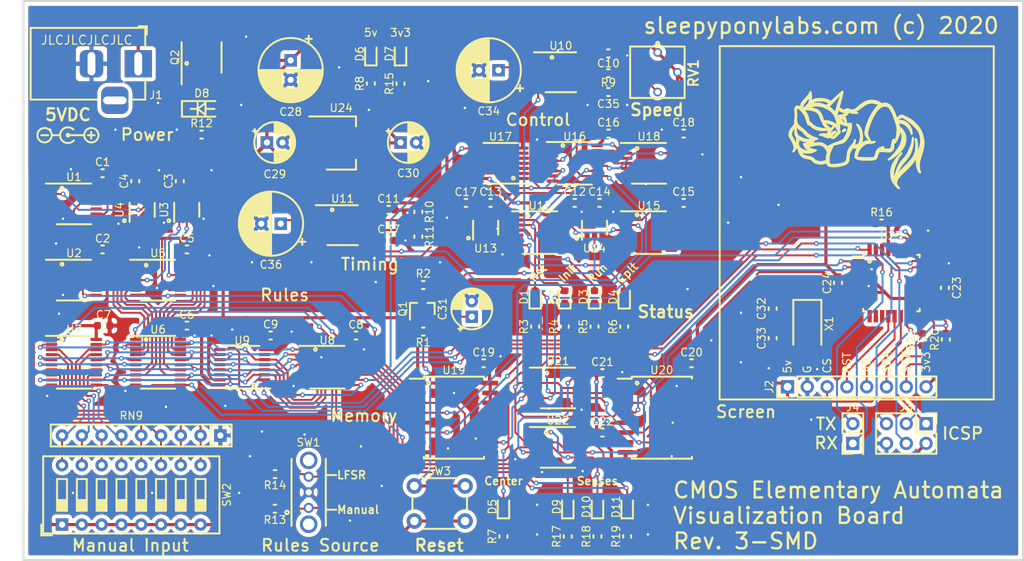
<source format=kicad_pcb>
(kicad_pcb (version 20171130) (host pcbnew "(5.1.6)-1")
  (title_block (title "Automata Generator Minimal") (date 2020-07-18) (rev 3) (company "Sleepy Pony Labs"))
  (layers (0 F.Cu signal) (31 B.Cu signal) (34 B.Paste user) (35 F.Paste user) (36 B.SilkS user) (37 F.SilkS user) (38 B.Mask user) (39 F.Mask user) (44 Edge.Cuts user))
  (net 0 "")
  (net 1 +5V)
  (net 2 +3V3)
  (net 3 "Net-(C31-Pad1)")
  (net 4 "Net-(C32-Pad2)")
  (net 5 "Net-(C33-Pad1)")
  (net 6 "Net-(C34-Pad1)")
  (net 7 "Net-(C35-Pad1)")
  (net 8 "Net-(C36-Pad1)")
  (net 9 "Net-(C37-Pad1)")
  (net 10 RST)
  (net 11 "Net-(D1-Pad1)")
  (net 12 INIT)
  (net 13 "Net-(D2-Pad1)")
  (net 14 RUN)
  (net 15 "Net-(D3-Pad1)")
  (net 16 "Net-(D4-Pad2)")
  (net 17 "Net-(D4-Pad1)")
  (net 18 "Net-(D5-Pad2)")
  (net 19 "Net-(D5-Pad1)")
  (net 20 "Net-(D6-Pad1)")
  (net 21 "Net-(D7-Pad1)")
  (net 22 "Net-(D8-Pad2)")
  (net 23 SENSE_C)
  (net 24 "Net-(D9-Pad1)")
  (net 25 SENSE_B)
  (net 26 "Net-(D10-Pad1)")
  (net 27 SENSE_A)
  (net 28 "Net-(D11-Pad1)")
  (net 29 "Net-(J1-Pad1)")
  (net 30 "Net-(J2-Pad3)")
  (net 31 "Net-(J2-Pad4)")
  (net 32 "Net-(J2-Pad5)")
  (net 33 "Net-(J2-Pad6)")
  (net 34 "Net-(Q1-Pad3)")
  (net 35 "Net-(R9-Pad1)")
  (net 36 "Net-(R10-Pad2)")
  (net 37 SEL_SW)
  (net 38 SEL_LF)
  (net 39 "Net-(RN9-Pad2)")
  (net 40 "Net-(RN9-Pad3)")
  (net 41 "Net-(RN9-Pad4)")
  (net 42 "Net-(RN9-Pad5)")
  (net 43 "Net-(RN9-Pad6)")
  (net 44 "Net-(RN9-Pad7)")
  (net 45 "Net-(RN9-Pad8)")
  (net 46 "Net-(RN9-Pad9)")
  (net 47 "Net-(U1-Pad1)")
  (net 48 "Net-(U1-Pad5)")
  (net 49 MCLK)
  (net 50 "Net-(U1-Pad10)")
  (net 51 "Net-(U1-Pad11)")
  (net 52 "Net-(U1-Pad6)")
  (net 53 "Net-(U1-Pad13)")
  (net 54 "Net-(U2-Pad4)")
  (net 55 "Net-(U3-Pad1)")
  (net 56 "Net-(U5-Pad3)")
  (net 57 "Net-(U5-Pad5)")
  (net 58 "Net-(U5-Pad6)")
  (net 59 "Net-(U5-Pad10)")
  (net 60 "Net-(U5-Pad11)")
  (net 61 "Net-(U5-Pad13)")
  (net 62 /RU0)
  (net 63 /RU1)
  (net 64 /RU2)
  (net 65 /RU3)
  (net 66 /RU4)
  (net 67 /RU5)
  (net 68 /RU6)
  (net 69 /RU7)
  (net 70 INHIBIT)
  (net 71 SHIFT_IN)
  (net 72 SHCON)
  (net 73 RCLK)
  (net 74 "Net-(U9-Pad7)")
  (net 75 RSENSE)
  (net 76 SCLK)
  (net 77 ~RUN)
  (net 78 "Net-(U12-Pad1)")
  (net 79 "Net-(U12-Pad5)")
  (net 80 "Net-(U12-Pad6)")
  (net 81 "Net-(U12-Pad9)")
  (net 82 "Net-(U12-Pad10)")
  (net 83 "Net-(U12-Pad11)")
  (net 84 "Net-(U12-Pad12)")
  (net 85 NEXT_ST)
  (net 86 "Net-(U12-Pad15)")
  (net 87 CPLT)
  (net 88 "Net-(U15-Pad7)")
  (net 89 "Net-(U15-Pad9)")
  (net 90 "Net-(U15-Pad12)")
  (net 91 "Net-(U16-Pad1)")
  (net 92 "Net-(U16-Pad2)")
  (net 93 "Net-(U16-Pad3)")
  (net 94 "Net-(U16-Pad4)")
  (net 95 "Net-(U16-Pad5)")
  (net 96 "Net-(U16-Pad6)")
  (net 97 "Net-(U16-Pad7)")
  (net 98 "Net-(U16-Pad9)")
  (net 99 "Net-(U16-Pad12)")
  (net 100 "Net-(U16-Pad13)")
  (net 101 "Net-(U16-Pad14)")
  (net 102 "Net-(U16-Pad15)")
  (net 103 "Net-(U17-Pad10)")
  (net 104 "Net-(U18-Pad10)")
  (net 105 "Net-(U19-Pad7)")
  (net 106 "Net-(U19-Pad10)")
  (net 107 "Net-(U19-Pad11)")
  (net 108 "Net-(U20-Pad7)")
  (net 109 "Net-(U20-Pad10)")
  (net 110 "Net-(U20-Pad11)")
  (net 111 "Net-(U21-Pad2)")
  (net 112 "Net-(U21-Pad12)")
  (net 113 "Net-(U22-Pad2)")
  (net 114 "Net-(U22-Pad12)")
  (net 115 "Net-(U23-Pad9)")
  (net 116 "Net-(U23-Pad10)")
  (net 117 "Net-(U23-Pad11)")
  (net 118 "Net-(U23-Pad19)")
  (net 119 "Net-(U23-Pad20)")
  (net 120 "Net-(U23-Pad22)")
  (net 121 "Net-(U23-Pad27)")
  (net 122 "Net-(U23-Pad28)")
  (net 123 GNDREF)
  (net 124 "Net-(U17-Pad6)")
  (net 125 "Net-(U18-Pad6)")
  (net 126 MISO)
  (net 127 SCK)
  (net 128 MOSI)
  (net 129 ~AVR_RESET)
  (net 130 AVR_RX)
  (net 131 AVR_TX)
  (net 132 "Net-(J2-Pad7)")
  (net 133 "Net-(U3-Pad4)")
  (net 134 "Net-(U3-Pad2)")
  (net 135 "Net-(U2-Pad13)")
  (net 136 "Net-(U1-Pad12)")
  (net 137 "Net-(U1-Pad4)")
  (net 138 "Net-(U1-Pad3)")
  (net 139 "Net-(U2-Pad12)")
  (net 140 "Net-(U2-Pad11)")
  (net 141 "Net-(U2-Pad10)")
  (net 142 "Net-(U2-Pad6)")
  (net 143 "Net-(U2-Pad5)")
  (net 144 "Net-(U2-Pad3)")
  (module Package_SO:TSSOP-20_4.4x6.5mm_P0.65mm (layer F.Cu) (at 43.942 122.555)
    (fp_text reference U6 (at 0 -4.2) (layer F.SilkS))
    (fp_text value TC40H373)
    (pad 20 smd roundrect (at 2.8625 -2.925) (size 1.475 0.4) (layers F.Cu F.Paste F.Mask) (net 1 +5V))
    (pad 19 smd roundrect (at 2.8625 -2.275) (size 1.475 0.4) (layers F.Cu F.Paste F.Mask) (net 69 /RU7))
    (pad 18 smd roundrect (at 2.8625 -1.625) (size 1.475 0.4) (layers F.Cu F.Paste F.Mask) (net 61 "Net-(U5-Pad13)"))
    (pad 17 smd roundrect (at 2.8625 -0.975) (size 1.475 0.4) (layers F.Cu F.Paste F.Mask) (net 134 "Net-(U3-Pad2)"))
    (pad 16 smd roundrect (at 2.8625 -0.325) (size 1.475 0.4) (layers F.Cu F.Paste F.Mask) (net 68 /RU6))
    (pad 15 smd roundrect (at 2.8625 0.325) (size 1.475 0.4) (layers F.Cu F.Paste F.Mask) (net 67 /RU5))
    (pad 14 smd roundrect (at 2.8625 0.975) (size 1.475 0.4) (layers F.Cu F.Paste F.Mask) (net 60 "Net-(U5-Pad11)"))
    (pad 13 smd roundrect (at 2.8625 1.625) (size 1.475 0.4) (layers F.Cu F.Paste F.Mask) (net 59 "Net-(U5-Pad10)"))
    (pad 12 smd roundrect (at 2.8625 2.275) (size 1.475 0.4) (layers F.Cu F.Paste F.Mask) (net 66 /RU4))
    (pad 11 smd roundrect (at 2.8625 2.925) (size 1.475 0.4) (layers F.Cu F.Paste F.Mask) (net 10 RST))
    (pad 10 smd roundrect (at -2.8625 2.925) (size 1.475 0.4) (layers F.Cu F.Paste F.Mask) (net 123 GNDREF))
    (pad 9 smd roundrect (at -2.8625 2.275) (size 1.475 0.4) (layers F.Cu F.Paste F.Mask) (net 65 /RU3))
    (pad 8 smd roundrect (at -2.8625 1.625) (size 1.475 0.4) (layers F.Cu F.Paste F.Mask) (net 58 "Net-(U5-Pad6)"))
    (pad 7 smd roundrect (at -2.8625 0.975) (size 1.475 0.4) (layers F.Cu F.Paste F.Mask) (net 57 "Net-(U5-Pad5)"))
    (pad 6 smd roundrect (at -2.8625 0.325) (size 1.475 0.4) (layers F.Cu F.Paste F.Mask) (net 64 /RU2))
    (pad 5 smd roundrect (at -2.8625 -0.325) (size 1.475 0.4) (layers F.Cu F.Paste F.Mask) (net 63 /RU1))
    (pad 4 smd roundrect (at -2.8625 -0.975) (size 1.475 0.4) (layers F.Cu F.Paste F.Mask) (net 55 "Net-(U3-Pad1)"))
    (pad 3 smd roundrect (at -2.8625 -1.625) (size 1.475 0.4) (layers F.Cu F.Paste F.Mask) (net 56 "Net-(U5-Pad3)"))
    (pad 2 smd roundrect (at -2.8625 -2.275) (size 1.475 0.4) (layers F.Cu F.Paste F.Mask) (net 62 /RU0))
    (pad 1 smd roundrect (at -2.8625 -2.925) (size 1.475 0.4) (layers F.Cu F.Paste F.Mask) (net 38 SEL_LF))
  )
  (module Package_SO:TSSOP-16_4.4x5mm_P0.65mm (layer F.Cu) (at 54.737 123.19 180)
    (fp_text reference U9 (at 0 3.429) (layer F.SilkS))
    (fp_text value 74HC165)
    (pad 1 smd roundrect (at -2.8625 -2.275 180) (size 1.475 0.4) (layers F.Cu F.Paste F.Mask) (net 72 SHCON))
    (pad 2 smd roundrect (at -2.8625 -1.625 180) (size 1.475 0.4) (layers F.Cu F.Paste F.Mask) (net 73 RCLK))
    (pad 3 smd roundrect (at -2.8625 -0.975 180) (size 1.475 0.4) (layers F.Cu F.Paste F.Mask) (net 66 /RU4))
    (pad 4 smd roundrect (at -2.8625 -0.325 180) (size 1.475 0.4) (layers F.Cu F.Paste F.Mask) (net 67 /RU5))
    (pad 5 smd roundrect (at -2.8625 0.325 180) (size 1.475 0.4) (layers F.Cu F.Paste F.Mask) (net 68 /RU6))
    (pad 6 smd roundrect (at -2.8625 0.975 180) (size 1.475 0.4) (layers F.Cu F.Paste F.Mask) (net 69 /RU7))
    (pad 7 smd roundrect (at -2.8625 1.625 180) (size 1.475 0.4) (layers F.Cu F.Paste F.Mask) (net 74 "Net-(U9-Pad7)"))
    (pad 8 smd roundrect (at -2.8625 2.275 180) (size 1.475 0.4) (layers F.Cu F.Paste F.Mask) (net 123 GNDREF))
    (pad 9 smd roundrect (at 2.8625 2.275 180) (size 1.475 0.4) (layers F.Cu F.Paste F.Mask) (net 75 RSENSE))
    (pad 10 smd roundrect (at 2.8625 1.625 180) (size 1.475 0.4) (layers F.Cu F.Paste F.Mask) (net 123 GNDREF))
    (pad 11 smd roundrect (at 2.8625 0.975 180) (size 1.475 0.4) (layers F.Cu F.Paste F.Mask) (net 62 /RU0))
    (pad 12 smd roundrect (at 2.8625 0.325 180) (size 1.475 0.4) (layers F.Cu F.Paste F.Mask) (net 63 /RU1))
    (pad 13 smd roundrect (at 2.8625 -0.325 180) (size 1.475 0.4) (layers F.Cu F.Paste F.Mask) (net 64 /RU2))
    (pad 14 smd roundrect (at 2.8625 -0.975 180) (size 1.475 0.4) (layers F.Cu F.Paste F.Mask) (net 65 /RU3))
    (pad 15 smd roundrect (at 2.8625 -1.625 180) (size 1.475 0.4) (layers F.Cu F.Paste F.Mask) (net 123 GNDREF))
    (pad 16 smd roundrect (at 2.8625 -2.275 180) (size 1.475 0.4) (layers F.Cu F.Paste F.Mask) (net 1 +5V))
  )
  (module Button_Switch_THT:SW_DIP_SPSTx08_Slide_9.78x22.5mm_W7.62mm_P2.54mm (layer F.Cu) (at 31.623 143.383 90)
    (fp_text reference SW2 (at 3.81 21.1455 90) (layer F.SilkS))
    (fp_text value SW_DIP_x08)
    (pad 16 thru_hole oval (at 7.62 0 90) (size 1.6 1.6) (drill 0.8) (layers *.Cu *.Mask) (net 46 "Net-(RN9-Pad9)"))
    (pad 8 thru_hole oval (at 0 17.78 90) (size 1.6 1.6) (drill 0.8) (layers *.Cu *.Mask) (net 1 +5V))
    (pad 15 thru_hole oval (at 7.62 2.54 90) (size 1.6 1.6) (drill 0.8) (layers *.Cu *.Mask) (net 45 "Net-(RN9-Pad8)"))
    (pad 7 thru_hole oval (at 0 15.24 90) (size 1.6 1.6) (drill 0.8) (layers *.Cu *.Mask) (net 1 +5V))
    (pad 14 thru_hole oval (at 7.62 5.08 90) (size 1.6 1.6) (drill 0.8) (layers *.Cu *.Mask) (net 44 "Net-(RN9-Pad7)"))
    (pad 6 thru_hole oval (at 0 12.7 90) (size 1.6 1.6) (drill 0.8) (layers *.Cu *.Mask) (net 1 +5V))
    (pad 13 thru_hole oval (at 7.62 7.62 90) (size 1.6 1.6) (drill 0.8) (layers *.Cu *.Mask) (net 43 "Net-(RN9-Pad6)"))
    (pad 5 thru_hole oval (at 0 10.16 90) (size 1.6 1.6) (drill 0.8) (layers *.Cu *.Mask) (net 1 +5V))
    (pad 12 thru_hole oval (at 7.62 10.16 90) (size 1.6 1.6) (drill 0.8) (layers *.Cu *.Mask) (net 42 "Net-(RN9-Pad5)"))
    (pad 4 thru_hole oval (at 0 7.62 90) (size 1.6 1.6) (drill 0.8) (layers *.Cu *.Mask) (net 1 +5V))
    (pad 11 thru_hole oval (at 7.62 12.7 90) (size 1.6 1.6) (drill 0.8) (layers *.Cu *.Mask) (net 41 "Net-(RN9-Pad4)"))
    (pad 3 thru_hole oval (at 0 5.08 90) (size 1.6 1.6) (drill 0.8) (layers *.Cu *.Mask) (net 1 +5V))
    (pad 10 thru_hole oval (at 7.62 15.24 90) (size 1.6 1.6) (drill 0.8) (layers *.Cu *.Mask) (net 40 "Net-(RN9-Pad3)"))
    (pad 2 thru_hole oval (at 0 2.54 90) (size 1.6 1.6) (drill 0.8) (layers *.Cu *.Mask) (net 1 +5V))
    (pad 9 thru_hole oval (at 7.62 17.78 90) (size 1.6 1.6) (drill 0.8) (layers *.Cu *.Mask) (net 39 "Net-(RN9-Pad2)"))
    (pad 1 thru_hole rect (at 0 0 90) (size 1.6 1.6) (drill 0.8) (layers *.Cu *.Mask) (net 1 +5V))
  )
  (module Package_SO:TSSOP-14_4.4x5mm_P0.65mm (layer F.Cu) (at 43.942 112.014)
    (fp_text reference U5 (at 0 -3.45) (layer F.SilkS))
    (fp_text value 74HC164)
    (pad 14 smd roundrect (at 2.8625 -1.95) (size 1.475 0.4) (layers F.Cu F.Paste F.Mask) (net 1 +5V))
    (pad 13 smd roundrect (at 2.8625 -1.3) (size 1.475 0.4) (layers F.Cu F.Paste F.Mask) (net 61 "Net-(U5-Pad13)"))
    (pad 12 smd roundrect (at 2.8625 -0.65) (size 1.475 0.4) (layers F.Cu F.Paste F.Mask) (net 134 "Net-(U3-Pad2)"))
    (pad 11 smd roundrect (at 2.8625 0) (size 1.475 0.4) (layers F.Cu F.Paste F.Mask) (net 60 "Net-(U5-Pad11)"))
    (pad 10 smd roundrect (at 2.8625 0.65) (size 1.475 0.4) (layers F.Cu F.Paste F.Mask) (net 59 "Net-(U5-Pad10)"))
    (pad 9 smd roundrect (at 2.8625 1.3) (size 1.475 0.4) (layers F.Cu F.Paste F.Mask) (net 1 +5V))
    (pad 8 smd roundrect (at 2.8625 1.95) (size 1.475 0.4) (layers F.Cu F.Paste F.Mask) (net 49 MCLK))
    (pad 7 smd roundrect (at -2.8625 1.95) (size 1.475 0.4) (layers F.Cu F.Paste F.Mask) (net 123 GNDREF))
    (pad 6 smd roundrect (at -2.8625 1.3) (size 1.475 0.4) (layers F.Cu F.Paste F.Mask) (net 58 "Net-(U5-Pad6)"))
    (pad 5 smd roundrect (at -2.8625 0.65) (size 1.475 0.4) (layers F.Cu F.Paste F.Mask) (net 57 "Net-(U5-Pad5)"))
    (pad 4 smd roundrect (at -2.8625 0) (size 1.475 0.4) (layers F.Cu F.Paste F.Mask) (net 55 "Net-(U3-Pad1)"))
    (pad 3 smd roundrect (at -2.8625 -0.65) (size 1.475 0.4) (layers F.Cu F.Paste F.Mask) (net 56 "Net-(U5-Pad3)"))
    (pad 2 smd roundrect (at -2.8625 -1.3) (size 1.475 0.4) (layers F.Cu F.Paste F.Mask) (net 135 "Net-(U2-Pad13)"))
    (pad 1 smd roundrect (at -2.8625 -1.95) (size 1.475 0.4) (layers F.Cu F.Paste F.Mask) (net 135 "Net-(U2-Pad13)"))
  )
  (module Crystal:Crystal_SMD_5032-2Pin_5.0x3.2mm (layer F.Cu) (at 127.254 117.602 270)
    (fp_text reference X1 (at 0 -2.8 90) (layer F.SilkS))
    (fp_text value 16MHz)
    (pad 2 smd rect (at 1.85 0 270) (size 2 2.4) (layers F.Cu F.Paste F.Mask) (net 5 "Net-(C33-Pad1)"))
    (pad 1 smd rect (at -1.85 0 270) (size 2 2.4) (layers F.Cu F.Paste F.Mask) (net 4 "Net-(C32-Pad2)"))
  )
  (module Package_TO_SOT_SMD:SOT-223-3_TabPin2 (layer F.Cu) (at 67.437 94.4245)
    (fp_text reference U24 (at 0 -4.5) (layer F.SilkS))
    (fp_text value AMS1117-3.3)
    (pad 1 smd rect (at -3.15 -2.3) (size 2 1.5) (layers F.Cu F.Paste F.Mask) (net 123 GNDREF))
    (pad 3 smd rect (at -3.15 2.3) (size 2 1.5) (layers F.Cu F.Paste F.Mask) (net 1 +5V))
    (pad 2 smd rect (at -3.15 0) (size 2 1.5) (layers F.Cu F.Paste F.Mask) (net 2 +3V3))
    (pad 2 smd rect (at 3.15 0) (size 2 3.8) (layers F.Cu F.Paste F.Mask) (net 2 +3V3))
  )
  (module Package_SO:TSSOP-14_4.4x5mm_P0.65mm (layer F.Cu) (at 95.25 133.477)
    (fp_text reference U22 (at 0 -3.45) (layer F.SilkS))
    (fp_text value 4013)
    (pad 14 smd roundrect (at 2.8625 -1.95) (size 1.475 0.4) (layers F.Cu F.Paste F.Mask) (net 1 +5V))
    (pad 13 smd roundrect (at 2.8625 -1.3) (size 1.475 0.4) (layers F.Cu F.Paste F.Mask) (net 27 SENSE_A))
    (pad 12 smd roundrect (at 2.8625 -0.65) (size 1.475 0.4) (layers F.Cu F.Paste F.Mask) (net 114 "Net-(U22-Pad12)"))
    (pad 11 smd roundrect (at 2.8625 0) (size 1.475 0.4) (layers F.Cu F.Paste F.Mask) (net 49 MCLK))
    (pad 10 smd roundrect (at 2.8625 0.65) (size 1.475 0.4) (layers F.Cu F.Paste F.Mask) (net 10 RST))
    (pad 9 smd roundrect (at 2.8625 1.3) (size 1.475 0.4) (layers F.Cu F.Paste F.Mask) (net 25 SENSE_B))
    (pad 8 smd roundrect (at 2.8625 1.95) (size 1.475 0.4) (layers F.Cu F.Paste F.Mask) (net 123 GNDREF))
    (pad 7 smd roundrect (at -2.8625 1.95) (size 1.475 0.4) (layers F.Cu F.Paste F.Mask) (net 123 GNDREF))
    (pad 6 smd roundrect (at -2.8625 1.3) (size 1.475 0.4) (layers F.Cu F.Paste F.Mask) (net 123 GNDREF))
    (pad 5 smd roundrect (at -2.8625 0.65) (size 1.475 0.4) (layers F.Cu F.Paste F.Mask) (net 23 SENSE_C))
    (pad 4 smd roundrect (at -2.8625 0) (size 1.475 0.4) (layers F.Cu F.Paste F.Mask) (net 10 RST))
    (pad 3 smd roundrect (at -2.8625 -0.65) (size 1.475 0.4) (layers F.Cu F.Paste F.Mask) (net 49 MCLK))
    (pad 2 smd roundrect (at -2.8625 -1.3) (size 1.475 0.4) (layers F.Cu F.Paste F.Mask) (net 113 "Net-(U22-Pad2)"))
    (pad 1 smd roundrect (at -2.8625 -1.95) (size 1.475 0.4) (layers F.Cu F.Paste F.Mask) (net 25 SENSE_B))
  )
  (module Package_SO:TSSOP-14_4.4x5mm_P0.65mm (layer F.Cu) (at 95.25 125.857)
    (fp_text reference U21 (at 0 -3.45) (layer F.SilkS))
    (fp_text value 4013)
    (pad 14 smd roundrect (at 2.8625 -1.95) (size 1.475 0.4) (layers F.Cu F.Paste F.Mask) (net 1 +5V))
    (pad 13 smd roundrect (at 2.8625 -1.3) (size 1.475 0.4) (layers F.Cu F.Paste F.Mask) (net 23 SENSE_C))
    (pad 12 smd roundrect (at 2.8625 -0.65) (size 1.475 0.4) (layers F.Cu F.Paste F.Mask) (net 112 "Net-(U21-Pad12)"))
    (pad 11 smd roundrect (at 2.8625 0) (size 1.475 0.4) (layers F.Cu F.Paste F.Mask) (net 49 MCLK))
    (pad 10 smd roundrect (at 2.8625 0.65) (size 1.475 0.4) (layers F.Cu F.Paste F.Mask) (net 10 RST))
    (pad 9 smd roundrect (at 2.8625 1.3) (size 1.475 0.4) (layers F.Cu F.Paste F.Mask) (net 109 "Net-(U20-Pad10)"))
    (pad 8 smd roundrect (at 2.8625 1.95) (size 1.475 0.4) (layers F.Cu F.Paste F.Mask) (net 123 GNDREF))
    (pad 7 smd roundrect (at -2.8625 1.95) (size 1.475 0.4) (layers F.Cu F.Paste F.Mask) (net 123 GNDREF))
    (pad 6 smd roundrect (at -2.8625 1.3) (size 1.475 0.4) (layers F.Cu F.Paste F.Mask) (net 12 INIT))
    (pad 5 smd roundrect (at -2.8625 0.65) (size 1.475 0.4) (layers F.Cu F.Paste F.Mask) (net 106 "Net-(U19-Pad10)"))
    (pad 4 smd roundrect (at -2.8625 0) (size 1.475 0.4) (layers F.Cu F.Paste F.Mask) (net 123 GNDREF))
    (pad 3 smd roundrect (at -2.8625 -0.65) (size 1.475 0.4) (layers F.Cu F.Paste F.Mask) (net 49 MCLK))
    (pad 2 smd roundrect (at -2.8625 -1.3) (size 1.475 0.4) (layers F.Cu F.Paste F.Mask) (net 111 "Net-(U21-Pad2)"))
    (pad 1 smd roundrect (at -2.8625 -1.95) (size 1.475 0.4) (layers F.Cu F.Paste F.Mask) (net 18 "Net-(D5-Pad2)"))
  )
  (module Package_SO:TSSOP-14_4.4x5mm_P0.65mm (layer F.Cu) (at 106.934 97.028)
    (fp_text reference U18 (at 0 -3.45) (layer F.SilkS))
    (fp_text value 74HC11)
    (pad 14 smd roundrect (at 2.8625 -1.95) (size 1.475 0.4) (layers F.Cu F.Paste F.Mask) (net 1 +5V))
    (pad 13 smd roundrect (at 2.8625 -1.3) (size 1.475 0.4) (layers F.Cu F.Paste F.Mask) (net 99 "Net-(U16-Pad12)"))
    (pad 12 smd roundrect (at 2.8625 -0.65) (size 1.475 0.4) (layers F.Cu F.Paste F.Mask) (net 104 "Net-(U18-Pad10)"))
    (pad 11 smd roundrect (at 2.8625 0) (size 1.475 0.4) (layers F.Cu F.Paste F.Mask) (net 104 "Net-(U18-Pad10)"))
    (pad 10 smd roundrect (at 2.8625 0.65) (size 1.475 0.4) (layers F.Cu F.Paste F.Mask) (net 104 "Net-(U18-Pad10)"))
    (pad 9 smd roundrect (at 2.8625 1.3) (size 1.475 0.4) (layers F.Cu F.Paste F.Mask) (net 125 "Net-(U18-Pad6)"))
    (pad 8 smd roundrect (at 2.8625 1.95) (size 1.475 0.4) (layers F.Cu F.Paste F.Mask) (net 87 CPLT))
    (pad 7 smd roundrect (at -2.8625 1.95) (size 1.475 0.4) (layers F.Cu F.Paste F.Mask) (net 123 GNDREF))
    (pad 6 smd roundrect (at -2.8625 1.3) (size 1.475 0.4) (layers F.Cu F.Paste F.Mask) (net 125 "Net-(U18-Pad6)"))
    (pad 5 smd roundrect (at -2.8625 0.65) (size 1.475 0.4) (layers F.Cu F.Paste F.Mask) (net 100 "Net-(U16-Pad13)"))
    (pad 4 smd roundrect (at -2.8625 0) (size 1.475 0.4) (layers F.Cu F.Paste F.Mask) (net 100 "Net-(U16-Pad13)"))
    (pad 3 smd roundrect (at -2.8625 -0.65) (size 1.475 0.4) (layers F.Cu F.Paste F.Mask) (net 101 "Net-(U16-Pad14)"))
    (pad 2 smd roundrect (at -2.8625 -1.3) (size 1.475 0.4) (layers F.Cu F.Paste F.Mask) (net 102 "Net-(U16-Pad15)"))
    (pad 1 smd roundrect (at -2.8625 -1.95) (size 1.475 0.4) (layers F.Cu F.Paste F.Mask) (net 94 "Net-(U16-Pad4)"))
  )
  (module Package_SO:TSSOP-14_4.4x5mm_P0.65mm (layer F.Cu) (at 87.884 97.028 180)
    (fp_text reference U17 (at 0 3.429) (layer F.SilkS))
    (fp_text value 74HC11)
    (pad 14 smd roundrect (at 2.8625 -1.95 180) (size 1.475 0.4) (layers F.Cu F.Paste F.Mask) (net 1 +5V))
    (pad 13 smd roundrect (at 2.8625 -1.3 180) (size 1.475 0.4) (layers F.Cu F.Paste F.Mask) (net 96 "Net-(U16-Pad6)"))
    (pad 12 smd roundrect (at 2.8625 -0.65 180) (size 1.475 0.4) (layers F.Cu F.Paste F.Mask) (net 103 "Net-(U17-Pad10)"))
    (pad 11 smd roundrect (at 2.8625 0 180) (size 1.475 0.4) (layers F.Cu F.Paste F.Mask) (net 103 "Net-(U17-Pad10)"))
    (pad 10 smd roundrect (at 2.8625 0.65 180) (size 1.475 0.4) (layers F.Cu F.Paste F.Mask) (net 103 "Net-(U17-Pad10)"))
    (pad 9 smd roundrect (at 2.8625 1.3 180) (size 1.475 0.4) (layers F.Cu F.Paste F.Mask) (net 124 "Net-(U17-Pad6)"))
    (pad 8 smd roundrect (at 2.8625 1.95 180) (size 1.475 0.4) (layers F.Cu F.Paste F.Mask) (net 70 INHIBIT))
    (pad 7 smd roundrect (at -2.8625 1.95 180) (size 1.475 0.4) (layers F.Cu F.Paste F.Mask) (net 123 GNDREF))
    (pad 6 smd roundrect (at -2.8625 1.3 180) (size 1.475 0.4) (layers F.Cu F.Paste F.Mask) (net 124 "Net-(U17-Pad6)"))
    (pad 5 smd roundrect (at -2.8625 0.65 180) (size 1.475 0.4) (layers F.Cu F.Paste F.Mask) (net 92 "Net-(U16-Pad2)"))
    (pad 4 smd roundrect (at -2.8625 0 180) (size 1.475 0.4) (layers F.Cu F.Paste F.Mask) (net 93 "Net-(U16-Pad3)"))
    (pad 3 smd roundrect (at -2.8625 -0.65 180) (size 1.475 0.4) (layers F.Cu F.Paste F.Mask) (net 95 "Net-(U16-Pad5)"))
    (pad 2 smd roundrect (at -2.8625 -1.3 180) (size 1.475 0.4) (layers F.Cu F.Paste F.Mask) (net 97 "Net-(U16-Pad7)"))
    (pad 1 smd roundrect (at -2.8625 -1.95 180) (size 1.475 0.4) (layers F.Cu F.Paste F.Mask) (net 98 "Net-(U16-Pad9)"))
  )
  (module Package_SO:TSSOP-16_4.4x5mm_P0.65mm (layer F.Cu) (at 97.409 97.028)
    (fp_text reference U16 (at 0 -3.45) (layer F.SilkS))
    (fp_text value 74HC4040)
    (pad 16 smd roundrect (at 2.8625 -2.275) (size 1.475 0.4) (layers F.Cu F.Paste F.Mask) (net 1 +5V))
    (pad 15 smd roundrect (at 2.8625 -1.625) (size 1.475 0.4) (layers F.Cu F.Paste F.Mask) (net 102 "Net-(U16-Pad15)"))
    (pad 14 smd roundrect (at 2.8625 -0.975) (size 1.475 0.4) (layers F.Cu F.Paste F.Mask) (net 101 "Net-(U16-Pad14)"))
    (pad 13 smd roundrect (at 2.8625 -0.325) (size 1.475 0.4) (layers F.Cu F.Paste F.Mask) (net 100 "Net-(U16-Pad13)"))
    (pad 12 smd roundrect (at 2.8625 0.325) (size 1.475 0.4) (layers F.Cu F.Paste F.Mask) (net 99 "Net-(U16-Pad12)"))
    (pad 11 smd roundrect (at 2.8625 0.975) (size 1.475 0.4) (layers F.Cu F.Paste F.Mask) (net 10 RST))
    (pad 10 smd roundrect (at 2.8625 1.625) (size 1.475 0.4) (layers F.Cu F.Paste F.Mask) (net 49 MCLK))
    (pad 9 smd roundrect (at 2.8625 2.275) (size 1.475 0.4) (layers F.Cu F.Paste F.Mask) (net 98 "Net-(U16-Pad9)"))
    (pad 8 smd roundrect (at -2.8625 2.275) (size 1.475 0.4) (layers F.Cu F.Paste F.Mask) (net 123 GNDREF))
    (pad 7 smd roundrect (at -2.8625 1.625) (size 1.475 0.4) (layers F.Cu F.Paste F.Mask) (net 97 "Net-(U16-Pad7)"))
    (pad 6 smd roundrect (at -2.8625 0.975) (size 1.475 0.4) (layers F.Cu F.Paste F.Mask) (net 96 "Net-(U16-Pad6)"))
    (pad 5 smd roundrect (at -2.8625 0.325) (size 1.475 0.4) (layers F.Cu F.Paste F.Mask) (net 95 "Net-(U16-Pad5)"))
    (pad 4 smd roundrect (at -2.8625 -0.325) (size 1.475 0.4) (layers F.Cu F.Paste F.Mask) (net 94 "Net-(U16-Pad4)"))
    (pad 3 smd roundrect (at -2.8625 -0.975) (size 1.475 0.4) (layers F.Cu F.Paste F.Mask) (net 93 "Net-(U16-Pad3)"))
    (pad 2 smd roundrect (at -2.8625 -1.625) (size 1.475 0.4) (layers F.Cu F.Paste F.Mask) (net 92 "Net-(U16-Pad2)"))
    (pad 1 smd roundrect (at -2.8625 -2.275) (size 1.475 0.4) (layers F.Cu F.Paste F.Mask) (net 91 "Net-(U16-Pad1)"))
  )
  (module Package_SO:TSSOP-16_4.4x5mm_P0.65mm (layer F.Cu) (at 106.934 105.918)
    (fp_text reference U15 (at 0 -3.45) (layer F.SilkS))
    (fp_text value 74HC157)
    (pad 16 smd roundrect (at 2.8625 -2.275) (size 1.475 0.4) (layers F.Cu F.Paste F.Mask) (net 1 +5V))
    (pad 15 smd roundrect (at 2.8625 -1.625) (size 1.475 0.4) (layers F.Cu F.Paste F.Mask) (net 123 GNDREF))
    (pad 14 smd roundrect (at 2.8625 -0.975) (size 1.475 0.4) (layers F.Cu F.Paste F.Mask) (net 123 GNDREF))
    (pad 13 smd roundrect (at 2.8625 -0.325) (size 1.475 0.4) (layers F.Cu F.Paste F.Mask) (net 123 GNDREF))
    (pad 12 smd roundrect (at 2.8625 0.325) (size 1.475 0.4) (layers F.Cu F.Paste F.Mask) (net 90 "Net-(U15-Pad12)"))
    (pad 11 smd roundrect (at 2.8625 0.975) (size 1.475 0.4) (layers F.Cu F.Paste F.Mask) (net 123 GNDREF))
    (pad 10 smd roundrect (at 2.8625 1.625) (size 1.475 0.4) (layers F.Cu F.Paste F.Mask) (net 123 GNDREF))
    (pad 9 smd roundrect (at 2.8625 2.275) (size 1.475 0.4) (layers F.Cu F.Paste F.Mask) (net 89 "Net-(U15-Pad9)"))
    (pad 8 smd roundrect (at -2.8625 2.275) (size 1.475 0.4) (layers F.Cu F.Paste F.Mask) (net 123 GNDREF))
    (pad 7 smd roundrect (at -2.8625 1.625) (size 1.475 0.4) (layers F.Cu F.Paste F.Mask) (net 88 "Net-(U15-Pad7)"))
    (pad 6 smd roundrect (at -2.8625 0.975) (size 1.475 0.4) (layers F.Cu F.Paste F.Mask) (net 123 GNDREF))
    (pad 5 smd roundrect (at -2.8625 0.325) (size 1.475 0.4) (layers F.Cu F.Paste F.Mask) (net 123 GNDREF))
    (pad 4 smd roundrect (at -2.8625 -0.325) (size 1.475 0.4) (layers F.Cu F.Paste F.Mask) (net 85 NEXT_ST))
    (pad 3 smd roundrect (at -2.8625 -0.975) (size 1.475 0.4) (layers F.Cu F.Paste F.Mask) (net 76 SCLK))
    (pad 2 smd roundrect (at -2.8625 -1.625) (size 1.475 0.4) (layers F.Cu F.Paste F.Mask) (net 87 CPLT))
    (pad 1 smd roundrect (at -2.8625 -2.275) (size 1.475 0.4) (layers F.Cu F.Paste F.Mask) (net 77 ~RUN))
  )
  (module Package_TO_SOT_SMD:SOT-23-5 (layer F.Cu) (at 99.949 105.283 90)
    (fp_text reference U14 (at -2.667 0 180) (layer F.SilkS))
    (fp_text value 74AHC1G32)
    (pad 5 smd rect (at 1.1 -0.95 90) (size 1.06 0.65) (layers F.Cu F.Paste F.Mask) (net 1 +5V))
    (pad 4 smd rect (at 1.1 0.95 90) (size 1.06 0.65) (layers F.Cu F.Paste F.Mask) (net 86 "Net-(U12-Pad15)"))
    (pad 3 smd rect (at -1.1 0.95 90) (size 1.06 0.65) (layers F.Cu F.Paste F.Mask) (net 123 GNDREF))
    (pad 2 smd rect (at -1.1 0 90) (size 1.06 0.65) (layers F.Cu F.Paste F.Mask) (net 34 "Net-(Q1-Pad3)"))
    (pad 1 smd rect (at -1.1 -0.95 90) (size 1.06 0.65) (layers F.Cu F.Paste F.Mask) (net 82 "Net-(U12-Pad10)"))
  )
  (module Package_TO_SOT_SMD:SOT-23-5 (layer F.Cu) (at 85.979 105.283 90)
    (fp_text reference U13 (at -2.667 0 180) (layer F.SilkS))
    (fp_text value 74AHC1G04)
    (pad 5 smd rect (at 1.1 -0.95 90) (size 1.06 0.65) (layers F.Cu F.Paste F.Mask) (net 1 +5V))
    (pad 4 smd rect (at 1.1 0.95 90) (size 1.06 0.65) (layers F.Cu F.Paste F.Mask) (net 77 ~RUN))
    (pad 3 smd rect (at -1.1 0.95 90) (size 1.06 0.65) (layers F.Cu F.Paste F.Mask) (net 123 GNDREF))
    (pad 2 smd rect (at -1.1 0 90) (size 1.06 0.65) (layers F.Cu F.Paste F.Mask) (net 14 RUN))
    (pad 1 smd rect (at -1.1 -0.95 90) (size 1.06 0.65) (layers F.Cu F.Paste F.Mask))
  )
  (module Package_SO:TSSOP-16_4.4x5mm_P0.65mm (layer F.Cu) (at 65.659 123.19)
    (fp_text reference U8 (at 0 -3.45) (layer F.SilkS))
    (fp_text value 4512)
    (pad 1 smd roundrect (at -2.8625 -2.275) (size 1.475 0.4) (layers F.Cu F.Paste F.Mask) (net 62 /RU0))
    (pad 2 smd roundrect (at -2.8625 -1.625) (size 1.475 0.4) (layers F.Cu F.Paste F.Mask) (net 63 /RU1))
    (pad 3 smd roundrect (at -2.8625 -0.975) (size 1.475 0.4) (layers F.Cu F.Paste F.Mask) (net 64 /RU2))
    (pad 4 smd roundrect (at -2.8625 -0.325) (size 1.475 0.4) (layers F.Cu F.Paste F.Mask) (net 65 /RU3))
    (pad 5 smd roundrect (at -2.8625 0.325) (size 1.475 0.4) (layers F.Cu F.Paste F.Mask) (net 66 /RU4))
    (pad 6 smd roundrect (at -2.8625 0.975) (size 1.475 0.4) (layers F.Cu F.Paste F.Mask) (net 67 /RU5))
    (pad 7 smd roundrect (at -2.8625 1.625) (size 1.475 0.4) (layers F.Cu F.Paste F.Mask) (net 68 /RU6))
    (pad 8 smd roundrect (at -2.8625 2.275) (size 1.475 0.4) (layers F.Cu F.Paste F.Mask) (net 123 GNDREF))
    (pad 9 smd roundrect (at 2.8625 2.275) (size 1.475 0.4) (layers F.Cu F.Paste F.Mask) (net 69 /RU7))
    (pad 10 smd roundrect (at 2.8625 1.625) (size 1.475 0.4) (layers F.Cu F.Paste F.Mask) (net 70 INHIBIT))
    (pad 11 smd roundrect (at 2.8625 0.975) (size 1.475 0.4) (layers F.Cu F.Paste F.Mask) (net 27 SENSE_A))
    (pad 12 smd roundrect (at 2.8625 0.325) (size 1.475 0.4) (layers F.Cu F.Paste F.Mask) (net 25 SENSE_B))
    (pad 13 smd roundrect (at 2.8625 -0.325) (size 1.475 0.4) (layers F.Cu F.Paste F.Mask) (net 23 SENSE_C))
    (pad 14 smd roundrect (at 2.8625 -0.975) (size 1.475 0.4) (layers F.Cu F.Paste F.Mask) (net 71 SHIFT_IN))
    (pad 15 smd roundrect (at 2.8625 -1.625) (size 1.475 0.4) (layers F.Cu F.Paste F.Mask) (net 123 GNDREF))
    (pad 16 smd roundrect (at 2.8625 -2.275) (size 1.475 0.4) (layers F.Cu F.Paste F.Mask) (net 1 +5V))
  )
  (module Package_SO:TSSOP-16_4.4x5mm_P0.65mm (layer F.Cu) (at 92.964 105.918)
    (fp_text reference U12 (at 0 -3.45) (layer F.SilkS))
    (fp_text value 4017)
    (pad 16 smd roundrect (at 2.8625 -2.275) (size 1.475 0.4) (layers F.Cu F.Paste F.Mask) (net 1 +5V))
    (pad 15 smd roundrect (at 2.8625 -1.625) (size 1.475 0.4) (layers F.Cu F.Paste F.Mask) (net 86 "Net-(U12-Pad15)"))
    (pad 14 smd roundrect (at 2.8625 -0.975) (size 1.475 0.4) (layers F.Cu F.Paste F.Mask) (net 85 NEXT_ST))
    (pad 13 smd roundrect (at 2.8625 -0.325) (size 1.475 0.4) (layers F.Cu F.Paste F.Mask) (net 123 GNDREF))
    (pad 12 smd roundrect (at 2.8625 0.325) (size 1.475 0.4) (layers F.Cu F.Paste F.Mask) (net 84 "Net-(U12-Pad12)"))
    (pad 11 smd roundrect (at 2.8625 0.975) (size 1.475 0.4) (layers F.Cu F.Paste F.Mask) (net 83 "Net-(U12-Pad11)"))
    (pad 10 smd roundrect (at 2.8625 1.625) (size 1.475 0.4) (layers F.Cu F.Paste F.Mask) (net 82 "Net-(U12-Pad10)"))
    (pad 9 smd roundrect (at 2.8625 2.275) (size 1.475 0.4) (layers F.Cu F.Paste F.Mask) (net 81 "Net-(U12-Pad9)"))
    (pad 8 smd roundrect (at -2.8625 2.275) (size 1.475 0.4) (layers F.Cu F.Paste F.Mask) (net 123 GNDREF))
    (pad 7 smd roundrect (at -2.8625 1.625) (size 1.475 0.4) (layers F.Cu F.Paste F.Mask) (net 16 "Net-(D4-Pad2)"))
    (pad 6 smd roundrect (at -2.8625 0.975) (size 1.475 0.4) (layers F.Cu F.Paste F.Mask) (net 80 "Net-(U12-Pad6)"))
    (pad 5 smd roundrect (at -2.8625 0.325) (size 1.475 0.4) (layers F.Cu F.Paste F.Mask) (net 79 "Net-(U12-Pad5)"))
    (pad 4 smd roundrect (at -2.8625 -0.325) (size 1.475 0.4) (layers F.Cu F.Paste F.Mask) (net 14 RUN))
    (pad 3 smd roundrect (at -2.8625 -0.975) (size 1.475 0.4) (layers F.Cu F.Paste F.Mask) (net 10 RST))
    (pad 2 smd roundrect (at -2.8625 -1.625) (size 1.475 0.4) (layers F.Cu F.Paste F.Mask) (net 12 INIT))
    (pad 1 smd roundrect (at -2.8625 -2.275) (size 1.475 0.4) (layers F.Cu F.Paste F.Mask) (net 78 "Net-(U12-Pad1)"))
  )
  (module Package_SO:SOIC-8_3.9x4.9mm_P1.27mm (layer F.Cu) (at 67.6275 104.9655)
    (fp_text reference U11 (at 0 -3.4) (layer F.SilkS))
    (fp_text value TLC555-Timer)
    (pad 8 smd roundrect (at 2.475 -1.905) (size 1.95 0.6) (layers F.Cu F.Paste F.Mask) (net 1 +5V))
    (pad 7 smd roundrect (at 2.475 -0.635) (size 1.95 0.6) (layers F.Cu F.Paste F.Mask) (net 36 "Net-(R10-Pad2)"))
    (pad 6 smd roundrect (at 2.475 0.635) (size 1.95 0.6) (layers F.Cu F.Paste F.Mask) (net 8 "Net-(C36-Pad1)"))
    (pad 5 smd roundrect (at 2.475 1.905) (size 1.95 0.6) (layers F.Cu F.Paste F.Mask) (net 9 "Net-(C37-Pad1)"))
    (pad 4 smd roundrect (at -2.475 1.905) (size 1.95 0.6) (layers F.Cu F.Paste F.Mask) (net 77 ~RUN))
    (pad 3 smd roundrect (at -2.475 0.635) (size 1.95 0.6) (layers F.Cu F.Paste F.Mask) (net 76 SCLK))
    (pad 2 smd roundrect (at -2.475 -0.635) (size 1.95 0.6) (layers F.Cu F.Paste F.Mask) (net 8 "Net-(C36-Pad1)"))
    (pad 1 smd roundrect (at -2.475 -1.905) (size 1.95 0.6) (layers F.Cu F.Paste F.Mask) (net 123 GNDREF))
  )
  (module Package_SO:SOIC-8_3.9x4.9mm_P1.27mm (layer F.Cu) (at 95.631 85.344)
    (fp_text reference U10 (at 0 -3.4) (layer F.SilkS))
    (fp_text value TLC555-Timer)
    (pad 8 smd roundrect (at 2.475 -1.905) (size 1.95 0.6) (layers F.Cu F.Paste F.Mask) (net 1 +5V))
    (pad 7 smd roundrect (at 2.475 -0.635) (size 1.95 0.6) (layers F.Cu F.Paste F.Mask) (net 35 "Net-(R9-Pad1)"))
    (pad 6 smd roundrect (at 2.475 0.635) (size 1.95 0.6) (layers F.Cu F.Paste F.Mask) (net 6 "Net-(C34-Pad1)"))
    (pad 5 smd roundrect (at 2.475 1.905) (size 1.95 0.6) (layers F.Cu F.Paste F.Mask) (net 7 "Net-(C35-Pad1)"))
    (pad 4 smd roundrect (at -2.475 1.905) (size 1.95 0.6) (layers F.Cu F.Paste F.Mask) (net 14 RUN))
    (pad 3 smd roundrect (at -2.475 0.635) (size 1.95 0.6) (layers F.Cu F.Paste F.Mask) (net 49 MCLK))
    (pad 2 smd roundrect (at -2.475 -0.635) (size 1.95 0.6) (layers F.Cu F.Paste F.Mask) (net 6 "Net-(C34-Pad1)"))
    (pad 1 smd roundrect (at -2.475 -1.905) (size 1.95 0.6) (layers F.Cu F.Paste F.Mask) (net 123 GNDREF))
  )
  (module Package_SO:TSSOP-20_4.4x6.5mm_P0.65mm (layer F.Cu) (at 33.147 122.555)
    (fp_text reference U7 (at 0 -4.2) (layer F.SilkS))
    (fp_text value TC40H373)
    (pad 20 smd roundrect (at 2.8625 -2.925) (size 1.475 0.4) (layers F.Cu F.Paste F.Mask) (net 1 +5V))
    (pad 19 smd roundrect (at 2.8625 -2.275) (size 1.475 0.4) (layers F.Cu F.Paste F.Mask) (net 69 /RU7))
    (pad 18 smd roundrect (at 2.8625 -1.625) (size 1.475 0.4) (layers F.Cu F.Paste F.Mask) (net 46 "Net-(RN9-Pad9)"))
    (pad 17 smd roundrect (at 2.8625 -0.975) (size 1.475 0.4) (layers F.Cu F.Paste F.Mask) (net 45 "Net-(RN9-Pad8)"))
    (pad 16 smd roundrect (at 2.8625 -0.325) (size 1.475 0.4) (layers F.Cu F.Paste F.Mask) (net 68 /RU6))
    (pad 15 smd roundrect (at 2.8625 0.325) (size 1.475 0.4) (layers F.Cu F.Paste F.Mask) (net 67 /RU5))
    (pad 14 smd roundrect (at 2.8625 0.975) (size 1.475 0.4) (layers F.Cu F.Paste F.Mask) (net 44 "Net-(RN9-Pad7)"))
    (pad 13 smd roundrect (at 2.8625 1.625) (size 1.475 0.4) (layers F.Cu F.Paste F.Mask) (net 43 "Net-(RN9-Pad6)"))
    (pad 12 smd roundrect (at 2.8625 2.275) (size 1.475 0.4) (layers F.Cu F.Paste F.Mask) (net 66 /RU4))
    (pad 11 smd roundrect (at 2.8625 2.925) (size 1.475 0.4) (layers F.Cu F.Paste F.Mask) (net 10 RST))
    (pad 10 smd roundrect (at -2.8625 2.925) (size 1.475 0.4) (layers F.Cu F.Paste F.Mask) (net 123 GNDREF))
    (pad 9 smd roundrect (at -2.8625 2.275) (size 1.475 0.4) (layers F.Cu F.Paste F.Mask) (net 65 /RU3))
    (pad 8 smd roundrect (at -2.8625 1.625) (size 1.475 0.4) (layers F.Cu F.Paste F.Mask) (net 42 "Net-(RN9-Pad5)"))
    (pad 7 smd roundrect (at -2.8625 0.975) (size 1.475 0.4) (layers F.Cu F.Paste F.Mask) (net 41 "Net-(RN9-Pad4)"))
    (pad 6 smd roundrect (at -2.8625 0.325) (size 1.475 0.4) (layers F.Cu F.Paste F.Mask) (net 64 /RU2))
    (pad 5 smd roundrect (at -2.8625 -0.325) (size 1.475 0.4) (layers F.Cu F.Paste F.Mask) (net 63 /RU1))
    (pad 4 smd roundrect (at -2.8625 -0.975) (size 1.475 0.4) (layers F.Cu F.Paste F.Mask) (net 40 "Net-(RN9-Pad3)"))
    (pad 3 smd roundrect (at -2.8625 -1.625) (size 1.475 0.4) (layers F.Cu F.Paste F.Mask) (net 39 "Net-(RN9-Pad2)"))
    (pad 2 smd roundrect (at -2.8625 -2.275) (size 1.475 0.4) (layers F.Cu F.Paste F.Mask) (net 62 /RU0))
    (pad 1 smd roundrect (at -2.8625 -2.925) (size 1.475 0.4) (layers F.Cu F.Paste F.Mask) (net 37 SEL_SW))
  )
  (module Button_Switch_THT:SW_PUSH_6mm (layer F.Cu) (at 76.835 138.43)
    (fp_text reference SW3 (at 3.175 -1.905) (layer F.SilkS))
    (fp_text value Reset)
    (pad 2 thru_hole circle (at 0 4.5 90) (size 2 2) (drill 1.1) (layers *.Cu *.Mask) (net 1 +5V))
    (pad 1 thru_hole circle (at 0 0 90) (size 2 2) (drill 1.1) (layers *.Cu *.Mask) (net 34 "Net-(Q1-Pad3)"))
    (pad 2 thru_hole circle (at 6.5 4.5 90) (size 2 2) (drill 1.1) (layers *.Cu *.Mask) (net 1 +5V))
    (pad 1 thru_hole circle (at 6.5 0 90) (size 2 2) (drill 1.1) (layers *.Cu *.Mask) (net 34 "Net-(Q1-Pad3)"))
  )
  (module Resistor_SMD:R_0603_1608Metric (layer F.Cu) (at 141.986 119.634 90)
    (fp_text reference R21 (at 0 -1.43 90) (layer F.SilkS))
    (fp_text value 470)
    (pad 2 smd roundrect (at 0.7875 0 90) (size 0.875 0.95) (layers F.Cu F.Paste F.Mask) (net 128 MOSI))
    (pad 1 smd roundrect (at -0.7875 0 90) (size 0.875 0.95) (layers F.Cu F.Paste F.Mask) (net 33 "Net-(J2-Pad6)"))
  )
  (module Resistor_SMD:R_0603_1608Metric (layer F.Cu) (at 145.034 119.634 90)
    (fp_text reference R20 (at 0 -1.43 90) (layer F.SilkS))
    (fp_text value 470)
    (pad 2 smd roundrect (at 0.7875 0 90) (size 0.875 0.95) (layers F.Cu F.Paste F.Mask) (net 127 SCK))
    (pad 1 smd roundrect (at -0.7875 0 90) (size 0.875 0.95) (layers F.Cu F.Paste F.Mask) (net 132 "Net-(J2-Pad7)"))
  )
  (module Resistor_SMD:R_0603_1608Metric (layer F.Cu) (at 136.779 104.7496)
    (fp_text reference R16 (at 0 -1.43) (layer F.SilkS))
    (fp_text value 10k)
    (pad 2 smd roundrect (at 0.7875 0) (size 0.875 0.95) (layers F.Cu F.Paste F.Mask) (net 129 ~AVR_RESET))
    (pad 1 smd roundrect (at -0.7875 0) (size 0.875 0.95) (layers F.Cu F.Paste F.Mask) (net 1 +5V))
  )
  (module Resistor_SMD:R_0603_1608Metric (layer F.Cu) (at 58.9535 136.906 180)
    (fp_text reference R14 (at 0 -1.43) (layer F.SilkS))
    (fp_text value 10k)
    (pad 2 smd roundrect (at 0.7875 0 180) (size 0.875 0.95) (layers F.Cu F.Paste F.Mask) (net 1 +5V))
    (pad 1 smd roundrect (at -0.7875 0 180) (size 0.875 0.95) (layers F.Cu F.Paste F.Mask) (net 38 SEL_LF))
  )
  (module Resistor_SMD:R_0603_1608Metric (layer F.Cu) (at 58.94 141.351 180)
    (fp_text reference R13 (at 0 -1.43) (layer F.SilkS))
    (fp_text value 10k)
    (pad 2 smd roundrect (at 0.7875 0 180) (size 0.875 0.95) (layers F.Cu F.Paste F.Mask) (net 1 +5V))
    (pad 1 smd roundrect (at -0.7875 0 180) (size 0.875 0.95) (layers F.Cu F.Paste F.Mask) (net 37 SEL_SW))
  )
  (module Resistor_SMD:R_0603_1608Metric (layer F.Cu) (at 104.14 144.907 270)
    (fp_text reference R19 (at 0 1.4275 90) (layer F.SilkS))
    (fp_text value 4K7)
    (pad 2 smd roundrect (at 0.7875 0 270) (size 0.875 0.95) (layers F.Cu F.Paste F.Mask) (net 123 GNDREF))
    (pad 1 smd roundrect (at -0.7875 0 270) (size 0.875 0.95) (layers F.Cu F.Paste F.Mask) (net 28 "Net-(D11-Pad1)"))
  )
  (module Resistor_SMD:R_0603_1608Metric (layer F.Cu) (at 100.33 144.907 270)
    (fp_text reference R18 (at 0 1.4275 90) (layer F.SilkS))
    (fp_text value 4K7)
    (pad 2 smd roundrect (at 0.7875 0 270) (size 0.875 0.95) (layers F.Cu F.Paste F.Mask) (net 123 GNDREF))
    (pad 1 smd roundrect (at -0.7875 0 270) (size 0.875 0.95) (layers F.Cu F.Paste F.Mask) (net 26 "Net-(D10-Pad1)"))
  )
  (module Resistor_SMD:R_0603_1608Metric (layer F.Cu) (at 96.52 144.907 270)
    (fp_text reference R17 (at 0 1.4275 90) (layer F.SilkS))
    (fp_text value 4K7)
    (pad 2 smd roundrect (at 0.7875 0 270) (size 0.875 0.95) (layers F.Cu F.Paste F.Mask) (net 123 GNDREF))
    (pad 1 smd roundrect (at -0.7875 0 270) (size 0.875 0.95) (layers F.Cu F.Paste F.Mask) (net 24 "Net-(D9-Pad1)"))
  )
  (module Resistor_SMD:R_0603_1608Metric (layer F.Cu) (at 88.265 144.907 270)
    (fp_text reference R7 (at 0 1.4275 90) (layer F.SilkS))
    (fp_text value 4K7)
    (pad 2 smd roundrect (at 0.7875 0 270) (size 0.875 0.95) (layers F.Cu F.Paste F.Mask) (net 123 GNDREF))
    (pad 1 smd roundrect (at -0.7875 0 270) (size 0.875 0.95) (layers F.Cu F.Paste F.Mask) (net 19 "Net-(D5-Pad1)"))
  )
  (module Resistor_SMD:R_0603_1608Metric (layer F.Cu) (at 103.759 117.983 270)
    (fp_text reference R6 (at 0 1.4275 90) (layer F.SilkS))
    (fp_text value 4K7)
    (pad 2 smd roundrect (at 0.7875 0 270) (size 0.875 0.95) (layers F.Cu F.Paste F.Mask) (net 123 GNDREF))
    (pad 1 smd roundrect (at -0.7875 0 270) (size 0.875 0.95) (layers F.Cu F.Paste F.Mask) (net 17 "Net-(D4-Pad1)"))
  )
  (module Resistor_SMD:R_0603_1608Metric (layer F.Cu) (at 99.949 117.983 270)
    (fp_text reference R5 (at 0 1.4275 90) (layer F.SilkS))
    (fp_text value 4K7)
    (pad 2 smd roundrect (at 0.7875 0 270) (size 0.875 0.95) (layers F.Cu F.Paste F.Mask) (net 123 GNDREF))
    (pad 1 smd roundrect (at -0.7875 0 270) (size 0.875 0.95) (layers F.Cu F.Paste F.Mask) (net 15 "Net-(D3-Pad1)"))
  )
  (module Resistor_SMD:R_0603_1608Metric (layer F.Cu) (at 96.139 117.983 270)
    (fp_text reference R4 (at 0 1.4275 90) (layer F.SilkS))
    (fp_text value 4K7)
    (pad 2 smd roundrect (at 0.7875 0 270) (size 0.875 0.95) (layers F.Cu F.Paste F.Mask) (net 123 GNDREF))
    (pad 1 smd roundrect (at -0.7875 0 270) (size 0.875 0.95) (layers F.Cu F.Paste F.Mask) (net 13 "Net-(D2-Pad1)"))
  )
  (module Resistor_SMD:R_0603_1608Metric (layer F.Cu) (at 92.329 117.983 270)
    (fp_text reference R3 (at 0 1.4275 90) (layer F.SilkS))
    (fp_text value 4K7)
    (pad 2 smd roundrect (at 0.7875 0 270) (size 0.875 0.95) (layers F.Cu F.Paste F.Mask) (net 123 GNDREF))
    (pad 1 smd roundrect (at -0.7875 0 270) (size 0.875 0.95) (layers F.Cu F.Paste F.Mask) (net 11 "Net-(D1-Pad1)"))
  )
  (module Resistor_SMD:R_0603_1608Metric (layer F.Cu) (at 77.978 112.649 180)
    (fp_text reference R2 (at 0 1.4605) (layer F.SilkS))
    (fp_text value 4K7)
    (pad 2 smd roundrect (at 0.7875 0 180) (size 0.875 0.95) (layers F.Cu F.Paste F.Mask) (net 123 GNDREF))
    (pad 1 smd roundrect (at -0.7875 0 180) (size 0.875 0.95) (layers F.Cu F.Paste F.Mask) (net 34 "Net-(Q1-Pad3)"))
  )
  (module Resistor_SMD:R_0603_1608Metric (layer F.Cu) (at 77.978 118.618)
    (fp_text reference R1 (at 0 1.397) (layer F.SilkS))
    (fp_text value 4K7)
    (pad 2 smd roundrect (at 0.7875 0) (size 0.875 0.95) (layers F.Cu F.Paste F.Mask) (net 3 "Net-(C31-Pad1)"))
    (pad 1 smd roundrect (at -0.7875 0) (size 0.875 0.95) (layers F.Cu F.Paste F.Mask) (net 1 +5V))
  )
  (module Resistor_SMD:R_0603_1608Metric (layer F.Cu) (at 77.343 106.426 270)
    (fp_text reference R11 (at 0 -1.43 90) (layer F.SilkS))
    (fp_text value 10k)
    (pad 2 smd roundrect (at 0.7875 0 270) (size 0.875 0.95) (layers F.Cu F.Paste F.Mask) (net 8 "Net-(C36-Pad1)"))
    (pad 1 smd roundrect (at -0.7875 0 270) (size 0.875 0.95) (layers F.Cu F.Paste F.Mask) (net 36 "Net-(R10-Pad2)"))
  )
  (module Resistor_SMD:R_0603_1608Metric (layer F.Cu) (at 77.343 103.251 270)
    (fp_text reference R10 (at 0 -1.43 90) (layer F.SilkS))
    (fp_text value 10k)
    (pad 2 smd roundrect (at 0.7875 0 270) (size 0.875 0.95) (layers F.Cu F.Paste F.Mask) (net 36 "Net-(R10-Pad2)"))
    (pad 1 smd roundrect (at -0.7875 0 270) (size 0.875 0.95) (layers F.Cu F.Paste F.Mask) (net 1 +5V))
  )
  (module Resistor_SMD:R_0603_1608Metric (layer F.Cu) (at 101.727 85.471 180)
    (fp_text reference R9 (at 0 -1.2065) (layer F.SilkS))
    (fp_text value 470)
    (pad 2 smd roundrect (at 0.7875 0 180) (size 0.875 0.95) (layers F.Cu F.Paste F.Mask) (net 6 "Net-(C34-Pad1)"))
    (pad 1 smd roundrect (at -0.7875 0 180) (size 0.875 0.95) (layers F.Cu F.Paste F.Mask) (net 35 "Net-(R9-Pad1)"))
  )
  (module Resistor_SMD:R_0603_1608Metric (layer F.Cu) (at 75.057 86.8045 270)
    (fp_text reference R15 (at 0 1.4275 90) (layer F.SilkS))
    (fp_text value 4K7)
    (pad 2 smd roundrect (at 0.7875 0 270) (size 0.875 0.95) (layers F.Cu F.Paste F.Mask) (net 123 GNDREF))
    (pad 1 smd roundrect (at -0.7875 0 270) (size 0.875 0.95) (layers F.Cu F.Paste F.Mask) (net 21 "Net-(D7-Pad1)"))
  )
  (module Resistor_SMD:R_0603_1608Metric (layer F.Cu) (at 49.53 93.345 180)
    (fp_text reference R12 (at 0 1.4605) (layer F.SilkS))
    (fp_text value 100k)
    (pad 2 smd roundrect (at 0.7875 0 180) (size 0.875 0.95) (layers F.Cu F.Paste F.Mask) (net 123 GNDREF))
    (pad 1 smd roundrect (at -0.7875 0 180) (size 0.875 0.95) (layers F.Cu F.Paste F.Mask) (net 22 "Net-(D8-Pad2)"))
  )
  (module Resistor_SMD:R_0603_1608Metric (layer F.Cu) (at 71.247 86.7918 270)
    (fp_text reference R8 (at 0 1.4275 90) (layer F.SilkS))
    (fp_text value 4K7)
    (pad 2 smd roundrect (at 0.7875 0 270) (size 0.875 0.95) (layers F.Cu F.Paste F.Mask) (net 123 GNDREF))
    (pad 1 smd roundrect (at -0.7875 0 270) (size 0.875 0.95) (layers F.Cu F.Paste F.Mask) (net 20 "Net-(D6-Pad1)"))
  )
  (module Package_SO:SO-8_3.9x4.9mm_P1.27mm (layer F.Cu) (at 49.53 83.439 90)
    (fp_text reference Q2 (at 0 -3.4 90) (layer F.SilkS))
    (fp_text value DMP2022LSS)
    (pad 8 smd roundrect (at 2.575 -1.905 90) (size 1.75 0.6) (layers F.Cu F.Paste F.Mask) (net 29 "Net-(J1-Pad1)"))
    (pad 7 smd roundrect (at 2.575 -0.635 90) (size 1.75 0.6) (layers F.Cu F.Paste F.Mask) (net 29 "Net-(J1-Pad1)"))
    (pad 6 smd roundrect (at 2.575 0.635 90) (size 1.75 0.6) (layers F.Cu F.Paste F.Mask) (net 29 "Net-(J1-Pad1)"))
    (pad 5 smd roundrect (at 2.575 1.905 90) (size 1.75 0.6) (layers F.Cu F.Paste F.Mask) (net 29 "Net-(J1-Pad1)"))
    (pad 4 smd roundrect (at -2.575 1.905 90) (size 1.75 0.6) (layers F.Cu F.Paste F.Mask) (net 22 "Net-(D8-Pad2)"))
    (pad 3 smd roundrect (at -2.575 0.635 90) (size 1.75 0.6) (layers F.Cu F.Paste F.Mask) (net 1 +5V))
    (pad 2 smd roundrect (at -2.575 -0.635 90) (size 1.75 0.6) (layers F.Cu F.Paste F.Mask) (net 1 +5V))
    (pad 1 smd roundrect (at -2.575 -1.905 90) (size 1.75 0.6) (layers F.Cu F.Paste F.Mask) (net 1 +5V))
  )
  (module Package_TO_SOT_SMD:SOT-23 (layer F.Cu) (at 77.851 115.697 90)
    (fp_text reference Q1 (at 0 -2.5 90) (layer F.SilkS))
    (fp_text value 2N2907)
    (pad 3 smd rect (at 1 0 90) (size 0.9 0.8) (layers F.Cu F.Paste F.Mask) (net 34 "Net-(Q1-Pad3)"))
    (pad 2 smd rect (at -1 0.95 90) (size 0.9 0.8) (layers F.Cu F.Paste F.Mask) (net 3 "Net-(C31-Pad1)"))
    (pad 1 smd rect (at -1 -0.95 90) (size 0.9 0.8) (layers F.Cu F.Paste F.Mask) (net 1 +5V))
  )
  (module Connector_PinHeader_2.54mm:PinHeader_2x01_P2.54mm_Vertical (layer F.Cu) (at 133.096 132.969 90)
    (fp_text reference J4 (at 4.6355 0 180) (layer F.SilkS))
    (fp_text value SERIAL)
    (pad 2 thru_hole oval (at 2.54 0 90) (size 1.7 1.7) (drill 1) (layers *.Cu *.Mask) (net 131 AVR_TX))
    (pad 1 thru_hole rect (at 0 0 90) (size 1.7 1.7) (drill 1) (layers *.Cu *.Mask) (net 130 AVR_RX))
  )
  (module Connector_PinHeader_2.54mm:PinHeader_2x03_P2.54mm_Vertical (layer F.Cu) (at 142.494 130.429 270)
    (fp_text reference J3 (at -2.0955 2.54 180) (layer F.SilkS))
    (fp_text value ICSP)
    (pad 6 thru_hole oval (at 2.54 5.08 270) (size 1.7 1.7) (drill 1) (layers *.Cu *.Mask) (net 123 GNDREF))
    (pad 5 thru_hole oval (at 0 5.08 270) (size 1.7 1.7) (drill 1) (layers *.Cu *.Mask) (net 129 ~AVR_RESET))
    (pad 4 thru_hole oval (at 2.54 2.54 270) (size 1.7 1.7) (drill 1) (layers *.Cu *.Mask) (net 128 MOSI))
    (pad 3 thru_hole oval (at 0 2.54 270) (size 1.7 1.7) (drill 1) (layers *.Cu *.Mask) (net 127 SCK))
    (pad 2 thru_hole oval (at 2.54 0 270) (size 1.7 1.7) (drill 1) (layers *.Cu *.Mask) (net 1 +5V))
    (pad 1 thru_hole rect (at 0 0 270) (size 1.7 1.7) (drill 1) (layers *.Cu *.Mask) (net 126 MISO))
  )
  (module Connector_PinHeader_2.54mm:PinHeader_1x08_P2.54mm_Vertical (layer F.Cu) (at 124.714 125.7046 90)
    (fp_text reference J2 (at 0 -2.33 90) (layer F.SilkS))
    (fp_text value LCD)
    (pad 8 thru_hole oval (at 0 17.78 90) (size 1.7 1.7) (drill 1) (layers *.Cu *.Mask) (net 2 +3V3))
    (pad 7 thru_hole oval (at 0 15.24 90) (size 1.7 1.7) (drill 1) (layers *.Cu *.Mask) (net 132 "Net-(J2-Pad7)"))
    (pad 6 thru_hole oval (at 0 12.7 90) (size 1.7 1.7) (drill 1) (layers *.Cu *.Mask) (net 33 "Net-(J2-Pad6)"))
    (pad 5 thru_hole oval (at 0 10.16 90) (size 1.7 1.7) (drill 1) (layers *.Cu *.Mask) (net 32 "Net-(J2-Pad5)"))
    (pad 4 thru_hole oval (at 0 7.62 90) (size 1.7 1.7) (drill 1) (layers *.Cu *.Mask) (net 31 "Net-(J2-Pad4)"))
    (pad 3 thru_hole oval (at 0 5.08 90) (size 1.7 1.7) (drill 1) (layers *.Cu *.Mask) (net 30 "Net-(J2-Pad3)"))
    (pad 2 thru_hole oval (at 0 2.54 90) (size 1.7 1.7) (drill 1) (layers *.Cu *.Mask) (net 123 GNDREF))
    (pad 1 thru_hole rect (at 0 0 90) (size 1.7 1.7) (drill 1) (layers *.Cu *.Mask) (net 1 +5V))
  )
  (module Connector_BarrelJack:BarrelJack_Horizontal (layer F.Cu) (at 41.402 84.2518)
    (fp_text reference J1 (at 2.286 4.0132) (layer F.SilkS))
    (fp_text value Barrel_Jack)
    (pad 1 thru_hole rect (at 0 0) (size 3.5 3.5) (drill oval 1 3) (layers *.Cu *.Mask) (net 29 "Net-(J1-Pad1)"))
    (pad 2 thru_hole roundrect (at -6 0) (size 3 3.5) (drill oval 1 3) (layers *.Cu *.Mask) (net 123 GNDREF))
    (pad 3 thru_hole roundrect (at -3 4.7) (size 3.5 3.5) (drill oval 3 1) (layers *.Cu *.Mask))
  )
  (module LED_SMD:LED_0603_1608Metric (layer F.Cu) (at 75.057 82.9818 90)
    (fp_text reference D7 (at 0 -1.43 90) (layer F.SilkS))
    (fp_text value 3.3V)
    (pad 2 smd roundrect (at 0.7875 0 90) (size 0.875 0.95) (layers F.Cu F.Paste F.Mask) (net 2 +3V3))
    (pad 1 smd roundrect (at -0.7875 0 90) (size 0.875 0.95) (layers F.Cu F.Paste F.Mask) (net 21 "Net-(D7-Pad1)"))
  )
  (module LED_SMD:LED_0603_1608Metric (layer F.Cu) (at 71.247 82.9818 90)
    (fp_text reference D6 (at 0 -1.43 90) (layer F.SilkS))
    (fp_text value 5V)
    (pad 2 smd roundrect (at 0.7875 0 90) (size 0.875 0.95) (layers F.Cu F.Paste F.Mask) (net 1 +5V))
    (pad 1 smd roundrect (at -0.7875 0 90) (size 0.875 0.95) (layers F.Cu F.Paste F.Mask) (net 20 "Net-(D6-Pad1)"))
  )
  (module LED_SMD:LED_0603_1608Metric (layer F.Cu) (at 103.759 114.173 90)
    (fp_text reference D4 (at 0 -1.43 90) (layer F.SilkS))
    (fp_text value ST3)
    (pad 2 smd roundrect (at 0.7875 0 90) (size 0.875 0.95) (layers F.Cu F.Paste F.Mask) (net 16 "Net-(D4-Pad2)"))
    (pad 1 smd roundrect (at -0.7875 0 90) (size 0.875 0.95) (layers F.Cu F.Paste F.Mask) (net 17 "Net-(D4-Pad1)"))
  )
  (module LED_SMD:LED_0603_1608Metric (layer F.Cu) (at 99.949 114.173 90)
    (fp_text reference D3 (at 0 -1.43 90) (layer F.SilkS))
    (fp_text value ST2)
    (pad 2 smd roundrect (at 0.7875 0 90) (size 0.875 0.95) (layers F.Cu F.Paste F.Mask) (net 14 RUN))
    (pad 1 smd roundrect (at -0.7875 0 90) (size 0.875 0.95) (layers F.Cu F.Paste F.Mask) (net 15 "Net-(D3-Pad1)"))
  )
  (module LED_SMD:LED_0603_1608Metric (layer F.Cu) (at 96.139 114.173 90)
    (fp_text reference D2 (at 0 -1.43 90) (layer F.SilkS))
    (fp_text value ST1)
    (pad 2 smd roundrect (at 0.7875 0 90) (size 0.875 0.95) (layers F.Cu F.Paste F.Mask) (net 12 INIT))
    (pad 1 smd roundrect (at -0.7875 0 90) (size 0.875 0.95) (layers F.Cu F.Paste F.Mask) (net 13 "Net-(D2-Pad1)"))
  )
  (module LED_SMD:LED_0603_1608Metric (layer F.Cu) (at 92.329 114.173 90)
    (fp_text reference D1 (at 0 -1.43 90) (layer F.SilkS))
    (fp_text value ST0)
    (pad 2 smd roundrect (at 0.7875 0 90) (size 0.875 0.95) (layers F.Cu F.Paste F.Mask) (net 10 RST))
    (pad 1 smd roundrect (at -0.7875 0 90) (size 0.875 0.95) (layers F.Cu F.Paste F.Mask) (net 11 "Net-(D1-Pad1)"))
  )
  (module LED_SMD:LED_0603_1608Metric (layer F.Cu) (at 104.14 141.097 90)
    (fp_text reference D11 (at 0 -1.43 90) (layer F.SilkS))
    (fp_text value SA)
    (pad 2 smd roundrect (at 0.7875 0 90) (size 0.875 0.95) (layers F.Cu F.Paste F.Mask) (net 27 SENSE_A))
    (pad 1 smd roundrect (at -0.7875 0 90) (size 0.875 0.95) (layers F.Cu F.Paste F.Mask) (net 28 "Net-(D11-Pad1)"))
  )
  (module LED_SMD:LED_0603_1608Metric (layer F.Cu) (at 100.33 141.097 90)
    (fp_text reference D10 (at 0 -1.43 90) (layer F.SilkS))
    (fp_text value SB)
    (pad 2 smd roundrect (at 0.7875 0 90) (size 0.875 0.95) (layers F.Cu F.Paste F.Mask) (net 25 SENSE_B))
    (pad 1 smd roundrect (at -0.7875 0 90) (size 0.875 0.95) (layers F.Cu F.Paste F.Mask) (net 26 "Net-(D10-Pad1)"))
  )
  (module LED_SMD:LED_0603_1608Metric (layer F.Cu) (at 96.52 141.097 90)
    (fp_text reference D9 (at 0 -1.43 90) (layer F.SilkS))
    (fp_text value SC)
    (pad 2 smd roundrect (at 0.7875 0 90) (size 0.875 0.95) (layers F.Cu F.Paste F.Mask) (net 23 SENSE_C))
    (pad 1 smd roundrect (at -0.7875 0 90) (size 0.875 0.95) (layers F.Cu F.Paste F.Mask) (net 24 "Net-(D9-Pad1)"))
  )
  (module LED_SMD:LED_0603_1608Metric (layer F.Cu) (at 88.265 141.097 90)
    (fp_text reference D5 (at 0 -1.43 90) (layer F.SilkS))
    (fp_text value CENTER)
    (pad 2 smd roundrect (at 0.7875 0 90) (size 0.875 0.95) (layers F.Cu F.Paste F.Mask) (net 18 "Net-(D5-Pad2)"))
    (pad 1 smd roundrect (at -0.7875 0 90) (size 0.875 0.95) (layers F.Cu F.Paste F.Mask) (net 19 "Net-(D5-Pad1)"))
  )
  (module Capacitor_SMD:C_0603_1608Metric (layer F.Cu) (at 73.533 106.934)
    (fp_text reference C37 (at 0 -1.43) (layer F.SilkS))
    (fp_text value 10nF)
    (pad 2 smd roundrect (at 0.7875 0) (size 0.875 0.95) (layers F.Cu F.Paste F.Mask) (net 123 GNDREF))
    (pad 1 smd roundrect (at -0.7875 0) (size 0.875 0.95) (layers F.Cu F.Paste F.Mask) (net 9 "Net-(C37-Pad1)"))
  )
  (module Capacitor_SMD:C_0603_1608Metric (layer F.Cu) (at 73.533 102.997)
    (fp_text reference C11 (at 0 -1.43) (layer F.SilkS))
    (fp_text value 100nF)
    (pad 2 smd roundrect (at 0.7875 0) (size 0.875 0.95) (layers F.Cu F.Paste F.Mask) (net 123 GNDREF))
    (pad 1 smd roundrect (at -0.7875 0) (size 0.875 0.95) (layers F.Cu F.Paste F.Mask) (net 1 +5V))
  )
  (module Capacitor_SMD:C_0603_1608Metric (layer F.Cu) (at 36.957 117.856)
    (fp_text reference C7 (at 0 -1.397) (layer F.SilkS))
    (fp_text value 100nF)
    (pad 2 smd roundrect (at 0.7875 0) (size 0.875 0.95) (layers F.Cu F.Paste F.Mask) (net 123 GNDREF))
    (pad 1 smd roundrect (at -0.7875 0) (size 0.875 0.95) (layers F.Cu F.Paste F.Mask) (net 1 +5V))
  )
  (module Capacitor_SMD:C_0603_1608Metric (layer F.Cu) (at 47.6505 117.856)
    (fp_text reference C6 (at -0.0255 -1.397) (layer F.SilkS))
    (fp_text value 100nF)
    (pad 2 smd roundrect (at 0.7875 0) (size 0.875 0.95) (layers F.Cu F.Paste F.Mask) (net 123 GNDREF))
    (pad 1 smd roundrect (at -0.7875 0) (size 0.875 0.95) (layers F.Cu F.Paste F.Mask) (net 1 +5V))
  )
  (module Capacitor_SMD:C_0603_1608Metric (layer F.Cu) (at 41.021 99.314 90)
    (fp_text reference C4 (at 0 -1.43 90) (layer F.SilkS))
    (fp_text value 100nF)
    (pad 2 smd roundrect (at 0.7875 0 90) (size 0.875 0.95) (layers F.Cu F.Paste F.Mask) (net 123 GNDREF))
    (pad 1 smd roundrect (at -0.7875 0 90) (size 0.875 0.95) (layers F.Cu F.Paste F.Mask) (net 1 +5V))
  )
  (module Capacitor_SMD:C_0603_1608Metric (layer F.Cu) (at 46.736 99.314 90)
    (fp_text reference C3 (at 0 -1.43 90) (layer F.SilkS))
    (fp_text value 100nF)
    (pad 2 smd roundrect (at 0.7875 0 90) (size 0.875 0.95) (layers F.Cu F.Paste F.Mask) (net 123 GNDREF))
    (pad 1 smd roundrect (at -0.7875 0 90) (size 0.875 0.95) (layers F.Cu F.Paste F.Mask) (net 1 +5V))
  )
  (module Capacitor_SMD:C_0603_1608Metric (layer F.Cu) (at 36.83 108.077)
    (fp_text reference C2 (at 0 -1.397) (layer F.SilkS))
    (fp_text value 100nF)
    (pad 2 smd roundrect (at 0.7875 0) (size 0.875 0.95) (layers F.Cu F.Paste F.Mask) (net 123 GNDREF))
    (pad 1 smd roundrect (at -0.7875 0) (size 0.875 0.95) (layers F.Cu F.Paste F.Mask) (net 1 +5V))
  )
  (module Capacitor_SMD:C_0603_1608Metric (layer F.Cu) (at 36.83 98.298)
    (fp_text reference C1 (at 0 -1.43) (layer F.SilkS))
    (fp_text value 100nF)
    (pad 2 smd roundrect (at 0.7875 0) (size 0.875 0.95) (layers F.Cu F.Paste F.Mask) (net 123 GNDREF))
    (pad 1 smd roundrect (at -0.7875 0) (size 0.875 0.95) (layers F.Cu F.Paste F.Mask) (net 1 +5V))
  )
  (module Capacitor_SMD:C_0603_1608Metric (layer F.Cu) (at 58.3945 119.126)
    (fp_text reference C9 (at 0 -1.43) (layer F.SilkS))
    (fp_text value 100nF)
    (pad 1 smd roundrect (at -0.7875 0) (size 0.875 0.95) (layers F.Cu F.Paste F.Mask) (net 1 +5V))
    (pad 2 smd roundrect (at 0.7875 0) (size 0.875 0.95) (layers F.Cu F.Paste F.Mask) (net 123 GNDREF))
  )
  (module Capacitor_SMD:C_0603_1608Metric (layer F.Cu) (at 69.342 119.126)
    (fp_text reference C8 (at 0 -1.397) (layer F.SilkS))
    (fp_text value 100nF)
    (pad 1 smd roundrect (at -0.7875 0) (size 0.875 0.95) (layers F.Cu F.Paste F.Mask) (net 1 +5V))
    (pad 2 smd roundrect (at 0.7875 0) (size 0.875 0.95) (layers F.Cu F.Paste F.Mask) (net 123 GNDREF))
  )
  (module Capacitor_SMD:C_0603_1608Metric (layer F.Cu) (at 47.6505 108.077)
    (fp_text reference C5 (at 0 -1.43) (layer F.SilkS))
    (fp_text value 100nF)
    (pad 2 smd roundrect (at 0.7875 0) (size 0.875 0.95) (layers F.Cu F.Paste F.Mask) (net 123 GNDREF))
    (pad 1 smd roundrect (at -0.7875 0) (size 0.875 0.95) (layers F.Cu F.Paste F.Mask) (net 1 +5V))
  )
  (module Capacitor_SMD:C_0603_1608Metric (layer F.Cu) (at 100.965 131.572)
    (fp_text reference C22 (at 0 -1.43) (layer F.SilkS))
    (fp_text value 100nF)
    (pad 2 smd roundrect (at 0.7875 0) (size 0.875 0.95) (layers F.Cu F.Paste F.Mask) (net 123 GNDREF))
    (pad 1 smd roundrect (at -0.7875 0) (size 0.875 0.95) (layers F.Cu F.Paste F.Mask) (net 1 +5V))
  )
  (module Capacitor_SMD:C_0603_1608Metric (layer F.Cu) (at 100.965 123.952)
    (fp_text reference C21 (at 0 -1.43) (layer F.SilkS))
    (fp_text value 100nF)
    (pad 2 smd roundrect (at 0.7875 0) (size 0.875 0.95) (layers F.Cu F.Paste F.Mask) (net 123 GNDREF))
    (pad 1 smd roundrect (at -0.7875 0) (size 0.875 0.95) (layers F.Cu F.Paste F.Mask) (net 1 +5V))
  )
  (module Capacitor_SMD:C_0603_1608Metric (layer F.Cu) (at 112.395 122.682 180)
    (fp_text reference C20 (at 0 1.397) (layer F.SilkS))
    (fp_text value 100nF)
    (pad 2 smd roundrect (at 0.7875 0 180) (size 0.875 0.95) (layers F.Cu F.Paste F.Mask) (net 123 GNDREF))
    (pad 1 smd roundrect (at -0.7875 0 180) (size 0.875 0.95) (layers F.Cu F.Paste F.Mask) (net 1 +5V))
  )
  (module Capacitor_SMD:C_0603_1608Metric (layer F.Cu) (at 85.725 122.682 180)
    (fp_text reference C19 (at 0 1.397) (layer F.SilkS))
    (fp_text value 100nF)
    (pad 2 smd roundrect (at 0.7875 0 180) (size 0.875 0.95) (layers F.Cu F.Paste F.Mask) (net 123 GNDREF))
    (pad 1 smd roundrect (at -0.7875 0 180) (size 0.875 0.95) (layers F.Cu F.Paste F.Mask) (net 1 +5V))
  )
  (module Capacitor_SMD:C_0603_1608Metric (layer F.Cu) (at 122.809 119.4816 90)
    (fp_text reference C33 (at 0 -1.43 90) (layer F.SilkS))
    (fp_text value 22pF)
    (pad 2 smd roundrect (at 0.7875 0 90) (size 0.875 0.95) (layers F.Cu F.Paste F.Mask) (net 123 GNDREF))
    (pad 1 smd roundrect (at -0.7875 0 90) (size 0.875 0.95) (layers F.Cu F.Paste F.Mask) (net 5 "Net-(C33-Pad1)"))
  )
  (module Capacitor_SMD:C_0603_1608Metric (layer F.Cu) (at 122.809 115.6716 90)
    (fp_text reference C32 (at 0 -1.43 90) (layer F.SilkS))
    (fp_text value 22pF)
    (pad 2 smd roundrect (at 0.7875 0 90) (size 0.875 0.95) (layers F.Cu F.Paste F.Mask) (net 4 "Net-(C32-Pad2)"))
    (pad 1 smd roundrect (at -0.7875 0 90) (size 0.875 0.95) (layers F.Cu F.Paste F.Mask) (net 123 GNDREF))
  )
  (module Capacitor_SMD:C_0603_1608Metric (layer F.Cu) (at 131.191 112.3696 270)
    (fp_text reference C24 (at 0 1.397 90) (layer F.SilkS))
    (fp_text value 100nF)
    (pad 2 smd roundrect (at 0.7875 0 270) (size 0.875 0.95) (layers F.Cu F.Paste F.Mask) (net 123 GNDREF))
    (pad 1 smd roundrect (at -0.7875 0 270) (size 0.875 0.95) (layers F.Cu F.Paste F.Mask) (net 1 +5V))
  )
  (module Capacitor_SMD:C_0603_1608Metric (layer F.Cu) (at 144.907 113.0046 90)
    (fp_text reference C23 (at 0 1.524 90) (layer F.SilkS))
    (fp_text value 100nF)
    (pad 2 smd roundrect (at 0.7875 0 90) (size 0.875 0.95) (layers F.Cu F.Paste F.Mask) (net 123 GNDREF))
    (pad 1 smd roundrect (at -0.7875 0 90) (size 0.875 0.95) (layers F.Cu F.Paste F.Mask) (net 1 +5V))
  )
  (module Capacitor_SMD:C_0603_1608Metric (layer F.Cu) (at 83.451 102.108 180)
    (fp_text reference C17 (at 0.012 1.397) (layer F.SilkS))
    (fp_text value 100nF)
    (pad 2 smd roundrect (at 0.7875 0 180) (size 0.875 0.95) (layers F.Cu F.Paste F.Mask) (net 123 GNDREF))
    (pad 1 smd roundrect (at -0.7875 0 180) (size 0.875 0.95) (layers F.Cu F.Paste F.Mask) (net 1 +5V))
  )
  (module Capacitor_SMD:C_0603_1608Metric (layer F.Cu) (at 111.379 102.108)
    (fp_text reference C15 (at 0 -1.43) (layer F.SilkS))
    (fp_text value 100nF)
    (pad 2 smd roundrect (at 0.7875 0) (size 0.875 0.95) (layers F.Cu F.Paste F.Mask) (net 123 GNDREF))
    (pad 1 smd roundrect (at -0.7875 0) (size 0.875 0.95) (layers F.Cu F.Paste F.Mask) (net 1 +5V))
  )
  (module Capacitor_SMD:C_0603_1608Metric (layer F.Cu) (at 100.584 102.108)
    (fp_text reference C14 (at 0 -1.43) (layer F.SilkS))
    (fp_text value 100nF)
    (pad 2 smd roundrect (at 0.7875 0) (size 0.875 0.95) (layers F.Cu F.Paste F.Mask) (net 123 GNDREF))
    (pad 1 smd roundrect (at -0.7875 0) (size 0.875 0.95) (layers F.Cu F.Paste F.Mask) (net 1 +5V))
  )
  (module Capacitor_SMD:C_0603_1608Metric (layer F.Cu) (at 86.614 102.108)
    (fp_text reference C13 (at 0 -1.43) (layer F.SilkS))
    (fp_text value 100nF)
    (pad 2 smd roundrect (at 0.7875 0) (size 0.875 0.95) (layers F.Cu F.Paste F.Mask) (net 123 GNDREF))
    (pad 1 smd roundrect (at -0.7875 0) (size 0.875 0.95) (layers F.Cu F.Paste F.Mask) (net 1 +5V))
  )
  (module Capacitor_SMD:C_0603_1608Metric (layer F.Cu) (at 97.409 102.108)
    (fp_text reference C12 (at 0 -1.43) (layer F.SilkS))
    (fp_text value 100nF)
    (pad 2 smd roundrect (at 0.7875 0) (size 0.875 0.95) (layers F.Cu F.Paste F.Mask) (net 123 GNDREF))
    (pad 1 smd roundrect (at -0.7875 0) (size 0.875 0.95) (layers F.Cu F.Paste F.Mask) (net 1 +5V))
  )
  (module Capacitor_SMD:C_0603_1608Metric (layer F.Cu) (at 101.727 87.884)
    (fp_text reference C35 (at 0 1.524) (layer F.SilkS))
    (fp_text value 10nF)
    (pad 2 smd roundrect (at 0.7875 0) (size 0.875 0.95) (layers F.Cu F.Paste F.Mask) (net 123 GNDREF))
    (pad 1 smd roundrect (at -0.7875 0) (size 0.875 0.95) (layers F.Cu F.Paste F.Mask) (net 7 "Net-(C35-Pad1)"))
  )
  (module Capacitor_SMD:C_0603_1608Metric (layer F.Cu) (at 111.379 93.218)
    (fp_text reference C18 (at 0 -1.43) (layer F.SilkS))
    (fp_text value 100nF)
    (pad 2 smd roundrect (at 0.7875 0) (size 0.875 0.95) (layers F.Cu F.Paste F.Mask) (net 123 GNDREF))
    (pad 1 smd roundrect (at -0.7875 0) (size 0.875 0.95) (layers F.Cu F.Paste F.Mask) (net 1 +5V))
  )
  (module Capacitor_SMD:C_0603_1608Metric (layer F.Cu) (at 101.739 93.218)
    (fp_text reference C16 (at 0 -1.43) (layer F.SilkS))
    (fp_text value 100nF)
    (pad 2 smd roundrect (at 0.7875 0) (size 0.875 0.95) (layers F.Cu F.Paste F.Mask) (net 123 GNDREF))
    (pad 1 smd roundrect (at -0.7875 0) (size 0.875 0.95) (layers F.Cu F.Paste F.Mask) (net 1 +5V))
  )
  (module Capacitor_SMD:C_0603_1608Metric (layer F.Cu) (at 101.727 82.931)
    (fp_text reference C10 (at 0 1.27) (layer F.SilkS))
    (fp_text value 100nF)
    (pad 2 smd roundrect (at 0.7875 0) (size 0.875 0.95) (layers F.Cu F.Paste F.Mask) (net 123 GNDREF))
    (pad 1 smd roundrect (at -0.7875 0) (size 0.875 0.95) (layers F.Cu F.Paste F.Mask) (net 1 +5V))
  )
  (module Capacitor_THT:CP_Radial_D5.0mm_P2.00mm (layer F.Cu) (at 84.201 116.713 90)
    (fp_text reference C31 (at 1 -3.75 90) (layer F.SilkS))
    (fp_text value 10uF)
    (pad 2 thru_hole circle (at 2 0 90) (size 1.6 1.6) (drill 0.8) (layers *.Cu *.Mask) (net 123 GNDREF))
    (pad 1 thru_hole rect (at 0 0 90) (size 1.6 1.6) (drill 0.8) (layers *.Cu *.Mask) (net 3 "Net-(C31-Pad1)"))
  )
  (module Capacitor_THT:CP_Radial_D5.0mm_P2.00mm (layer F.Cu) (at 75.057 94.361)
    (fp_text reference C30 (at 1 3.937) (layer F.SilkS))
    (fp_text value 10uF)
    (pad 2 thru_hole circle (at 2 0) (size 1.6 1.6) (drill 0.8) (layers *.Cu *.Mask) (net 123 GNDREF))
    (pad 1 thru_hole rect (at 0 0) (size 1.6 1.6) (drill 0.8) (layers *.Cu *.Mask) (net 2 +3V3))
  )
  (module Capacitor_THT:CP_Radial_D5.0mm_P2.00mm (layer F.Cu) (at 57.912 94.361)
    (fp_text reference C29 (at 1.016 4.064) (layer F.SilkS))
    (fp_text value 10uF)
    (pad 2 thru_hole circle (at 2 0) (size 1.6 1.6) (drill 0.8) (layers *.Cu *.Mask) (net 123 GNDREF))
    (pad 1 thru_hole rect (at 0 0) (size 1.6 1.6) (drill 0.8) (layers *.Cu *.Mask) (net 1 +5V))
  )
  (module SamacSys_Parts:3362P_1 (layer F.Cu) (at 104.521 85.344 270)
    (fp_text reference RV1 (at 0.127 -8.128 270) (layer F.SilkS) (effects (font (size 1.27 1.27) (thickness 0.254))))
    (fp_text value 1K hide)
    (pad 3 thru_hole circle (at 2.54 -3.53 270) (size 1.12 1.12) (drill 0.69) (layers *.Cu *.Mask) (net 35 "Net-(R9-Pad1)"))
    (pad 2 thru_hole circle (at 0 -6.07 270) (size 1.12 1.12) (drill 0.69) (layers *.Cu *.Mask) (net 1 +5V))
    (pad 1 thru_hole circle (at -2.54 -3.53 270) (size 1.12 1.12) (drill 0.69) (layers *.Cu *.Mask) (net 1 +5V))
  )
  (module Diode_SMD:D_MiniMELF (layer F.Cu) (at 49.558 90.043)
    (fp_text reference D8 (at 0 -2) (layer F.SilkS))
    (fp_text value ZMM6V2)
    (pad 2 smd rect (at 1.75 0) (size 1.3 1.7) (layers F.Cu F.Paste F.Mask) (net 22 "Net-(D8-Pad2)"))
    (pad 1 smd rect (at -1.75 0) (size 1.3 1.7) (layers F.Cu F.Paste F.Mask) (net 1 +5V))
  )
  (module Package_TO_SOT_SMD:SOT-23-5 (layer F.Cu) (at 41.91 102.997 90)
    (fp_text reference U4 (at 0 -2.9 90) (layer F.SilkS))
    (fp_text value 74AHC1G04)
    (pad 1 smd rect (at -1.1 -0.95 90) (size 1.06 0.65) (layers F.Cu F.Paste F.Mask))
    (pad 2 smd rect (at -1.1 0 90) (size 1.06 0.65) (layers F.Cu F.Paste F.Mask) (net 133 "Net-(U3-Pad4)"))
    (pad 3 smd rect (at -1.1 0.95 90) (size 1.06 0.65) (layers F.Cu F.Paste F.Mask) (net 123 GNDREF))
    (pad 4 smd rect (at 1.1 0.95 90) (size 1.06 0.65) (layers F.Cu F.Paste F.Mask) (net 47 "Net-(U1-Pad1)"))
    (pad 5 smd rect (at 1.1 -0.95 90) (size 1.06 0.65) (layers F.Cu F.Paste F.Mask) (net 1 +5V))
  )
  (module Package_SO:TSSOP-14_4.4x5mm_P0.65mm (layer F.Cu) (at 33.147 112.014)
    (fp_text reference U2 (at 0 -3.45) (layer F.SilkS))
    (fp_text value 74HC164)
    (pad 14 smd roundrect (at 2.8625 -1.95) (size 1.475 0.4) (layers F.Cu F.Paste F.Mask) (net 1 +5V))
    (pad 13 smd roundrect (at 2.8625 -1.3) (size 1.475 0.4) (layers F.Cu F.Paste F.Mask) (net 135 "Net-(U2-Pad13)"))
    (pad 12 smd roundrect (at 2.8625 -0.65) (size 1.475 0.4) (layers F.Cu F.Paste F.Mask) (net 139 "Net-(U2-Pad12)"))
    (pad 11 smd roundrect (at 2.8625 0) (size 1.475 0.4) (layers F.Cu F.Paste F.Mask) (net 140 "Net-(U2-Pad11)"))
    (pad 10 smd roundrect (at 2.8625 0.65) (size 1.475 0.4) (layers F.Cu F.Paste F.Mask) (net 141 "Net-(U2-Pad10)"))
    (pad 9 smd roundrect (at 2.8625 1.3) (size 1.475 0.4) (layers F.Cu F.Paste F.Mask) (net 1 +5V))
    (pad 8 smd roundrect (at 2.8625 1.95) (size 1.475 0.4) (layers F.Cu F.Paste F.Mask) (net 49 MCLK))
    (pad 7 smd roundrect (at -2.8625 1.95) (size 1.475 0.4) (layers F.Cu F.Paste F.Mask) (net 123 GNDREF))
    (pad 6 smd roundrect (at -2.8625 1.3) (size 1.475 0.4) (layers F.Cu F.Paste F.Mask) (net 142 "Net-(U2-Pad6)"))
    (pad 5 smd roundrect (at -2.8625 0.65) (size 1.475 0.4) (layers F.Cu F.Paste F.Mask) (net 143 "Net-(U2-Pad5)"))
    (pad 4 smd roundrect (at -2.8625 0) (size 1.475 0.4) (layers F.Cu F.Paste F.Mask) (net 54 "Net-(U2-Pad4)"))
    (pad 3 smd roundrect (at -2.8625 -0.65) (size 1.475 0.4) (layers F.Cu F.Paste F.Mask) (net 144 "Net-(U2-Pad3)"))
    (pad 2 smd roundrect (at -2.8625 -1.3) (size 1.475 0.4) (layers F.Cu F.Paste F.Mask) (net 53 "Net-(U1-Pad13)"))
    (pad 1 smd roundrect (at -2.8625 -1.95) (size 1.475 0.4) (layers F.Cu F.Paste F.Mask) (net 53 "Net-(U1-Pad13)"))
  )
  (module Package_SO:TSSOP-14_4.4x5mm_P0.65mm (layer F.Cu) (at 33.147 102.235)
    (fp_text reference U1 (at 0 -3.45) (layer F.SilkS))
    (fp_text value 74HC164)
    (pad 1 smd roundrect (at -2.8625 -1.95) (size 1.475 0.4) (layers F.Cu F.Paste F.Mask) (net 47 "Net-(U1-Pad1)"))
    (pad 2 smd roundrect (at -2.8625 -1.3) (size 1.475 0.4) (layers F.Cu F.Paste F.Mask) (net 47 "Net-(U1-Pad1)"))
    (pad 3 smd roundrect (at -2.8625 -0.65) (size 1.475 0.4) (layers F.Cu F.Paste F.Mask) (net 138 "Net-(U1-Pad3)"))
    (pad 4 smd roundrect (at -2.8625 0) (size 1.475 0.4) (layers F.Cu F.Paste F.Mask) (net 137 "Net-(U1-Pad4)"))
    (pad 5 smd roundrect (at -2.8625 0.65) (size 1.475 0.4) (layers F.Cu F.Paste F.Mask) (net 48 "Net-(U1-Pad5)"))
    (pad 6 smd roundrect (at -2.8625 1.3) (size 1.475 0.4) (layers F.Cu F.Paste F.Mask) (net 52 "Net-(U1-Pad6)"))
    (pad 7 smd roundrect (at -2.8625 1.95) (size 1.475 0.4) (layers F.Cu F.Paste F.Mask) (net 123 GNDREF))
    (pad 8 smd roundrect (at 2.8625 1.95) (size 1.475 0.4) (layers F.Cu F.Paste F.Mask) (net 49 MCLK))
    (pad 9 smd roundrect (at 2.8625 1.3) (size 1.475 0.4) (layers F.Cu F.Paste F.Mask) (net 1 +5V))
    (pad 10 smd roundrect (at 2.8625 0.65) (size 1.475 0.4) (layers F.Cu F.Paste F.Mask) (net 50 "Net-(U1-Pad10)"))
    (pad 11 smd roundrect (at 2.8625 0) (size 1.475 0.4) (layers F.Cu F.Paste F.Mask) (net 51 "Net-(U1-Pad11)"))
    (pad 12 smd roundrect (at 2.8625 -0.65) (size 1.475 0.4) (layers F.Cu F.Paste F.Mask) (net 136 "Net-(U1-Pad12)"))
    (pad 13 smd roundrect (at 2.8625 -1.3) (size 1.475 0.4) (layers F.Cu F.Paste F.Mask) (net 53 "Net-(U1-Pad13)"))
    (pad 14 smd roundrect (at 2.8625 -1.95) (size 1.475 0.4) (layers F.Cu F.Paste F.Mask) (net 1 +5V))
  )
  (module Capacitor_THT:CP_Radial_D8.0mm_P2.50mm (layer F.Cu) (at 59.69 104.775 180)
    (fp_text reference C36 (at 1.25 -5.25) (layer F.SilkS))
    (fp_text value 100uF)
    (pad 2 thru_hole circle (at 2.5 0 180) (size 1.6 1.6) (drill 0.8) (layers *.Cu *.Mask) (net 123 GNDREF))
    (pad 1 thru_hole rect (at 0 0 180) (size 1.6 1.6) (drill 0.8) (layers *.Cu *.Mask) (net 8 "Net-(C36-Pad1)"))
  )
  (module Capacitor_THT:CP_Radial_D8.0mm_P2.50mm (layer F.Cu) (at 87.63 85.09 180)
    (fp_text reference C34 (at 1.25 -5.25) (layer F.SilkS))
    (fp_text value 100uF)
    (pad 2 thru_hole circle (at 2.5 0 180) (size 1.6 1.6) (drill 0.8) (layers *.Cu *.Mask) (net 123 GNDREF))
    (pad 1 thru_hole rect (at 0 0 180) (size 1.6 1.6) (drill 0.8) (layers *.Cu *.Mask) (net 6 "Net-(C34-Pad1)"))
  )
  (module Capacitor_THT:CP_Radial_D8.0mm_P2.50mm (layer F.Cu) (at 60.96 83.82 270)
    (fp_text reference C28 (at 6.604 0 180) (layer F.SilkS))
    (fp_text value 100uF)
    (pad 2 thru_hole circle (at 2.5 0 270) (size 1.6 1.6) (drill 0.8) (layers *.Cu *.Mask) (net 123 GNDREF))
    (pad 1 thru_hole rect (at 0 0 270) (size 1.6 1.6) (drill 0.8) (layers *.Cu *.Mask) (net 1 +5V))
  )
  (module Package_QFP:TQFP-32_7x7mm_P0.8mm (layer F.Cu) (at 138.049 112.395)
    (fp_text reference U23 (at 0 -6.05) (layer F.SilkS))
    (fp_text value ATmega328P-AU)
    (pad 1 smd rect (at -4.25 -2.8) (size 1.6 0.55) (layers F.Cu F.Paste F.Mask) (net 49 MCLK))
    (pad 2 smd rect (at -4.25 -2) (size 1.6 0.55) (layers F.Cu F.Paste F.Mask) (net 10 RST))
    (pad 3 smd rect (at -4.25 -1.2) (size 1.6 0.55) (layers F.Cu F.Paste F.Mask) (net 123 GNDREF))
    (pad 4 smd rect (at -4.25 -0.4) (size 1.6 0.55) (layers F.Cu F.Paste F.Mask) (net 1 +5V))
    (pad 5 smd rect (at -4.25 0.4) (size 1.6 0.55) (layers F.Cu F.Paste F.Mask) (net 123 GNDREF))
    (pad 6 smd rect (at -4.25 1.2) (size 1.6 0.55) (layers F.Cu F.Paste F.Mask) (net 1 +5V))
    (pad 7 smd rect (at -4.25 2) (size 1.6 0.55) (layers F.Cu F.Paste F.Mask) (net 4 "Net-(C32-Pad2)"))
    (pad 8 smd rect (at -4.25 2.8) (size 1.6 0.55) (layers F.Cu F.Paste F.Mask) (net 5 "Net-(C33-Pad1)"))
    (pad 9 smd rect (at -2.8 4.25 90) (size 1.6 0.55) (layers F.Cu F.Paste F.Mask) (net 115 "Net-(U23-Pad9)"))
    (pad 10 smd rect (at -2 4.25 90) (size 1.6 0.55) (layers F.Cu F.Paste F.Mask) (net 116 "Net-(U23-Pad10)"))
    (pad 11 smd rect (at -1.2 4.25 90) (size 1.6 0.55) (layers F.Cu F.Paste F.Mask) (net 117 "Net-(U23-Pad11)"))
    (pad 12 smd rect (at -0.4 4.25 90) (size 1.6 0.55) (layers F.Cu F.Paste F.Mask) (net 31 "Net-(J2-Pad4)"))
    (pad 13 smd rect (at 0.4 4.25 90) (size 1.6 0.55) (layers F.Cu F.Paste F.Mask) (net 32 "Net-(J2-Pad5)"))
    (pad 14 smd rect (at 1.2 4.25 90) (size 1.6 0.55) (layers F.Cu F.Paste F.Mask) (net 30 "Net-(J2-Pad3)"))
    (pad 15 smd rect (at 2 4.25 90) (size 1.6 0.55) (layers F.Cu F.Paste F.Mask) (net 128 MOSI))
    (pad 16 smd rect (at 2.8 4.25 90) (size 1.6 0.55) (layers F.Cu F.Paste F.Mask) (net 126 MISO))
    (pad 17 smd rect (at 4.25 2.8) (size 1.6 0.55) (layers F.Cu F.Paste F.Mask) (net 127 SCK))
    (pad 18 smd rect (at 4.25 2) (size 1.6 0.55) (layers F.Cu F.Paste F.Mask) (net 1 +5V))
    (pad 19 smd rect (at 4.25 1.2) (size 1.6 0.55) (layers F.Cu F.Paste F.Mask) (net 118 "Net-(U23-Pad19)"))
    (pad 20 smd rect (at 4.25 0.4) (size 1.6 0.55) (layers F.Cu F.Paste F.Mask) (net 119 "Net-(U23-Pad20)"))
    (pad 21 smd rect (at 4.25 -0.4) (size 1.6 0.55) (layers F.Cu F.Paste F.Mask) (net 123 GNDREF))
    (pad 22 smd rect (at 4.25 -1.2) (size 1.6 0.55) (layers F.Cu F.Paste F.Mask) (net 120 "Net-(U23-Pad22)"))
    (pad 23 smd rect (at 4.25 -2) (size 1.6 0.55) (layers F.Cu F.Paste F.Mask) (net 75 RSENSE))
    (pad 24 smd rect (at 4.25 -2.8) (size 1.6 0.55) (layers F.Cu F.Paste F.Mask) (net 73 RCLK))
    (pad 25 smd rect (at 2.8 -4.25 90) (size 1.6 0.55) (layers F.Cu F.Paste F.Mask) (net 72 SHCON))
    (pad 26 smd rect (at 2 -4.25 90) (size 1.6 0.55) (layers F.Cu F.Paste F.Mask) (net 12 INIT))
    (pad 27 smd rect (at 1.2 -4.25 90) (size 1.6 0.55) (layers F.Cu F.Paste F.Mask) (net 121 "Net-(U23-Pad27)"))
    (pad 28 smd rect (at 0.4 -4.25 90) (size 1.6 0.55) (layers F.Cu F.Paste F.Mask) (net 122 "Net-(U23-Pad28)"))
    (pad 29 smd rect (at -0.4 -4.25 90) (size 1.6 0.55) (layers F.Cu F.Paste F.Mask) (net 129 ~AVR_RESET))
    (pad 30 smd rect (at -1.2 -4.25 90) (size 1.6 0.55) (layers F.Cu F.Paste F.Mask) (net 130 AVR_RX))
    (pad 31 smd rect (at -2 -4.25 90) (size 1.6 0.55) (layers F.Cu F.Paste F.Mask) (net 131 AVR_TX))
    (pad 32 smd rect (at -2.8 -4.25 90) (size 1.6 0.55) (layers F.Cu F.Paste F.Mask) (net 71 SHIFT_IN))
  )
  (module Package_SO:SOIC-16W_7.5x10.3mm_P1.27mm (layer F.Cu) (at 108.585 129.667)
    (fp_text reference U20 (at 0 -6.1) (layer F.SilkS))
    (fp_text value MC14557B)
    (pad 1 smd roundrect (at -4.65 -4.445) (size 2.05 0.6) (layers F.Cu F.Paste F.Mask) (net 123 GNDREF))
    (pad 2 smd roundrect (at -4.65 -3.175) (size 2.05 0.6) (layers F.Cu F.Paste F.Mask) (net 123 GNDREF))
    (pad 3 smd roundrect (at -4.65 -1.905) (size 2.05 0.6) (layers F.Cu F.Paste F.Mask) (net 10 RST))
    (pad 4 smd roundrect (at -4.65 -0.635) (size 2.05 0.6) (layers F.Cu F.Paste F.Mask) (net 49 MCLK))
    (pad 5 smd roundrect (at -4.65 0.635) (size 2.05 0.6) (layers F.Cu F.Paste F.Mask) (net 123 GNDREF))
    (pad 6 smd roundrect (at -4.65 1.905) (size 2.05 0.6) (layers F.Cu F.Paste F.Mask) (net 18 "Net-(D5-Pad2)"))
    (pad 7 smd roundrect (at -4.65 3.175) (size 2.05 0.6) (layers F.Cu F.Paste F.Mask) (net 108 "Net-(U20-Pad7)"))
    (pad 8 smd roundrect (at -4.65 4.445) (size 2.05 0.6) (layers F.Cu F.Paste F.Mask) (net 123 GNDREF))
    (pad 9 smd roundrect (at 4.65 4.445) (size 2.05 0.6) (layers F.Cu F.Paste F.Mask) (net 123 GNDREF))
    (pad 10 smd roundrect (at 4.65 3.175) (size 2.05 0.6) (layers F.Cu F.Paste F.Mask) (net 109 "Net-(U20-Pad10)"))
    (pad 11 smd roundrect (at 4.65 1.905) (size 2.05 0.6) (layers F.Cu F.Paste F.Mask) (net 110 "Net-(U20-Pad11)"))
    (pad 12 smd roundrect (at 4.65 0.635) (size 2.05 0.6) (layers F.Cu F.Paste F.Mask) (net 123 GNDREF))
    (pad 13 smd roundrect (at 4.65 -0.635) (size 2.05 0.6) (layers F.Cu F.Paste F.Mask) (net 1 +5V))
    (pad 14 smd roundrect (at 4.65 -1.905) (size 2.05 0.6) (layers F.Cu F.Paste F.Mask) (net 1 +5V))
    (pad 15 smd roundrect (at 4.65 -3.175) (size 2.05 0.6) (layers F.Cu F.Paste F.Mask) (net 1 +5V))
    (pad 16 smd roundrect (at 4.65 -4.445) (size 2.05 0.6) (layers F.Cu F.Paste F.Mask) (net 1 +5V))
  )
  (module Package_SO:SOIC-16W_7.5x10.3mm_P1.27mm (layer F.Cu) (at 81.915 129.667)
    (fp_text reference U19 (at 0 -6.1) (layer F.SilkS))
    (fp_text value MC14557B)
    (pad 1 smd roundrect (at -4.65 -4.445) (size 2.05 0.6) (layers F.Cu F.Paste F.Mask) (net 1 +5V))
    (pad 2 smd roundrect (at -4.65 -3.175) (size 2.05 0.6) (layers F.Cu F.Paste F.Mask) (net 1 +5V))
    (pad 3 smd roundrect (at -4.65 -1.905) (size 2.05 0.6) (layers F.Cu F.Paste F.Mask) (net 10 RST))
    (pad 4 smd roundrect (at -4.65 -0.635) (size 2.05 0.6) (layers F.Cu F.Paste F.Mask) (net 49 MCLK))
    (pad 5 smd roundrect (at -4.65 0.635) (size 2.05 0.6) (layers F.Cu F.Paste F.Mask) (net 123 GNDREF))
    (pad 6 smd roundrect (at -4.65 1.905) (size 2.05 0.6) (layers F.Cu F.Paste F.Mask) (net 71 SHIFT_IN))
    (pad 7 smd roundrect (at -4.65 3.175) (size 2.05 0.6) (layers F.Cu F.Paste F.Mask) (net 105 "Net-(U19-Pad7)"))
    (pad 8 smd roundrect (at -4.65 4.445) (size 2.05 0.6) (layers F.Cu F.Paste F.Mask) (net 123 GNDREF))
    (pad 9 smd roundrect (at 4.65 4.445) (size 2.05 0.6) (layers F.Cu F.Paste F.Mask) (net 123 GNDREF))
    (pad 10 smd roundrect (at 4.65 3.175) (size 2.05 0.6) (layers F.Cu F.Paste F.Mask) (net 106 "Net-(U19-Pad10)"))
    (pad 11 smd roundrect (at 4.65 1.905) (size 2.05 0.6) (layers F.Cu F.Paste F.Mask) (net 107 "Net-(U19-Pad11)"))
    (pad 12 smd roundrect (at 4.65 0.635) (size 2.05 0.6) (layers F.Cu F.Paste F.Mask) (net 123 GNDREF))
    (pad 13 smd roundrect (at 4.65 -0.635) (size 2.05 0.6) (layers F.Cu F.Paste F.Mask) (net 1 +5V))
    (pad 14 smd roundrect (at 4.65 -1.905) (size 2.05 0.6) (layers F.Cu F.Paste F.Mask) (net 1 +5V))
    (pad 15 smd roundrect (at 4.65 -3.175) (size 2.05 0.6) (layers F.Cu F.Paste F.Mask) (net 1 +5V))
    (pad 16 smd roundrect (at 4.65 -4.445) (size 2.05 0.6) (layers F.Cu F.Paste F.Mask) (net 1 +5V))
  )
  (module logo:sleepylogo_20mm (layer F.Cu) (at 133.858 93.345)
    (fp_text reference G1 hide)
    (fp_text value LOGO hide)
  )
  (module Symbols:Symbol_Barrel_Polarity (layer F.Cu) (at 32.385 93.345)
    (fp_text reference REF1 hide)
    (fp_text value Symbol_Barrel_Polarity)
  )
  (module TO_SOT_Packages_SMD:SOT-23-5 (layer F.Cu) (at 47.625 102.997 90)
    (fp_text reference U3 (at 0 -2.9 90) (layer F.SilkS))
    (fp_text value 74AHC1G86)
    (pad 5 smd rect (at 1.1 -0.95 90) (size 1.06 0.65) (layers F.Cu F.Paste F.Mask) (net 1 +5V))
    (pad 4 smd rect (at 1.1 0.95 90) (size 1.06 0.65) (layers F.Cu F.Paste F.Mask) (net 133 "Net-(U3-Pad4)"))
    (pad 3 smd rect (at -1.1 0.95 90) (size 1.06 0.65) (layers F.Cu F.Paste F.Mask) (net 123 GNDREF))
    (pad 2 smd rect (at -1.1 0 90) (size 1.06 0.65) (layers F.Cu F.Paste F.Mask) (net 134 "Net-(U3-Pad2)"))
    (pad 1 smd rect (at -1.1 -0.95 90) (size 1.06 0.65) (layers F.Cu F.Paste F.Mask) (net 55 "Net-(U3-Pad1)"))
  )
  (module SamacSys_Parts:OS102011MA1QN1 (layer F.Cu) (at 63.2714 139.2428 90)
    (fp_text reference SW1 (at 6.4008 -0.0254 180) (layer F.SilkS))
    (fp_text value INPUT_SEL hide)
    (pad 5 thru_hole circle (at 4.1 0 90) (size 2.25 2.25) (drill 1.5) (layers *.Cu *.Mask))
    (pad 4 thru_hole circle (at -4.1 0 90) (size 2.25 2.25) (drill 1.5) (layers *.Cu *.Mask))
    (pad 3 thru_hole circle (at 2 0 90) (size 1.3 1.3) (drill 0.8) (layers *.Cu *.Mask) (net 38 SEL_LF))
    (pad 2 thru_hole circle (at 0 0 90) (size 1.3 1.3) (drill 0.8) (layers *.Cu *.Mask) (net 123 GNDREF))
    (pad 1 thru_hole circle (at -2 0 90) (size 1.3 1.3) (drill 0.8) (layers *.Cu *.Mask) (net 37 SEL_SW))
  )
  (module Resistors_THT:R_Array_SIP9 (layer F.Cu) (at 51.943 131.953 180)
    (fp_text reference RN9 (at 11.43 2.54) (layer F.SilkS))
    (fp_text value 10k)
    (pad 1 thru_hole rect (at 0 0 180) (size 1.6 1.6) (drill 0.8) (layers *.Cu *.Mask) (net 123 GNDREF))
    (pad 2 thru_hole oval (at 2.54 0 180) (size 1.6 1.6) (drill 0.8) (layers *.Cu *.Mask) (net 39 "Net-(RN9-Pad2)"))
    (pad 3 thru_hole oval (at 5.08 0 180) (size 1.6 1.6) (drill 0.8) (layers *.Cu *.Mask) (net 40 "Net-(RN9-Pad3)"))
    (pad 4 thru_hole oval (at 7.62 0 180) (size 1.6 1.6) (drill 0.8) (layers *.Cu *.Mask) (net 41 "Net-(RN9-Pad4)"))
    (pad 5 thru_hole oval (at 10.16 0 180) (size 1.6 1.6) (drill 0.8) (layers *.Cu *.Mask) (net 42 "Net-(RN9-Pad5)"))
    (pad 6 thru_hole oval (at 12.7 0 180) (size 1.6 1.6) (drill 0.8) (layers *.Cu *.Mask) (net 43 "Net-(RN9-Pad6)"))
    (pad 7 thru_hole oval (at 15.24 0 180) (size 1.6 1.6) (drill 0.8) (layers *.Cu *.Mask) (net 44 "Net-(RN9-Pad7)"))
    (pad 8 thru_hole oval (at 17.78 0 180) (size 1.6 1.6) (drill 0.8) (layers *.Cu *.Mask) (net 45 "Net-(RN9-Pad8)"))
    (pad 9 thru_hole oval (at 20.32 0 180) (size 1.6 1.6) (drill 0.8) (layers *.Cu *.Mask) (net 46 "Net-(RN9-Pad9)"))
  )
  (gr_text Power (at 42.545 93.345) (layer F.SilkS) (effects (font (size 1.524 1.524) (thickness 0.254))))
  (gr_text 3v3 (at 75.057 80.264) (layer F.SilkS) (effects (font (size 1 1))))
  (gr_circle (center 64.135 120.904) (end 64.262 120.777) (layer F.SilkS) (width 0.254))
  (gr_circle (center 56.261 125.476) (end 56.388 125.349) (layer F.SilkS) (width 0.254))
  (gr_circle (center 42.418 119.634) (end 42.545 119.507) (layer F.SilkS) (width 0.254))
  (gr_circle (center 31.623 119.634) (end 31.75 119.507) (layer F.SilkS) (width 0.254))
  (gr_circle (center 42.418 110.109) (end 42.545 109.982) (layer F.SilkS) (width 0.254))
  (gr_circle (center 47.625 84.201) (end 47.752 84.074) (layer F.SilkS) (width 0.254))
  (gr_text Memory (at 70.358 129.413) (layer F.SilkS) (effects (font (size 1.524 1.524) (thickness 0.254))))
  (gr_text Timing (at 71.12 109.982) (layer F.SilkS) (effects (font (size 1.524 1.524) (thickness 0.254))))
  (gr_text Rules (at 60.198 113.919) (layer F.SilkS) (effects (font (size 1.524 1.524) (thickness 0.254))))
  (gr_text Control (at 92.71 91.44) (layer F.SilkS) (effects (font (size 1.524 1.524) (thickness 0.254))))
  (gr_text 5v (at 71.247 80.264) (layer F.SilkS) (effects (font (size 1 1))))
  (gr_circle (center 31.623 100.203) (end 31.75 100.076) (layer F.SilkS) (width 0.254))
  (gr_circle (center 31.623 109.982) (end 31.75 109.855) (layer F.SilkS) (width 0.254))
  (gr_line (start 49.022 90.043) (end 48.133 90.043) (layer F.SilkS) (width 0.254))
  (gr_line (start 50.038 90.043) (end 51.181 90.043) (layer F.SilkS) (width 0.254))
  (gr_line (start 50.038 90.805) (end 49.022 90.043) (layer F.SilkS) (width 0.254))
  (gr_line (start 50.038 89.281) (end 50.038 90.805) (layer F.SilkS) (width 0.254))
  (gr_line (start 49.022 90.043) (end 50.038 89.281) (layer F.SilkS) (width 0.254))
  (gr_line (start 49.022 89.281) (end 49.022 90.805) (layer F.SilkS) (width 0.254))
  (gr_circle (center 93.726 131.572) (end 93.853 131.445) (layer F.SilkS) (width 0.254))
  (gr_circle (center 78.665605 125.222) (end 78.792605 125.095) (layer F.SilkS) (width 0.254))
  (gr_circle (center 105.41 125.222) (end 105.537 125.095) (layer F.SilkS) (width 0.254))
  (gr_circle (center 93.853 123.952) (end 93.98 123.825) (layer F.SilkS) (width 0.254))
  (gr_circle (center 45.339 104.394) (end 45.466 104.267) (layer F.SilkS) (width 0.254))
  (gr_circle (center 39.624 104.394) (end 39.751 104.267) (layer F.SilkS) (width 0.254))
  (gr_circle (center 66.294 102.997) (end 66.421 102.87) (layer F.SilkS) (width 0.254))
  (gr_circle (center 135.255 109.601) (end 135.382 109.474) (layer F.SilkS) (width 0.254))
  (gr_circle (center 97.663 106.68) (end 97.79 106.553) (layer F.SilkS) (width 0.254))
  (gr_circle (center 83.767395 106.627395) (end 83.894395 106.500395) (layer F.SilkS) (width 0.254))
  (gr_circle (center 91.44 103.759) (end 91.567 103.632) (layer F.SilkS) (width 0.254))
  (gr_circle (center 105.41 103.632) (end 105.537 103.505) (layer F.SilkS) (width 0.254))
  (gr_circle (center 89.535 98.933) (end 89.662 98.806) (layer F.SilkS) (width 0.254))
  (gr_circle (center 105.41 95.123) (end 105.537 94.996) (layer F.SilkS) (width 0.254))
  (gr_circle (center 95.885 94.742) (end 96.012 94.615) (layer F.SilkS) (width 0.254))
  (gr_circle (center 94.488 83.439) (end 94.615 83.312) (layer F.SilkS) (width 0.254))
  (gr_text "TX\nRX" (at 129.667 131.699) (layer F.SilkS) (effects (font (size 1.524 1.524) (thickness 0.254))))
  (gr_text ICSP (at 147.193 131.699) (layer F.SilkS) (effects (font (size 1.524 1.524) (thickness 0.254))))
  (gr_text 3v3 (at 142.494 123.952 90) (layer F.SilkS) (effects (font (size 1 1)) (justify left)))
  (gr_text SCK (at 139.954 124.079 90) (layer F.SilkS) (effects (font (size 1 1)) (justify left)))
  (gr_text SDA (at 137.414 124.079 90) (layer F.SilkS) (effects (font (size 1 1)) (justify left)))
  (gr_text A0 (at 134.874 123.952 90) (layer F.SilkS) (effects (font (size 1 1)) (justify left)))
  (gr_text RST (at 132.334 124.079 90) (layer F.SilkS) (effects (font (size 1 1)) (justify left)))
  (gr_text CS (at 129.794 124.079 90) (layer F.SilkS) (effects (font (size 1 1)) (justify left)))
  (gr_text G (at 127.254 124.079 90) (layer F.SilkS) (effects (font (size 1 1)) (justify left)))
  (gr_text 5v (at 124.714 124.079 90) (layer F.SilkS) (effects (font (size 1 1)) (justify left)))
  (gr_text Status (at 109.093 116.078) (layer F.SilkS) (effects (font (size 1.524 1.524) (thickness 0.3))))
  (gr_text Cplt (at 104.14 111.125 45) (layer F.SilkS) (effects (font (size 1.016 1.016) (thickness 0.2032))))
  (gr_text Run (at 100.33 111.125 45) (layer F.SilkS) (effects (font (size 1.016 1.016) (thickness 0.2032))))
  (gr_text Init (at 96.52 111.125 45) (layer F.SilkS) (effects (font (size 1.016 1.016) (thickness 0.2032))))
  (gr_text Rst (at 92.71 111.125 45) (layer F.SilkS) (effects (font (size 1.016 1.016) (thickness 0.2032))))
  (gr_text Senses (at 100.33 137.795) (layer F.SilkS) (effects (font (size 1.016 1.016) (thickness 0.2032))))
  (gr_text Center (at 88.265 137.795) (layer F.SilkS) (effects (font (size 1.016 1.016) (thickness 0.2032))))
  (gr_text JLCJLCJLCJLC (at 34.798 81.2165) (layer F.SilkS) (effects (font (size 1.143 1.143) (thickness 0.1524))))
  (gr_text Speed (at 107.95 90.17) (layer F.SilkS) (effects (font (size 1.524 1.524) (thickness 0.3))))
  (gr_text Reset (at 80.01 146.05) (layer F.SilkS) (effects (font (size 1.524 1.524) (thickness 0.3))))
  (gr_text "Manual Input" (at 40.386 146.05) (layer F.SilkS) (effects (font (size 1.524 1.524) (thickness 0.254))))
  (gr_line (start 65.532 141.478) (end 66.802 141.478) (layer F.SilkS) (width 0.254))
  (gr_line (start 65.532 137.033) (end 66.802 137.033) (layer F.SilkS) (width 0.254))
  (gr_text LFSR (at 66.802 137.033) (layer F.SilkS) (effects (font (size 1.016 1.016) (thickness 0.2032)) (justify left)))
  (gr_text Manual (at 66.802 141.478) (layer F.SilkS) (effects (font (size 1.016 1.016) (thickness 0.2032)) (justify left)))
  (gr_text "Rules Source" (at 64.77 146.05) (layer F.SilkS) (effects (font (size 1.524 1.524) (thickness 0.254))))
  (gr_text Screen (at 119.38 128.905) (layer F.SilkS) (effects (font (size 1.524 1.524) (thickness 0.254))))
  (gr_text "CMOS Elementary Automata \nVisualization Board\nRev. 3-SMD" (at 109.855 142.24) (layer F.SilkS) (effects (font (size 2.032 2.032) (thickness 0.3048)) (justify left)))
  (gr_text "sleepyponylabs.com (c) 2020" (at 106.045 79.375) (layer F.SilkS) (effects (font (size 2.032 2.032) (thickness 0.3048)) (justify left)))
  (gr_text - (at 29.4005 93.345) (layer F.SilkS) (effects (font (size 1.143 1.143) (thickness 0.254))))
  (gr_text 5VDC (at 32.385 90.805) (layer F.SilkS) (effects (font (size 1.524 1.524) (thickness 0.3))))
  (gr_text + (at 35.3695 93.345) (layer F.SilkS) (effects (font (size 1.143 1.143) (thickness 0.254))))
  (gr_line (start 154.94 76.2) (end 26.67 76.2) (layer Edge.Cuts) (width 0.254))
  (gr_line (start 154.94 147.955) (end 154.94 76.2) (layer Edge.Cuts) (width 0.254))
  (gr_line (start 26.67 147.955) (end 154.94 147.955) (layer Edge.Cuts) (width 0.254))
  (gr_line (start 26.67 76.2) (end 26.67 147.955) (layer Edge.Cuts) (width 0.254))
  (gr_line (start 151.1808 127.3302) (end 116.0018 127.3302) (layer F.SilkS) (width 0.254))
  (gr_line (start 151.1808 82.0166) (end 151.1808 127.3302) (layer F.SilkS) (width 0.254))
  (gr_line (start 116.0272 81.9912) (end 151.1808 82.0166) (layer F.SilkS) (width 0.254))
  (gr_line (start 116.0018 127.3302) (end 116.0272 81.9912) (layer F.SilkS) (width 0.254))
  (via (at 100.203 125.095) (size 0.6096) (drill 0.3048) (layers F.Cu B.Cu) (net 1))
  (via (at 100.203 130.302) (size 0.6096) (drill 0.3048) (layers F.Cu B.Cu) (net 1))
  (segment (start 31.623 143.383) (end 34.163 143.383) (width 0.4064) (layer F.Cu) (net 1))
  (segment (start 34.163 143.383) (end 36.703 143.383) (width 0.4064) (layer F.Cu) (net 1))
  (segment (start 36.703 143.383) (end 39.243 143.383) (width 0.4064) (layer F.Cu) (net 1))
  (segment (start 39.243 143.383) (end 41.783 143.383) (width 0.4064) (layer F.Cu) (net 1))
  (segment (start 41.783 143.383) (end 44.323 143.383) (width 0.4064) (layer F.Cu) (net 1))
  (segment (start 44.323 143.383) (end 46.863 143.383) (width 0.4064) (layer F.Cu) (net 1))
  (segment (start 46.863 143.383) (end 49.403 143.383) (width 0.4064) (layer F.Cu) (net 1))
  (segment (start 72.7322 103.0478) (end 72.783 102.997) (width 0.254) (layer F.Cu) (net 1))
  (segment (start 76.95 102.108) (end 77.343 102.501) (width 0.4064) (layer F.Cu) (net 1))
  (segment (start 73.66 102.108) (end 76.95 102.108) (width 0.4064) (layer F.Cu) (net 1))
  (segment (start 72.783 102.997) (end 72.783 102.985) (width 0.254) (layer F.Cu) (net 1))
  (segment (start 72.783 102.985) (end 73.66 102.108) (width 0.4064) (layer F.Cu) (net 1))
  (segment (start 41.021 101.836) (end 40.96 101.897) (width 0.254) (layer F.Cu) (net 1))
  (segment (start 41.021 100.064) (end 41.021 101.836) (width 0.254) (layer F.Cu) (net 1))
  (segment (start 46.736 101.836) (end 46.675 101.897) (width 0.254) (layer F.Cu) (net 1))
  (segment (start 46.736 100.064) (end 46.736 101.836) (width 0.254) (layer F.Cu) (net 1))
  (segment (start 76.901 118.291) (end 77.228 118.618) (width 0.254) (layer F.Cu) (net 1))
  (segment (start 76.901 116.697) (end 76.901 118.291) (width 0.254) (layer F.Cu) (net 1))
  (segment (start 77.228 118.618) (end 77.216 118.618) (width 0.254) (layer F.Cu) (net 1))
  (segment (start 86.565 125.222) (end 86.565 126.492) (width 0.4064) (layer F.Cu) (net 1))
  (segment (start 86.565 126.492) (end 86.565 127.762) (width 0.4064) (layer F.Cu) (net 1))
  (segment (start 86.565 127.762) (end 86.565 129.032) (width 0.4064) (layer F.Cu) (net 1))
  (segment (start 113.235 125.222) (end 113.235 126.492) (width 0.4064) (layer F.Cu) (net 1))
  (segment (start 113.235 126.492) (end 113.235 127.762) (width 0.4064) (layer F.Cu) (net 1))
  (segment (start 113.235 127.762) (end 113.235 129.032) (width 0.4064) (layer F.Cu) (net 1))
  (segment (start 100.17 123.907) (end 100.215 123.952) (width 0.4064) (layer F.Cu) (net 1))
  (segment (start 98.2 123.907) (end 100.17 123.907) (width 0.4064) (layer F.Cu) (net 1))
  (segment (start 100.17 131.527) (end 100.215 131.572) (width 0.4064) (layer F.Cu) (net 1))
  (segment (start 98.2 131.527) (end 100.17 131.527) (width 0.4064) (layer F.Cu) (net 1))
  (segment (start 86.475 125.132) (end 86.565 125.222) (width 0.4064) (layer F.Cu) (net 1))
  (segment (start 86.475 122.682) (end 86.475 125.132) (width 0.4064) (layer F.Cu) (net 1))
  (segment (start 100.989 94.123) (end 100.359 94.753) (width 0.4064) (layer F.Cu) (net 1))
  (segment (start 100.989 93.218) (end 100.989 94.123) (width 0.4064) (layer F.Cu) (net 1))
  (segment (start 110.629 94.333) (end 109.884 95.078) (width 0.4064) (layer F.Cu) (net 1))
  (segment (start 110.629 93.218) (end 110.629 94.333) (width 0.4064) (layer F.Cu) (net 1))
  (segment (start 110.629 102.898) (end 109.884 103.643) (width 0.4064) (layer F.Cu) (net 1))
  (segment (start 110.629 102.108) (end 110.629 102.898) (width 0.4064) (layer F.Cu) (net 1))
  (segment (start 99.834 103.348) (end 98.999 104.183) (width 0.4064) (layer F.Cu) (net 1))
  (segment (start 99.834 102.108) (end 99.834 103.348) (width 0.4064) (layer F.Cu) (net 1))
  (segment (start 96.659 102.898) (end 95.914 103.643) (width 0.4064) (layer F.Cu) (net 1))
  (segment (start 96.659 102.108) (end 96.659 102.898) (width 0.4064) (layer F.Cu) (net 1))
  (segment (start 85.864 103.348) (end 85.029 104.183) (width 0.4064) (layer F.Cu) (net 1))
  (segment (start 85.864 102.108) (end 85.864 103.348) (width 0.4064) (layer F.Cu) (net 1))
  (segment (start 139.6426 114.3696) (end 139.6426 114.3696) (width 0.4064) (layer F.Cu) (net 1))
  (segment (start 110.591 93.18) (end 110.629 93.218) (width 0.4064) (layer F.Cu) (net 1))
  (segment (start 100.989 93.218) (end 100.989 92.686) (width 0.4064) (layer F.Cu) (net 1))
  (segment (start 100.989 92.686) (end 102.235 91.44) (width 0.4064) (layer F.Cu) (net 1))
  (segment (start 109.422 91.44) (end 110.591 90.271) (width 0.4064) (layer F.Cu) (net 1))
  (segment (start 102.235 91.44) (end 109.422 91.44) (width 0.4064) (layer F.Cu) (net 1))
  (segment (start 110.591 85.344) (end 110.591 90.271) (width 0.4064) (layer F.Cu) (net 1))
  (segment (start 110.591 90.271) (end 110.591 93.18) (width 0.4064) (layer F.Cu) (net 1))
  (segment (start 109.884 95.078) (end 110.953 95.078) (width 0.4064) (layer F.Cu) (net 1))
  (segment (start 110.953 95.078) (end 111.252 95.377) (width 0.4064) (layer F.Cu) (net 1))
  (segment (start 111.252 101.485) (end 110.629 102.108) (width 0.4064) (layer F.Cu) (net 1))
  (segment (start 111.252 95.377) (end 111.252 101.485) (width 0.4064) (layer F.Cu) (net 1))
  (segment (start 124.2314 125.222) (end 124.714 125.7046) (width 0.4064) (layer F.Cu) (net 1))
  (segment (start 113.235 125.222) (end 124.2314 125.222) (width 0.4064) (layer F.Cu) (net 1))
  (segment (start 100.215 130.314) (end 100.203 130.302) (width 0.4064) (layer F.Cu) (net 1))
  (segment (start 100.215 131.572) (end 100.215 130.314) (width 0.4064) (layer F.Cu) (net 1))
  (segment (start 100.215 125.083) (end 100.203 125.095) (width 0.4064) (layer F.Cu) (net 1))
  (segment (start 100.215 123.952) (end 100.215 125.083) (width 0.4064) (layer F.Cu) (net 1))
  (segment (start 100.203 125.095) (end 100.203 130.302) (width 0.4064) (layer B.Cu) (net 1))
  (segment (start 95.914 103.643) (end 93.483 103.643) (width 0.4064) (layer F.Cu) (net 1))
  (segment (start 93.483 103.643) (end 91.948 102.108) (width 0.4064) (layer F.Cu) (net 1))
  (segment (start 91.948 102.108) (end 90.17 102.108) (width 0.4064) (layer F.Cu) (net 1))
  (segment (start 90.17 102.108) (end 90.17 102.108) (width 0.4064) (layer F.Cu) (net 1))
  (via (at 90.17 102.108) (size 0.6096) (drill 0.3048) (layers F.Cu B.Cu) (net 1))
  (segment (start 90.17 102.108) (end 89.535 102.108) (width 0.4064) (layer B.Cu) (net 1))
  (segment (start 89.535 102.108) (end 86.487 99.06) (width 0.4064) (layer B.Cu) (net 1))
  (segment (start 86.487 99.06) (end 86.487 99.06) (width 0.4064) (layer B.Cu) (net 1))
  (via (at 86.487 99.06) (size 0.6096) (drill 0.3048) (layers F.Cu B.Cu) (net 1))
  (segment (start 86.405 98.978) (end 86.487 99.06) (width 0.4064) (layer F.Cu) (net 1))
  (segment (start 84.934 98.978) (end 86.405 98.978) (width 0.4064) (layer F.Cu) (net 1))
  (segment (start 97.504 103.643) (end 98.044 104.183) (width 0.4064) (layer F.Cu) (net 1))
  (segment (start 95.914 103.643) (end 97.504 103.643) (width 0.4064) (layer F.Cu) (net 1))
  (segment (start 98.044 104.183) (end 98.999 104.183) (width 0.254) (layer F.Cu) (net 1))
  (segment (start 124.714 125.7046) (end 124.714 130.556) (width 0.4064) (layer F.Cu) (net 1))
  (segment (start 124.714 130.556) (end 129.921 135.763) (width 0.4064) (layer F.Cu) (net 1))
  (segment (start 139.7 135.763) (end 142.494 132.969) (width 0.4064) (layer F.Cu) (net 1))
  (segment (start 129.921 135.763) (end 139.7 135.763) (width 0.4064) (layer F.Cu) (net 1))
  (segment (start 129.6416 104.7496) (end 136.029 104.7496) (width 0.4064) (layer F.Cu) (net 1))
  (segment (start 133.799 113.595) (end 137.217 113.595) (width 0.4064) (layer F.Cu) (net 1))
  (segment (start 77.265 125.222) (end 77.265 126.492) (width 0.4064) (layer F.Cu) (net 1))
  (segment (start 114.681 129.032) (end 113.235 129.032) (width 0.4064) (layer F.Cu) (net 1))
  (segment (start 115.316 129.667) (end 114.681 129.032) (width 0.4064) (layer F.Cu) (net 1))
  (segment (start 115.316 135.255) (end 115.316 129.667) (width 0.4064) (layer F.Cu) (net 1))
  (segment (start 114.427 136.144) (end 115.316 135.255) (width 0.4064) (layer F.Cu) (net 1))
  (segment (start 102.108 135.382) (end 102.87 136.144) (width 0.4064) (layer F.Cu) (net 1))
  (segment (start 100.215 131.965) (end 102.108 133.858) (width 0.4064) (layer F.Cu) (net 1))
  (segment (start 100.215 131.572) (end 100.215 131.965) (width 0.4064) (layer F.Cu) (net 1))
  (segment (start 102.108 133.858) (end 102.108 135.382) (width 0.4064) (layer F.Cu) (net 1))
  (segment (start 102.87 136.144) (end 114.427 136.144) (width 0.4064) (layer F.Cu) (net 1))
  (segment (start 81.014 83.705) (end 83.439 81.28) (width 0.4064) (layer F.Cu) (net 1))
  (segment (start 83.439 81.28) (end 96.172 81.28) (width 0.4064) (layer F.Cu) (net 1))
  (segment (start 96.172 81.28) (end 98.106 83.214) (width 0.4064) (layer F.Cu) (net 1))
  (segment (start 98.106 83.214) (end 98.106 83.439) (width 0.4064) (layer F.Cu) (net 1))
  (segment (start 57.912 86.868) (end 60.96 83.82) (width 0.4064) (layer F.Cu) (net 1))
  (segment (start 57.912 94.4118) (end 57.912 86.868) (width 0.4064) (layer F.Cu) (net 1))
  (segment (start 62.5982 82.1818) (end 60.96 83.82) (width 0.4064) (layer F.Cu) (net 1))
  (segment (start 71.247 82.1818) (end 62.5982 82.1818) (width 0.4064) (layer F.Cu) (net 1))
  (segment (start 35.082 113.314) (end 36.0095 113.314) (width 0.254) (layer F.Cu) (net 1))
  (segment (start 34.798 113.03) (end 35.082 113.314) (width 0.254) (layer F.Cu) (net 1))
  (segment (start 36.0095 110.064) (end 34.97 110.064) (width 0.254) (layer F.Cu) (net 1))
  (segment (start 34.798 110.236) (end 34.798 113.03) (width 0.254) (layer F.Cu) (net 1))
  (segment (start 34.97 110.064) (end 34.798 110.236) (width 0.254) (layer F.Cu) (net 1))
  (segment (start 36.0095 110.064) (end 35.134 110.064) (width 0.4064) (layer F.Cu) (net 1))
  (segment (start 84.934 98.978) (end 84.934 99.978) (width 0.4064) (layer F.Cu) (net 1))
  (segment (start 84.316 100.596) (end 81.014 100.596) (width 0.4064) (layer F.Cu) (net 1))
  (segment (start 84.934 99.978) (end 84.316 100.596) (width 0.4064) (layer F.Cu) (net 1))
  (segment (start 81.014 100.596) (end 81.014 83.705) (width 0.4064) (layer F.Cu) (net 1))
  (segment (start 77.343 102.501) (end 79.109 102.501) (width 0.4064) (layer F.Cu) (net 1))
  (segment (start 79.375 102.235) (end 81.014 100.596) (width 0.4064) (layer F.Cu) (net 1))
  (segment (start 79.109 102.501) (end 79.375 102.235) (width 0.4064) (layer F.Cu) (net 1))
  (segment (start 84.316 101.993) (end 84.201 102.108) (width 0.4064) (layer F.Cu) (net 1))
  (segment (start 84.316 100.596) (end 84.316 101.993) (width 0.4064) (layer F.Cu) (net 1))
  (segment (start 84.201 102.108) (end 85.864 102.108) (width 0.4064) (layer F.Cu) (net 1))
  (segment (start 110.591 85.344) (end 108.051 82.804) (width 0.4064) (layer F.Cu) (net 1))
  (segment (start 110.591 85.699) (end 129.6416 104.7496) (width 0.4064) (layer F.Cu) (net 1))
  (segment (start 110.591 85.344) (end 110.591 85.699) (width 0.4064) (layer F.Cu) (net 1))
  (segment (start 107.289 82.042) (end 108.051 82.804) (width 0.4064) (layer F.Cu) (net 1))
  (segment (start 101.866 82.042) (end 107.289 82.042) (width 0.4064) (layer F.Cu) (net 1))
  (segment (start 100.596 83.312) (end 101.866 82.042) (width 0.4064) (layer F.Cu) (net 1))
  (segment (start 100.469 83.439) (end 100.596 83.312) (width 0.4064) (layer F.Cu) (net 1))
  (segment (start 98.106 83.439) (end 100.469 83.439) (width 0.4064) (layer F.Cu) (net 1))
  (segment (start 50.165 85.979) (end 48.895 85.979) (width 0.4064) (layer F.Cu) (net 1))
  (segment (start 47.625 85.979) (end 48.895 85.979) (width 0.4064) (layer F.Cu) (net 1))
  (segment (start 47.625 89.86) (end 47.808 90.043) (width 0.254) (layer F.Cu) (net 1))
  (segment (start 47.625 86.014) (end 47.625 89.86) (width 0.254) (layer F.Cu) (net 1))
  (segment (start 50.8 83.82) (end 60.96 83.82) (width 0.4064) (layer F.Cu) (net 1))
  (segment (start 50.165 86.014) (end 50.165 84.455) (width 0.4064) (layer F.Cu) (net 1))
  (segment (start 50.165 84.455) (end 50.8 83.82) (width 0.4064) (layer F.Cu) (net 1))
  (segment (start 56.1205 143.383) (end 58.1525 141.351) (width 0.4064) (layer F.Cu) (net 1))
  (segment (start 49.403 143.383) (end 56.1205 143.383) (width 0.4064) (layer F.Cu) (net 1))
  (segment (start 58.1525 136.9195) (end 58.166 136.906) (width 0.4064) (layer F.Cu) (net 1))
  (segment (start 58.1525 141.351) (end 58.1525 136.9195) (width 0.4064) (layer F.Cu) (net 1))
  (segment (start 36.0095 118.016) (end 36.1695 117.856) (width 0.4064) (layer F.Cu) (net 1))
  (segment (start 36.0095 119.63) (end 36.0095 118.016) (width 0.4064) (layer F.Cu) (net 1))
  (segment (start 36.0095 108.11) (end 36.0425 108.077) (width 0.4064) (layer F.Cu) (net 1))
  (segment (start 36.0095 110.064) (end 36.0095 108.11) (width 0.4064) (layer F.Cu) (net 1))
  (segment (start 46.8045 108.1355) (end 46.863 108.077) (width 0.4064) (layer F.Cu) (net 1))
  (segment (start 46.8045 110.064) (end 46.8045 108.1355) (width 0.4064) (layer F.Cu) (net 1))
  (segment (start 46.8045 117.9145) (end 46.863 117.856) (width 0.4064) (layer F.Cu) (net 1))
  (segment (start 46.8045 119.63) (end 46.8045 117.9145) (width 0.4064) (layer F.Cu) (net 1))
  (segment (start 68.5215 119.159) (end 68.5545 119.126) (width 0.4064) (layer F.Cu) (net 1))
  (segment (start 68.5215 120.915) (end 68.5215 119.159) (width 0.4064) (layer F.Cu) (net 1))
  (segment (start 46.863 117.856) (end 46.863 117.094) (width 0.4064) (layer F.Cu) (net 1))
  (segment (start 46.863 117.094) (end 47.117 116.84) (width 0.4064) (layer F.Cu) (net 1))
  (segment (start 55.321 116.84) (end 57.607 119.126) (width 0.4064) (layer F.Cu) (net 1))
  (segment (start 66.2685 116.84) (end 68.5545 119.126) (width 0.4064) (layer F.Cu) (net 1))
  (segment (start 55.321 116.84) (end 66.2685 116.84) (width 0.4064) (layer F.Cu) (net 1))
  (segment (start 36.0425 100.252) (end 36.0095 100.285) (width 0.4064) (layer F.Cu) (net 1))
  (segment (start 36.0425 98.298) (end 36.0425 100.252) (width 0.4064) (layer F.Cu) (net 1))
  (segment (start 37.166 100.285) (end 37.465 100.584) (width 0.25) (layer F.Cu) (net 1))
  (segment (start 36.0095 100.285) (end 37.166 100.285) (width 0.4064) (layer F.Cu) (net 1))
  (segment (start 37.465 100.584) (end 37.465 103.124) (width 0.25) (layer F.Cu) (net 1))
  (segment (start 37.054 103.535) (end 36.0095 103.535) (width 0.25) (layer F.Cu) (net 1))
  (segment (start 37.465 103.124) (end 37.054 103.535) (width 0.25) (layer F.Cu) (net 1))
  (segment (start 56.1205 143.383) (end 56.134 143.383) (width 0.4064) (layer F.Cu) (net 1))
  (segment (start 56.134 143.383) (end 58.293 145.542) (width 0.4064) (layer F.Cu) (net 1))
  (segment (start 74.223 145.542) (end 76.835 142.93) (width 0.4064) (layer F.Cu) (net 1))
  (segment (start 58.293 145.542) (end 74.223 145.542) (width 0.4064) (layer F.Cu) (net 1))
  (segment (start 76.835 142.93) (end 83.335 142.93) (width 0.4064) (layer F.Cu) (net 1))
  (segment (start 77.265 125.222) (end 86.565 125.222) (width 0.4064) (layer F.Cu) (net 1))
  (segment (start 131.191 111.5821) (end 131.1535 111.6196) (width 0.4064) (layer F.Cu) (net 1))
  (segment (start 131.6039 111.995) (end 131.191 111.5821) (width 0.4064) (layer F.Cu) (net 1))
  (segment (start 133.799 111.995) (end 131.6039 111.995) (width 0.4064) (layer F.Cu) (net 1))
  (segment (start 129.6416 110.0327) (end 129.6416 104.7496) (width 0.4064) (layer F.Cu) (net 1))
  (segment (start 131.191 111.5821) (end 129.6416 110.0327) (width 0.4064) (layer F.Cu) (net 1))
  (segment (start 113.145 125.132) (end 113.235 125.222) (width 0.4064) (layer F.Cu) (net 1))
  (segment (start 113.145 117.741) (end 113.145 125.132) (width 0.4064) (layer F.Cu) (net 1))
  (segment (start 129.6416 110.0327) (end 120.8533 110.0327) (width 0.4064) (layer F.Cu) (net 1))
  (segment (start 120.8533 110.0327) (end 113.145 117.741) (width 0.4064) (layer F.Cu) (net 1))
  (segment (start 144.3295 114.3696) (end 144.907 113.7921) (width 0.4064) (layer F.Cu) (net 1))
  (segment (start 137.9916 114.3696) (end 144.3295 114.3696) (width 0.4064) (layer F.Cu) (net 1))
  (segment (start 133.799 111.995) (end 135.617 111.995) (width 0.4064) (layer F.Cu) (net 1))
  (segment (start 135.617 111.995) (end 137.9916 114.3696) (width 0.4064) (layer F.Cu) (net 1))
  (segment (start 77.265 118.6925) (end 77.1905 118.618) (width 0.4064) (layer F.Cu) (net 1))
  (segment (start 77.265 125.222) (end 77.265 118.6925) (width 0.4064) (layer F.Cu) (net 1))
  (segment (start 28.829 117.856) (end 36.1695 117.856) (width 0.4064) (layer F.Cu) (net 1))
  (segment (start 27.94 140.97) (end 27.94 118.745) (width 0.4064) (layer F.Cu) (net 1))
  (segment (start 31.623 143.383) (end 30.353 143.383) (width 0.4064) (layer F.Cu) (net 1))
  (segment (start 27.94 118.745) (end 28.829 117.856) (width 0.4064) (layer F.Cu) (net 1))
  (segment (start 30.353 143.383) (end 27.94 140.97) (width 0.4064) (layer F.Cu) (net 1))
  (segment (start 76.758 116.84) (end 76.901 116.697) (width 0.4064) (layer F.Cu) (net 1))
  (segment (start 66.2685 116.84) (end 76.758 116.84) (width 0.4064) (layer F.Cu) (net 1))
  (segment (start 46.736 100.1015) (end 41.021 100.1015) (width 0.4064) (layer F.Cu) (net 1))
  (segment (start 37.3495 100.1015) (end 37.166 100.285) (width 0.4064) (layer F.Cu) (net 1))
  (segment (start 41.021 100.1015) (end 37.3495 100.1015) (width 0.4064) (layer F.Cu) (net 1))
  (segment (start 57.912 94.488) (end 57.912 94.4118) (width 0.4064) (layer F.Cu) (net 1))
  (segment (start 46.736 100.1015) (end 52.2985 100.1015) (width 0.4064) (layer F.Cu) (net 1))
  (segment (start 52.2985 100.1015) (end 57.912 94.488) (width 0.4064) (layer F.Cu) (net 1))
  (segment (start 70.1152 103.0478) (end 72.7322 103.0478) (width 0.4064) (layer F.Cu) (net 1))
  (segment (start 60.1358 96.7118) (end 64.287 96.7118) (width 0.4064) (layer F.Cu) (net 1))
  (segment (start 57.912 94.488) (end 60.1358 96.7118) (width 0.4064) (layer F.Cu) (net 1))
  (segment (start 64.287 96.7118) (end 64.287 96.9946) (width 0.4064) (layer F.Cu) (net 1))
  (segment (start 64.287 96.9946) (end 70.1152 102.8228) (width 0.4064) (layer F.Cu) (net 1))
  (segment (start 70.1152 102.8228) (end 70.1152 103.0478) (width 0.4064) (layer F.Cu) (net 1))
  (segment (start 27.94 118.745) (end 27.94 99.06) (width 0.4064) (layer F.Cu) (net 1))
  (segment (start 27.94 99.06) (end 31.369 95.631) (width 0.4064) (layer F.Cu) (net 1))
  (segment (start 56.642 95.631) (end 57.912 94.361) (width 0.4064) (layer F.Cu) (net 1))
  (segment (start 31.369 95.631) (end 56.642 95.631) (width 0.4064) (layer F.Cu) (net 1))
  (segment (start 52.2985 116.7385) (end 52.197 116.84) (width 0.4064) (layer F.Cu) (net 1))
  (segment (start 52.197 116.84) (end 55.321 116.84) (width 0.4064) (layer F.Cu) (net 1))
  (segment (start 52.2985 106.6545) (end 52.2985 116.7385) (width 0.4064) (layer F.Cu) (net 1))
  (segment (start 52.2985 100.1015) (end 52.2985 106.6545) (width 0.4064) (layer F.Cu) (net 1))
  (segment (start 36.0425 107.3405) (end 36.0425 108.077) (width 0.4064) (layer F.Cu) (net 1))
  (segment (start 36.7285 106.6545) (end 36.0425 107.3405) (width 0.4064) (layer F.Cu) (net 1))
  (segment (start 46.863 106.68) (end 46.8375 106.6545) (width 0.4064) (layer F.Cu) (net 1))
  (segment (start 46.863 108.077) (end 46.863 106.68) (width 0.4064) (layer F.Cu) (net 1))
  (segment (start 52.2985 106.6545) (end 46.8375 106.6545) (width 0.4064) (layer F.Cu) (net 1))
  (segment (start 46.8045 113.314) (end 45.369 113.314) (width 0.25) (layer F.Cu) (net 1))
  (segment (start 45.369 113.314) (end 44.45 112.395) (width 0.25) (layer F.Cu) (net 1))
  (segment (start 44.45 106.807) (end 44.2975 106.6545) (width 0.25) (layer F.Cu) (net 1))
  (segment (start 44.45 112.395) (end 44.45 106.807) (width 0.25) (layer F.Cu) (net 1))
  (segment (start 46.8375 106.6545) (end 44.2975 106.6545) (width 0.4064) (layer F.Cu) (net 1))
  (segment (start 44.2975 106.6545) (end 36.7285 106.6545) (width 0.4064) (layer F.Cu) (net 1))
  (segment (start 47.117 116.84) (end 50.292 116.84) (width 0.4064) (layer F.Cu) (net 1))
  (segment (start 50.292 116.84) (end 52.197 116.84) (width 0.4064) (layer F.Cu) (net 1))
  (segment (start 49.53 117.602) (end 50.292 116.84) (width 0.4064) (layer F.Cu) (net 1))
  (segment (start 49.53 124.206) (end 49.53 117.602) (width 0.4064) (layer F.Cu) (net 1))
  (segment (start 51.8745 125.465) (end 50.789 125.465) (width 0.4064) (layer F.Cu) (net 1))
  (segment (start 50.789 125.465) (end 49.53 124.206) (width 0.4064) (layer F.Cu) (net 1))
  (segment (start 64.287 94.4118) (end 70.587 94.4118) (width 0.4064) (layer F.Cu) (net 2))
  (segment (start 70.587 94.4118) (end 75.057 94.4118) (width 0.4064) (layer F.Cu) (net 2))
  (segment (start 147.955 120.2436) (end 142.494 125.7046) (width 0.4064) (layer F.Cu) (net 2))
  (segment (start 147.955 84.455) (end 147.955 120.2436) (width 0.4064) (layer F.Cu) (net 2))
  (segment (start 143.51 80.01) (end 147.955 84.455) (width 0.4064) (layer F.Cu) (net 2))
  (segment (start 75.057 82.1818) (end 77.2288 80.01) (width 0.4064) (layer F.Cu) (net 2))
  (segment (start 77.2288 80.01) (end 143.51 80.01) (width 0.4064) (layer F.Cu) (net 2))
  (segment (start 75.057 82.1818) (end 74.0282 82.1818) (width 0.4064) (layer F.Cu) (net 2))
  (segment (start 74.0282 82.1818) (end 73.025 83.185) (width 0.4064) (layer F.Cu) (net 2))
  (segment (start 73.025 92.3798) (end 75.057 94.4118) (width 0.4064) (layer F.Cu) (net 2))
  (segment (start 73.025 83.185) (end 73.025 92.3798) (width 0.4064) (layer F.Cu) (net 2))
  (segment (start 78.817 116.713) (end 78.801 116.697) (width 0.254) (layer F.Cu) (net 3))
  (segment (start 84.201 116.713) (end 78.817 116.713) (width 0.254) (layer F.Cu) (net 3))
  (segment (start 78.801 118.545) (end 78.728 118.618) (width 0.254) (layer F.Cu) (net 3))
  (segment (start 78.801 116.697) (end 78.801 118.545) (width 0.254) (layer F.Cu) (net 3))
  (segment (start 126.4236 114.9216) (end 127.254 115.752) (width 0.254) (layer F.Cu) (net 4))
  (segment (start 122.809 114.9216) (end 126.4236 114.9216) (width 0.254) (layer F.Cu) (net 4))
  (segment (start 130.207 114.395) (end 133.799 114.395) (width 0.254) (layer F.Cu) (net 4))
  (segment (start 127.254 115.752) (end 128.85 115.752) (width 0.254) (layer F.Cu) (net 4))
  (segment (start 128.85 115.752) (end 130.207 114.395) (width 0.254) (layer F.Cu) (net 4))
  (segment (start 126.4744 120.2316) (end 127.254 119.452) (width 0.254) (layer F.Cu) (net 5))
  (segment (start 122.809 120.2316) (end 126.4744 120.2316) (width 0.254) (layer F.Cu) (net 5))
  (segment (start 128.325 119.452) (end 127.254 119.452) (width 0.254) (layer F.Cu) (net 5))
  (segment (start 133.799 115.195) (end 132.582 115.195) (width 0.254) (layer F.Cu) (net 5))
  (segment (start 132.582 115.195) (end 128.325 119.452) (width 0.254) (layer F.Cu) (net 5))
  (segment (start 100.469 85.979) (end 100.977 85.471) (width 0.254) (layer F.Cu) (net 6))
  (segment (start 98.106 85.979) (end 100.469 85.979) (width 0.254) (layer F.Cu) (net 6))
  (segment (start 88.011 84.709) (end 87.63 85.09) (width 0.254) (layer F.Cu) (net 6))
  (segment (start 93.156 84.709) (end 88.011 84.709) (width 0.254) (layer F.Cu) (net 6))
  (segment (start 93.156 84.709) (end 94.996 84.709) (width 0.254) (layer F.Cu) (net 6))
  (segment (start 96.266 85.979) (end 98.106 85.979) (width 0.254) (layer F.Cu) (net 6))
  (segment (start 94.996 84.709) (end 96.266 85.979) (width 0.254) (layer F.Cu) (net 6))
  (segment (start 98.106 87.249) (end 100.342 87.249) (width 0.254) (layer F.Cu) (net 7))
  (segment (start 100.342 87.249) (end 100.977 87.884) (width 0.254) (layer F.Cu) (net 7))
  (segment (start 60.1472 104.3178) (end 59.69 104.775) (width 0.254) (layer F.Cu) (net 8))
  (segment (start 75.6793 105.5878) (end 67.6148 105.5878) (width 0.254) (layer F.Cu) (net 8))
  (segment (start 67.6148 105.5878) (end 66.3448 104.3178) (width 0.254) (layer F.Cu) (net 8))
  (segment (start 66.3448 104.3178) (end 60.1472 104.3178) (width 0.254) (layer F.Cu) (net 8))
  (segment (start 77.2675 107.176) (end 75.6793 105.5878) (width 0.254) (layer F.Cu) (net 8))
  (segment (start 77.343 107.176) (end 77.2675 107.176) (width 0.254) (layer F.Cu) (net 8))
  (segment (start 72.7068 106.8578) (end 72.783 106.934) (width 0.254) (layer F.Cu) (net 9))
  (segment (start 70.1152 106.8578) (end 72.7068 106.8578) (width 0.254) (layer F.Cu) (net 9))
  (via (at 98.933 97.917) (size 0.6096) (drill 0.3048) (layers F.Cu B.Cu) (net 10))
  (via (at 99.695 134.112) (size 0.6096) (drill 0.3048) (layers F.Cu B.Cu) (net 10))
  (segment (start 100.98 126.507) (end 100.98 126.507) (width 0.254) (layer F.Cu) (net 10))
  (segment (start 93.853 114.3) (end 93.853 114.3) (width 0.254) (layer B.Cu) (net 10))
  (via (at 93.853 114.3) (size 0.6096) (drill 0.3048) (layers F.Cu B.Cu) (net 10))
  (segment (start 92.926 113.373) (end 93.853 114.3) (width 0.254) (layer F.Cu) (net 10))
  (segment (start 92.329 113.373) (end 92.926 113.373) (width 0.254) (layer F.Cu) (net 10))
  (via (at 93.98 126.238) (size 0.6096) (drill 0.3048) (layers F.Cu B.Cu) (net 10))
  (segment (start 93.853 126.111) (end 93.853 114.3) (width 0.254) (layer B.Cu) (net 10))
  (segment (start 93.98 126.238) (end 93.853 126.111) (width 0.254) (layer B.Cu) (net 10))
  (segment (start 94.249 126.507) (end 98.2 126.507) (width 0.254) (layer F.Cu) (net 10))
  (segment (start 93.98 126.238) (end 94.249 126.507) (width 0.254) (layer F.Cu) (net 10))
  (via (at 92.075 105.156) (size 0.6096) (drill 0.3048) (layers F.Cu B.Cu) (net 10))
  (segment (start 91.862 104.943) (end 90.014 104.943) (width 0.254) (layer F.Cu) (net 10))
  (segment (start 92.075 105.156) (end 91.862 104.943) (width 0.254) (layer F.Cu) (net 10))
  (segment (start 92.329 105.41) (end 92.329 113.373) (width 0.254) (layer F.Cu) (net 10))
  (segment (start 92.075 105.156) (end 92.329 105.41) (width 0.254) (layer F.Cu) (net 10))
  (segment (start 99.019 98.003) (end 98.933 97.917) (width 0.254) (layer F.Cu) (net 10))
  (segment (start 100.359 98.003) (end 99.019 98.003) (width 0.254) (layer F.Cu) (net 10))
  (segment (start 92.075 104.648) (end 92.075 105.156) (width 0.254) (layer B.Cu) (net 10))
  (segment (start 98.933 97.917) (end 98.806 97.917) (width 0.254) (layer B.Cu) (net 10))
  (segment (start 98.806 97.917) (end 92.075 104.648) (width 0.254) (layer B.Cu) (net 10))
  (segment (start 132.08 110.363) (end 132.08 110.363) (width 0.254) (layer B.Cu) (net 10))
  (via (at 132.08 110.363) (size 0.6096) (drill 0.3048) (layers F.Cu B.Cu) (net 10))
  (segment (start 133.767 110.363) (end 133.799 110.395) (width 0.254) (layer F.Cu) (net 10))
  (segment (start 132.08 110.363) (end 133.767 110.363) (width 0.254) (layer F.Cu) (net 10))
  (segment (start 102.997 127.762) (end 103.935 127.762) (width 0.254) (layer F.Cu) (net 10))
  (segment (start 98.2 126.507) (end 101.742 126.507) (width 0.254) (layer F.Cu) (net 10))
  (segment (start 101.742 126.507) (end 102.997 127.762) (width 0.254) (layer F.Cu) (net 10))
  (segment (start 131.699 110.744) (end 132.08 110.363) (width 0.254) (layer B.Cu) (net 10))
  (segment (start 109.347 121.92) (end 120.523 110.744) (width 0.254) (layer B.Cu) (net 10))
  (segment (start 109.347 123.952) (end 109.347 121.92) (width 0.254) (layer B.Cu) (net 10))
  (segment (start 106.299 127) (end 109.347 123.952) (width 0.254) (layer B.Cu) (net 10))
  (segment (start 106.299 127.762) (end 106.299 127) (width 0.254) (layer B.Cu) (net 10))
  (segment (start 105.791 134.112) (end 99.695 134.112) (width 0.254) (layer B.Cu) (net 10))
  (segment (start 120.523 110.744) (end 131.699 110.744) (width 0.254) (layer B.Cu) (net 10))
  (segment (start 103.935 127.762) (end 106.299 127.762) (width 0.254) (layer F.Cu) (net 10))
  (via (at 106.299 127.762) (size 0.6096) (drill 0.3048) (layers F.Cu B.Cu) (net 10))
  (segment (start 106.299 127.762) (end 106.299 133.604) (width 0.254) (layer B.Cu) (net 10))
  (segment (start 106.299 133.604) (end 105.791 134.112) (width 0.254) (layer B.Cu) (net 10))
  (segment (start 94.615 133.477) (end 95.265 134.127) (width 0.254) (layer F.Cu) (net 10))
  (segment (start 90.17 133.477) (end 94.615 133.477) (width 0.254) (layer F.Cu) (net 10))
  (segment (start 88.519 135.128) (end 90.17 133.477) (width 0.254) (layer F.Cu) (net 10))
  (segment (start 95.265 134.127) (end 99.68 134.127) (width 0.254) (layer F.Cu) (net 10))
  (segment (start 83.312 129.159) (end 83.312 133.477) (width 0.254) (layer F.Cu) (net 10))
  (segment (start 99.68 134.127) (end 99.695 134.112) (width 0.254) (layer F.Cu) (net 10))
  (segment (start 81.915 127.762) (end 83.312 129.159) (width 0.254) (layer F.Cu) (net 10))
  (segment (start 83.312 133.477) (end 84.963 135.128) (width 0.254) (layer F.Cu) (net 10))
  (segment (start 77.265 127.762) (end 81.915 127.762) (width 0.254) (layer F.Cu) (net 10))
  (segment (start 84.963 135.128) (end 88.519 135.128) (width 0.254) (layer F.Cu) (net 10))
  (segment (start 76.073 135.128) (end 84.963 135.128) (width 0.25) (layer F.Cu) (net 10))
  (segment (start 75.311 134.366) (end 76.073 135.128) (width 0.25) (layer F.Cu) (net 10))
  (via (at 75.311 132.207) (size 0.6096) (drill 0.3048) (layers F.Cu B.Cu) (net 10))
  (segment (start 75.311 132.207) (end 75.311 134.366) (width 0.25) (layer F.Cu) (net 10))
  (via (at 48.26 125.476) (size 0.6096) (drill 0.3048) (layers F.Cu B.Cu) (net 10))
  (segment (start 48.256 125.48) (end 46.8045 125.48) (width 0.25) (layer F.Cu) (net 10))
  (segment (start 48.26 125.476) (end 48.256 125.48) (width 0.25) (layer F.Cu) (net 10))
  (segment (start 75.311 132.207) (end 72.39 129.286) (width 0.25) (layer B.Cu) (net 10))
  (segment (start 52.07 129.286) (end 48.26 125.476) (width 0.25) (layer B.Cu) (net 10))
  (segment (start 72.39 129.286) (end 52.07 129.286) (width 0.25) (layer B.Cu) (net 10))
  (segment (start 43.176 125.48) (end 46.8045 125.48) (width 0.25) (layer F.Cu) (net 10))
  (segment (start 41.656 127) (end 43.176 125.48) (width 0.25) (layer F.Cu) (net 10))
  (segment (start 38.989 127) (end 41.656 127) (width 0.25) (layer F.Cu) (net 10))
  (segment (start 36.0095 125.48) (end 37.469 125.48) (width 0.25) (layer F.Cu) (net 10))
  (segment (start 37.469 125.48) (end 38.989 127) (width 0.25) (layer F.Cu) (net 10))
  (segment (start 92.329 114.973) (end 92.329 117.233) (width 0.254) (layer F.Cu) (net 11))
  (via (at 139.192 106.553) (size 0.6096) (drill 0.3048) (layers F.Cu B.Cu) (net 12))
  (via (at 94.869 114.3) (size 0.6096) (drill 0.3048) (layers F.Cu B.Cu) (net 12))
  (segment (start 95.796 113.373) (end 94.869 114.3) (width 0.254) (layer F.Cu) (net 12))
  (segment (start 96.139 113.373) (end 95.796 113.373) (width 0.254) (layer F.Cu) (net 12))
  (via (at 94.264 127.157) (size 0.6096) (drill 0.3048) (layers F.Cu B.Cu) (net 12))
  (segment (start 94.264 127.157) (end 92.3 127.157) (width 0.254) (layer F.Cu) (net 12))
  (segment (start 94.869 126.552) (end 94.869 114.3) (width 0.254) (layer B.Cu) (net 12))
  (segment (start 94.264 127.157) (end 94.869 126.552) (width 0.254) (layer B.Cu) (net 12))
  (segment (start 140.049 108.1196) (end 140.049 106.778199) (width 0.254) (layer F.Cu) (net 12))
  (segment (start 139.823801 106.553) (end 139.192 106.553) (width 0.254) (layer F.Cu) (net 12))
  (segment (start 140.049 106.778199) (end 139.823801 106.553) (width 0.254) (layer F.Cu) (net 12))
  (segment (start 101.727 114.3) (end 94.869 114.3) (width 0.254) (layer B.Cu) (net 12))
  (segment (start 107.188 108.839) (end 101.727 114.3) (width 0.254) (layer B.Cu) (net 12))
  (segment (start 139.192 106.553) (end 125.4125 106.553) (width 0.254) (layer B.Cu) (net 12))
  (segment (start 125.4125 106.553) (end 123.1265 108.839) (width 0.254) (layer B.Cu) (net 12))
  (segment (start 95.161 112.395) (end 96.139 113.373) (width 0.254) (layer F.Cu) (net 12))
  (segment (start 93.472 112.395) (end 95.161 112.395) (width 0.254) (layer F.Cu) (net 12))
  (segment (start 92.837 111.76) (end 93.472 112.395) (width 0.254) (layer F.Cu) (net 12))
  (segment (start 92.837 104.775) (end 92.837 111.76) (width 0.254) (layer F.Cu) (net 12))
  (segment (start 90.014 104.293) (end 92.355 104.293) (width 0.254) (layer F.Cu) (net 12))
  (segment (start 92.355 104.293) (end 92.837 104.775) (width 0.254) (layer F.Cu) (net 12))
  (segment (start 123.1265 108.839) (end 107.188 108.839) (width 0.254) (layer B.Cu) (net 12))
  (segment (start 96.139 114.973) (end 96.139 117.233) (width 0.254) (layer F.Cu) (net 13))
  (via (at 96.52 109.347) (size 0.6096) (drill 0.3048) (layers F.Cu B.Cu) (net 14))
  (segment (start 99.949 112.776) (end 99.949 113.373) (width 0.254) (layer F.Cu) (net 14))
  (segment (start 96.52 109.347) (end 99.949 112.776) (width 0.254) (layer F.Cu) (net 14))
  (segment (start 85.979 106.383) (end 85.979 107.315) (width 0.254) (layer F.Cu) (net 14))
  (segment (start 85.979 107.315) (end 86.36 107.696) (width 0.254) (layer F.Cu) (net 14))
  (segment (start 86.36 107.696) (end 88.138 107.696) (width 0.254) (layer F.Cu) (net 14))
  (segment (start 88.138 107.696) (end 88.392 107.442) (width 0.254) (layer F.Cu) (net 14))
  (segment (start 88.392 107.442) (end 88.392 106.045) (width 0.254) (layer F.Cu) (net 14))
  (segment (start 88.844 105.593) (end 90.014 105.593) (width 0.254) (layer F.Cu) (net 14))
  (segment (start 88.392 106.045) (end 88.844 105.593) (width 0.254) (layer F.Cu) (net 14))
  (segment (start 92.71 88.9) (end 92.71 88.9) (width 0.254) (layer B.Cu) (net 14))
  (via (at 92.71 88.9) (size 0.6096) (drill 0.3048) (layers F.Cu B.Cu) (net 14))
  (segment (start 90.932 105.791) (end 90.932 90.678) (width 0.254) (layer B.Cu) (net 14))
  (segment (start 90.932 90.678) (end 92.71 88.9) (width 0.254) (layer B.Cu) (net 14))
  (segment (start 91.6305 106.4895) (end 92.329 107.188) (width 0.254) (layer B.Cu) (net 14))
  (segment (start 92.329 107.188) (end 92.329 108.839) (width 0.254) (layer B.Cu) (net 14))
  (segment (start 92.329 108.839) (end 92.837 109.347) (width 0.254) (layer B.Cu) (net 14))
  (segment (start 91.6305 106.4895) (end 90.932 105.791) (width 0.254) (layer B.Cu) (net 14))
  (segment (start 92.837 109.347) (end 96.52 109.347) (width 0.254) (layer B.Cu) (net 14))
  (via (at 91.6305 106.4895) (size 0.6096) (drill 0.3048) (layers F.Cu B.Cu) (net 14))
  (segment (start 90.014 105.593) (end 91.115 105.593) (width 0.254) (layer F.Cu) (net 14))
  (segment (start 91.6305 106.1085) (end 91.6305 106.4895) (width 0.254) (layer F.Cu) (net 14))
  (segment (start 91.115 105.593) (end 91.6305 106.1085) (width 0.254) (layer F.Cu) (net 14))
  (segment (start 92.71 87.695) (end 93.156 87.249) (width 0.254) (layer F.Cu) (net 14))
  (segment (start 92.71 88.9) (end 92.71 87.695) (width 0.254) (layer F.Cu) (net 14))
  (segment (start 99.949 114.973) (end 99.949 117.233) (width 0.254) (layer F.Cu) (net 15))
  (via (at 91.567 107.569) (size 0.6096) (drill 0.3048) (layers F.Cu B.Cu) (net 16))
  (segment (start 91.541 107.543) (end 91.567 107.569) (width 0.254) (layer F.Cu) (net 16))
  (segment (start 90.014 107.543) (end 91.541 107.543) (width 0.254) (layer F.Cu) (net 16))
  (segment (start 103.759 112.776) (end 103.759 113.373) (width 0.254) (layer F.Cu) (net 16))
  (via (at 98.806 110.109) (size 0.6096) (drill 0.3048) (layers F.Cu B.Cu) (net 16))
  (segment (start 92.075 110.109) (end 91.567 109.601) (width 0.254) (layer B.Cu) (net 16))
  (segment (start 98.806 110.109) (end 92.075 110.109) (width 0.254) (layer B.Cu) (net 16))
  (segment (start 91.567 109.601) (end 91.567 107.569) (width 0.254) (layer B.Cu) (net 16))
  (segment (start 98.806 110.109) (end 101.092 110.109) (width 0.254) (layer F.Cu) (net 16))
  (segment (start 101.092 110.109) (end 103.759 112.776) (width 0.254) (layer F.Cu) (net 16))
  (segment (start 103.759 114.973) (end 103.759 117.233) (width 0.254) (layer F.Cu) (net 17))
  (via (at 88.265 133.985) (size 0.6096) (drill 0.3048) (layers F.Cu B.Cu) (net 18))
  (segment (start 90.469 123.907) (end 92.3 123.907) (width 0.254) (layer F.Cu) (net 18))
  (segment (start 88.9 125.476) (end 90.469 123.907) (width 0.254) (layer F.Cu) (net 18))
  (segment (start 88.265 133.985) (end 88.9 133.35) (width 0.254) (layer F.Cu) (net 18))
  (segment (start 88.9 133.35) (end 88.9 125.476) (width 0.254) (layer F.Cu) (net 18))
  (segment (start 94.16 122.047) (end 92.3 123.907) (width 0.254) (layer F.Cu) (net 18))
  (segment (start 106.172 131.572) (end 107.188 130.556) (width 0.254) (layer F.Cu) (net 18))
  (segment (start 103.935 131.572) (end 106.172 131.572) (width 0.254) (layer F.Cu) (net 18))
  (segment (start 107.188 130.556) (end 107.188 125.73) (width 0.254) (layer F.Cu) (net 18))
  (segment (start 103.505 122.047) (end 94.16 122.047) (width 0.254) (layer F.Cu) (net 18))
  (segment (start 107.188 125.73) (end 103.505 122.047) (width 0.254) (layer F.Cu) (net 18))
  (segment (start 88.265 133.985) (end 88.265 139.065) (width 0.254) (layer B.Cu) (net 18))
  (via (at 88.265 139.065) (size 0.6096) (drill 0.3048) (layers F.Cu B.Cu) (net 18))
  (segment (start 88.265 139.065) (end 88.265 140.297) (width 0.254) (layer F.Cu) (net 18))
  (segment (start 88.265 141.897) (end 88.265 144.157) (width 0.254) (layer F.Cu) (net 19))
  (segment (start 71.247 83.7818) (end 71.247 86.0418) (width 0.4064) (layer F.Cu) (net 20))
  (segment (start 75.057 83.7818) (end 75.057 86.0418) (width 0.4064) (layer F.Cu) (net 21))
  (segment (start 51.308 92.317) (end 50.28 93.345) (width 0.254) (layer F.Cu) (net 22))
  (segment (start 51.308 90.043) (end 51.308 92.317) (width 0.254) (layer F.Cu) (net 22))
  (segment (start 51.435 89.916) (end 51.308 90.043) (width 0.254) (layer F.Cu) (net 22))
  (segment (start 51.435 86.014) (end 51.435 89.916) (width 0.254) (layer F.Cu) (net 22))
  (via (at 96.52 125.222) (size 0.6096) (drill 0.3048) (layers F.Cu B.Cu) (net 23))
  (segment (start 92.3 134.127) (end 90.805 134.112) (width 0.254) (layer F.Cu) (net 23))
  (segment (start 90.805 134.112) (end 90.82 134.127) (width 0.254) (layer F.Cu) (net 23))
  (via (at 90.805 134.112) (size 0.6096) (drill 0.3048) (layers F.Cu B.Cu) (net 23))
  (segment (start 96.52 129.032) (end 96.52 125.222) (width 0.254) (layer B.Cu) (net 23))
  (segment (start 95.885 129.667) (end 96.52 129.032) (width 0.254) (layer B.Cu) (net 23))
  (segment (start 90.805 129.667) (end 95.885 129.667) (width 0.254) (layer B.Cu) (net 23))
  (segment (start 90.17 130.302) (end 90.805 129.667) (width 0.254) (layer B.Cu) (net 23))
  (segment (start 90.805 134.112) (end 90.17 133.477) (width 0.254) (layer B.Cu) (net 23))
  (segment (start 90.17 133.477) (end 90.17 130.302) (width 0.254) (layer B.Cu) (net 23))
  (segment (start 97.185 124.557) (end 98.2 124.557) (width 0.254) (layer F.Cu) (net 23))
  (segment (start 96.52 125.222) (end 97.185 124.557) (width 0.254) (layer F.Cu) (net 23))
  (segment (start 96.52 137.287) (end 96.52 137.287) (width 0.254) (layer F.Cu) (net 23))
  (segment (start 96.52 137.541) (end 96.52 140.297) (width 0.254) (layer F.Cu) (net 23))
  (segment (start 96.52 137.541) (end 96.52 137.287) (width 0.254) (layer F.Cu) (net 23))
  (segment (start 96.52 137.287) (end 93.36 134.127) (width 0.254) (layer F.Cu) (net 23))
  (segment (start 93.36 134.127) (end 92.3 134.127) (width 0.254) (layer F.Cu) (net 23))
  (segment (start 92.456 137.287) (end 96.52 137.287) (width 0.25) (layer F.Cu) (net 23))
  (segment (start 90.805 135.636) (end 92.456 137.287) (width 0.25) (layer F.Cu) (net 23))
  (segment (start 74.676 134.493) (end 75.819 135.636) (width 0.25) (layer F.Cu) (net 23))
  (segment (start 68.5215 122.865) (end 71.557 122.865) (width 0.25) (layer F.Cu) (net 23))
  (segment (start 74.676 125.984) (end 74.676 134.493) (width 0.25) (layer F.Cu) (net 23))
  (segment (start 71.557 122.865) (end 74.676 125.984) (width 0.25) (layer F.Cu) (net 23))
  (segment (start 75.819 135.636) (end 90.805 135.636) (width 0.25) (layer F.Cu) (net 23))
  (segment (start 96.52 141.897) (end 96.52 144.157) (width 0.254) (layer F.Cu) (net 24))
  (segment (start 93.935 131.527) (end 93.935 131.527) (width 0.254) (layer F.Cu) (net 25))
  (segment (start 96.55 134.777) (end 96.55 134.777) (width 0.254) (layer F.Cu) (net 25))
  (via (at 96.55 134.777) (size 0.6096) (drill 0.3048) (layers F.Cu B.Cu) (net 25))
  (segment (start 95.915 134.777) (end 96.55 134.777) (width 0.254) (layer B.Cu) (net 25))
  (segment (start 92.3 131.527) (end 94.361 131.527) (width 0.254) (layer F.Cu) (net 25))
  (segment (start 94.361 131.527) (end 94.57 131.527) (width 0.254) (layer B.Cu) (net 25))
  (segment (start 94.57 131.527) (end 95.25 132.207) (width 0.254) (layer B.Cu) (net 25))
  (segment (start 95.25 132.207) (end 95.25 134.112) (width 0.254) (layer B.Cu) (net 25))
  (segment (start 95.25 134.112) (end 95.915 134.777) (width 0.254) (layer B.Cu) (net 25))
  (via (at 94.361 131.527) (size 0.6096) (drill 0.3048) (layers F.Cu B.Cu) (net 25))
  (via (at 92.456 138.049) (size 0.6096) (drill 0.3048) (layers F.Cu B.Cu) (net 25))
  (segment (start 100.33 136.906) (end 99.187 138.049) (width 0.254) (layer B.Cu) (net 25))
  (segment (start 98.2 134.777) (end 96.55 134.777) (width 0.254) (layer F.Cu) (net 25))
  (segment (start 99.187 138.049) (end 92.456 138.049) (width 0.254) (layer B.Cu) (net 25))
  (segment (start 100.33 136.906) (end 100.33 140.297) (width 0.254) (layer F.Cu) (net 25))
  (segment (start 100.33 136.906) (end 100.33 135.382) (width 0.254) (layer F.Cu) (net 25))
  (via (at 100.33 136.906) (size 0.6096) (drill 0.3048) (layers F.Cu B.Cu) (net 25))
  (segment (start 100.33 135.382) (end 99.725 134.777) (width 0.254) (layer F.Cu) (net 25))
  (segment (start 99.725 134.777) (end 98.2 134.777) (width 0.254) (layer F.Cu) (net 25))
  (segment (start 71.445 123.515) (end 68.5215 123.515) (width 0.25) (layer F.Cu) (net 25))
  (segment (start 74.168 126.238) (end 71.445 123.515) (width 0.25) (layer F.Cu) (net 25))
  (segment (start 92.202 138.049) (end 90.297 136.144) (width 0.25) (layer F.Cu) (net 25))
  (segment (start 92.456 138.049) (end 92.202 138.049) (width 0.25) (layer F.Cu) (net 25))
  (segment (start 90.297 136.144) (end 75.565 136.144) (width 0.25) (layer F.Cu) (net 25))
  (segment (start 75.565 136.144) (end 74.168 134.747) (width 0.25) (layer F.Cu) (net 25))
  (segment (start 74.168 134.747) (end 74.168 126.238) (width 0.25) (layer F.Cu) (net 25))
  (segment (start 100.33 141.897) (end 100.33 144.157) (width 0.254) (layer F.Cu) (net 26))
  (via (at 91.948 138.684) (size 0.6096) (drill 0.3048) (layers F.Cu B.Cu) (net 27))
  (segment (start 104.013 138.684) (end 91.948 138.684) (width 0.254) (layer B.Cu) (net 27))
  (segment (start 101.092 134.112) (end 99.157 132.177) (width 0.254) (layer F.Cu) (net 27))
  (segment (start 104.013 138.684) (end 104.14 138.811) (width 0.254) (layer F.Cu) (net 27))
  (via (at 104.013 138.684) (size 0.6096) (drill 0.3048) (layers F.Cu B.Cu) (net 27))
  (segment (start 99.157 132.177) (end 98.2 132.177) (width 0.254) (layer F.Cu) (net 27))
  (segment (start 104.14 138.811) (end 104.14 140.297) (width 0.254) (layer F.Cu) (net 27))
  (segment (start 104.013 138.684) (end 101.092 135.763) (width 0.254) (layer F.Cu) (net 27))
  (segment (start 101.092 135.763) (end 101.092 134.112) (width 0.254) (layer F.Cu) (net 27))
  (segment (start 73.66 126.492) (end 71.333 124.165) (width 0.25) (layer F.Cu) (net 27))
  (segment (start 91.821 138.684) (end 89.789 136.652) (width 0.25) (layer F.Cu) (net 27))
  (segment (start 71.333 124.165) (end 68.5215 124.165) (width 0.25) (layer F.Cu) (net 27))
  (segment (start 89.789 136.652) (end 75.311 136.652) (width 0.25) (layer F.Cu) (net 27))
  (segment (start 75.311 136.652) (end 73.66 135.001) (width 0.25) (layer F.Cu) (net 27))
  (segment (start 91.948 138.684) (end 91.821 138.684) (width 0.25) (layer F.Cu) (net 27))
  (segment (start 73.66 135.001) (end 73.66 126.492) (width 0.25) (layer F.Cu) (net 27))
  (segment (start 104.14 141.897) (end 104.14 144.157) (width 0.254) (layer F.Cu) (net 28))
  (segment (start 51.435 80.8355) (end 50.165 80.8355) (width 0.4064) (layer F.Cu) (net 29))
  (segment (start 50.165 80.8355) (end 48.895 80.8355) (width 0.4064) (layer F.Cu) (net 29))
  (segment (start 48.895 80.8355) (end 47.625 80.8355) (width 0.4064) (layer F.Cu) (net 29))
  (segment (start 41.402 81.788) (end 41.402 84.2518) (width 0.4064) (layer F.Cu) (net 29))
  (segment (start 42.3545 80.8355) (end 41.402 81.788) (width 0.4064) (layer F.Cu) (net 29))
  (segment (start 47.625 80.864) (end 47.5965 80.8355) (width 0.4064) (layer F.Cu) (net 29))
  (segment (start 47.5965 80.8355) (end 42.3545 80.8355) (width 0.4064) (layer F.Cu) (net 29))
  (segment (start 139.249 116.6196) (end 139.249 120.0596) (width 0.254) (layer F.Cu) (net 30))
  (segment (start 139.249 120.0596) (end 136.144 123.1646) (width 0.254) (layer F.Cu) (net 30))
  (segment (start 136.144 123.1646) (end 136.144 126.9746) (width 0.254) (layer F.Cu) (net 30))
  (segment (start 136.144 126.9746) (end 135.509 127.6096) (width 0.254) (layer F.Cu) (net 30))
  (segment (start 135.509 127.6096) (end 130.429 127.6096) (width 0.254) (layer F.Cu) (net 30))
  (segment (start 129.794 126.9746) (end 129.794 125.7046) (width 0.254) (layer F.Cu) (net 30))
  (segment (start 130.429 127.6096) (end 129.794 126.9746) (width 0.254) (layer F.Cu) (net 30))
  (segment (start 137.649 116.6196) (end 137.649 118.4846) (width 0.254) (layer F.Cu) (net 31))
  (segment (start 132.334 123.7996) (end 132.334 125.7046) (width 0.254) (layer F.Cu) (net 31))
  (segment (start 137.649 118.4846) (end 132.334 123.7996) (width 0.254) (layer F.Cu) (net 31))
  (segment (start 138.449 116.6196) (end 138.449 119.5896) (width 0.254) (layer F.Cu) (net 32))
  (segment (start 134.874 123.1646) (end 134.874 125.7046) (width 0.254) (layer F.Cu) (net 32))
  (segment (start 138.449 119.5896) (end 134.874 123.1646) (width 0.254) (layer F.Cu) (net 32))
  (segment (start 137.414 123.1646) (end 137.414 125.7046) (width 0.254) (layer F.Cu) (net 33))
  (segment (start 137.414 123.1646) (end 137.4394 123.1646) (width 0.25) (layer F.Cu) (net 33))
  (segment (start 140.22 120.384) (end 141.986 120.384) (width 0.25) (layer F.Cu) (net 33))
  (segment (start 137.4394 123.1646) (end 140.22 120.384) (width 0.25) (layer F.Cu) (net 33))
  (segment (start 77.851 114.697) (end 77.851 114.681) (width 0.254) (layer F.Cu) (net 34))
  (segment (start 78.728 113.804) (end 78.728 112.649) (width 0.254) (layer F.Cu) (net 34))
  (segment (start 77.851 114.681) (end 78.728 113.804) (width 0.254) (layer F.Cu) (net 34))
  (segment (start 77.835 114.681) (end 77.851 114.697) (width 0.254) (layer F.Cu) (net 34))
  (segment (start 99.949 106.383) (end 99.949 107.696) (width 0.254) (layer F.Cu) (net 34))
  (segment (start 99.949 107.696) (end 99.949 107.696) (width 0.254) (layer F.Cu) (net 34))
  (via (at 99.949 107.696) (size 0.6096) (drill 0.3048) (layers F.Cu B.Cu) (net 34))
  (segment (start 78.74 112.649) (end 78.728 112.649) (width 0.254) (layer F.Cu) (net 34))
  (segment (start 76.835 138.43) (end 83.335 138.43) (width 0.4064) (layer F.Cu) (net 34))
  (segment (start 82.042 112.649) (end 78.7655 112.649) (width 0.25) (layer F.Cu) (net 34))
  (segment (start 82.169 112.522) (end 82.042 112.649) (width 0.25) (layer F.Cu) (net 34))
  (segment (start 83.566 111.125) (end 82.169 112.522) (width 0.254) (layer F.Cu) (net 34))
  (segment (start 90.932 111.125) (end 99.568 111.125) (width 0.254) (layer B.Cu) (net 34))
  (via (at 90.932 111.125) (size 0.6096) (drill 0.3048) (layers F.Cu B.Cu) (net 34))
  (segment (start 99.568 111.125) (end 99.949 110.744) (width 0.254) (layer B.Cu) (net 34))
  (segment (start 99.949 110.744) (end 99.949 107.696) (width 0.254) (layer B.Cu) (net 34))
  (segment (start 90.932 111.125) (end 83.566 111.125) (width 0.254) (layer F.Cu) (net 34))
  (segment (start 78.2955 123.3805) (end 77.978 123.063) (width 0.25) (layer F.Cu) (net 34))
  (via (at 78.2955 123.3805) (size 0.6096) (drill 0.3048) (layers F.Cu B.Cu) (net 34))
  (segment (start 77.978 114.824) (end 77.851 114.697) (width 0.25) (layer F.Cu) (net 34))
  (segment (start 77.978 123.063) (end 77.978 114.824) (width 0.25) (layer F.Cu) (net 34))
  (segment (start 78.867 136.398) (end 76.835 138.43) (width 0.25) (layer B.Cu) (net 34))
  (segment (start 78.2955 123.3805) (end 78.867 123.952) (width 0.25) (layer B.Cu) (net 34))
  (segment (start 78.867 123.952) (end 78.867 136.398) (width 0.25) (layer B.Cu) (net 34))
  (segment (start 98.106 84.709) (end 99.695 84.709) (width 0.254) (layer F.Cu) (net 35))
  (segment (start 99.695 84.709) (end 100.203 84.201) (width 0.254) (layer F.Cu) (net 35))
  (segment (start 100.203 84.201) (end 101.981 84.201) (width 0.254) (layer F.Cu) (net 35))
  (segment (start 102.477 84.697) (end 102.477 85.471) (width 0.254) (layer F.Cu) (net 35))
  (segment (start 101.981 84.201) (end 102.477 84.697) (width 0.254) (layer F.Cu) (net 35))
  (segment (start 105.638 85.471) (end 108.051 87.884) (width 0.254) (layer F.Cu) (net 35))
  (segment (start 102.477 85.471) (end 105.638 85.471) (width 0.254) (layer F.Cu) (net 35))
  (segment (start 77.343 104.001) (end 77.343 105.676) (width 0.254) (layer F.Cu) (net 36))
  (segment (start 77.343 104.001) (end 77.0262 104.3178) (width 0.254) (layer F.Cu) (net 36))
  (segment (start 73.5152 104.3178) (end 70.1152 104.3178) (width 0.254) (layer F.Cu) (net 36))
  (segment (start 77.0262 104.3178) (end 73.5152 104.3178) (width 0.254) (layer F.Cu) (net 36))
  (segment (start 63.1632 141.351) (end 63.2714 141.2428) (width 0.254) (layer F.Cu) (net 37))
  (segment (start 59.69 141.351) (end 63.1632 141.351) (width 0.254) (layer F.Cu) (net 37))
  (via (at 66.294 118.618) (size 0.6096) (drill 0.3048) (layers F.Cu B.Cu) (net 37))
  (segment (start 66.802 119.126) (end 66.802 139.065) (width 0.25) (layer F.Cu) (net 37))
  (segment (start 66.294 118.618) (end 66.802 119.126) (width 0.25) (layer F.Cu) (net 37))
  (segment (start 64.6242 141.2428) (end 63.2714 141.2428) (width 0.25) (layer F.Cu) (net 37))
  (segment (start 66.802 139.065) (end 64.6242 141.2428) (width 0.25) (layer F.Cu) (net 37))
  (segment (start 63.246 115.57) (end 60.706 115.57) (width 0.25) (layer B.Cu) (net 37))
  (segment (start 66.294 118.618) (end 63.246 115.57) (width 0.25) (layer B.Cu) (net 37))
  (segment (start 60.706 115.57) (end 35.814 115.57) (width 0.25) (layer B.Cu) (net 37))
  (segment (start 35.814 115.57) (end 31.75 119.634) (width 0.25) (layer B.Cu) (net 37))
  (segment (start 31.75 119.634) (end 31.75 119.634) (width 0.25) (layer B.Cu) (net 37))
  (via (at 31.75 119.634) (size 0.6096) (drill 0.3048) (layers F.Cu B.Cu) (net 37))
  (segment (start 31.746 119.63) (end 31.75 119.634) (width 0.25) (layer F.Cu) (net 37))
  (segment (start 30.2845 119.63) (end 31.746 119.63) (width 0.25) (layer F.Cu) (net 37))
  (segment (start 62.9346 136.906) (end 63.2714 137.2428) (width 0.254) (layer F.Cu) (net 38))
  (segment (start 59.741 136.906) (end 62.9346 136.906) (width 0.254) (layer F.Cu) (net 38))
  (via (at 64.643 117.983) (size 0.6096) (drill 0.3048) (layers F.Cu B.Cu) (net 38))
  (segment (start 66.294 135.255) (end 64.3062 137.2428) (width 0.25) (layer F.Cu) (net 38))
  (segment (start 64.3062 137.2428) (end 63.2714 137.2428) (width 0.25) (layer F.Cu) (net 38))
  (segment (start 64.643 117.983) (end 66.294 119.634) (width 0.25) (layer F.Cu) (net 38))
  (segment (start 66.294 119.634) (end 66.294 135.255) (width 0.25) (layer F.Cu) (net 38))
  (segment (start 62.738 116.078) (end 60.706 116.078) (width 0.25) (layer B.Cu) (net 38))
  (segment (start 64.643 117.983) (end 62.738 116.078) (width 0.25) (layer B.Cu) (net 38))
  (segment (start 60.706 116.078) (end 43.307 116.078) (width 0.25) (layer B.Cu) (net 38))
  (segment (start 43.307 116.078) (end 41.021 118.364) (width 0.25) (layer B.Cu) (net 38))
  (segment (start 41.021 118.364) (end 41.021 118.364) (width 0.25) (layer B.Cu) (net 38))
  (via (at 41.021 118.364) (size 0.6096) (drill 0.3048) (layers F.Cu B.Cu) (net 38))
  (segment (start 41.021 119.5715) (end 41.0795 119.63) (width 0.25) (layer F.Cu) (net 38))
  (segment (start 41.021 118.364) (end 41.021 119.5715) (width 0.25) (layer F.Cu) (net 38))
  (segment (start 49.403 131.953) (end 49.403 135.763) (width 0.254) (layer F.Cu) (net 39))
  (segment (start 31.268 120.93) (end 30.2845 120.93) (width 0.25) (layer F.Cu) (net 39))
  (segment (start 32.893 122.555) (end 31.268 120.93) (width 0.25) (layer F.Cu) (net 39))
  (segment (start 33.655 128.778) (end 32.893 128.016) (width 0.25) (layer F.Cu) (net 39))
  (segment (start 49.403 131.953) (end 49.403 130.81) (width 0.25) (layer F.Cu) (net 39))
  (segment (start 32.893 128.016) (end 32.893 122.555) (width 0.25) (layer F.Cu) (net 39))
  (segment (start 48.387 129.794) (end 43.434 129.794) (width 0.25) (layer F.Cu) (net 39))
  (segment (start 49.403 130.81) (end 48.387 129.794) (width 0.25) (layer F.Cu) (net 39))
  (segment (start 43.434 129.794) (end 42.418 128.778) (width 0.25) (layer F.Cu) (net 39))
  (segment (start 42.418 128.778) (end 33.655 128.778) (width 0.25) (layer F.Cu) (net 39))
  (segment (start 46.863 131.953) (end 46.863 135.763) (width 0.254) (layer F.Cu) (net 40))
  (segment (start 32.385 122.809) (end 31.156 121.58) (width 0.25) (layer F.Cu) (net 40))
  (segment (start 32.385 128.524) (end 32.385 122.809) (width 0.25) (layer F.Cu) (net 40))
  (segment (start 33.147 129.286) (end 32.385 128.524) (width 0.25) (layer F.Cu) (net 40))
  (segment (start 46.863 130.683) (end 46.482 130.302) (width 0.25) (layer F.Cu) (net 40))
  (segment (start 31.156 121.58) (end 30.2845 121.58) (width 0.25) (layer F.Cu) (net 40))
  (segment (start 43.18 130.302) (end 42.164 129.286) (width 0.25) (layer F.Cu) (net 40))
  (segment (start 46.863 131.953) (end 46.863 130.683) (width 0.25) (layer F.Cu) (net 40))
  (segment (start 46.482 130.302) (end 43.18 130.302) (width 0.25) (layer F.Cu) (net 40))
  (segment (start 42.164 129.286) (end 33.147 129.286) (width 0.25) (layer F.Cu) (net 40))
  (segment (start 44.323 131.953) (end 44.323 135.763) (width 0.254) (layer F.Cu) (net 41))
  (segment (start 31.877 123.952) (end 31.455 123.53) (width 0.25) (layer F.Cu) (net 41))
  (segment (start 44.069 131.953) (end 41.91 129.794) (width 0.25) (layer F.Cu) (net 41))
  (segment (start 32.639 129.794) (end 31.877 129.032) (width 0.25) (layer F.Cu) (net 41))
  (segment (start 31.455 123.53) (end 30.2845 123.53) (width 0.25) (layer F.Cu) (net 41))
  (segment (start 31.877 129.032) (end 31.877 123.952) (width 0.25) (layer F.Cu) (net 41))
  (segment (start 44.323 131.953) (end 44.069 131.953) (width 0.25) (layer F.Cu) (net 41))
  (segment (start 41.91 129.794) (end 32.639 129.794) (width 0.25) (layer F.Cu) (net 41))
  (segment (start 41.783 131.953) (end 41.783 135.763) (width 0.254) (layer F.Cu) (net 42))
  (segment (start 41.783 131.953) (end 41.656 131.953) (width 0.25) (layer F.Cu) (net 42))
  (segment (start 41.783 130.429) (end 41.656 130.302) (width 0.25) (layer F.Cu) (net 42))
  (segment (start 31.369 124.206) (end 31.343 124.18) (width 0.25) (layer F.Cu) (net 42))
  (segment (start 41.783 131.953) (end 41.783 130.429) (width 0.25) (layer F.Cu) (net 42))
  (segment (start 31.343 124.18) (end 30.2845 124.18) (width 0.25) (layer F.Cu) (net 42))
  (segment (start 41.656 130.302) (end 32.1945 130.302) (width 0.25) (layer F.Cu) (net 42))
  (segment (start 32.1945 130.302) (end 31.369 129.4765) (width 0.25) (layer F.Cu) (net 42))
  (segment (start 31.369 129.4765) (end 31.369 124.206) (width 0.25) (layer F.Cu) (net 42))
  (via (at 36.322 126.238) (size 0.6096) (drill 0.3048) (layers F.Cu B.Cu) (net 43))
  (segment (start 39.243 131.953) (end 39.243 135.763) (width 0.254) (layer F.Cu) (net 43))
  (segment (start 39.243 131.953) (end 38.608 131.953) (width 0.25) (layer B.Cu) (net 43))
  (segment (start 36.322 129.667) (end 36.322 126.238) (width 0.25) (layer B.Cu) (net 43))
  (segment (start 38.608 131.953) (end 36.322 129.667) (width 0.25) (layer B.Cu) (net 43))
  (segment (start 35.205 124.18) (end 36.0095 124.18) (width 0.25) (layer F.Cu) (net 43))
  (segment (start 34.925 124.46) (end 35.205 124.18) (width 0.25) (layer F.Cu) (net 43))
  (segment (start 36.322 126.238) (end 35.179 126.238) (width 0.25) (layer F.Cu) (net 43))
  (segment (start 34.925 125.984) (end 34.925 124.46) (width 0.25) (layer F.Cu) (net 43))
  (segment (start 35.179 126.238) (end 34.925 125.984) (width 0.25) (layer F.Cu) (net 43))
  (via (at 35.687 126.873) (size 0.6096) (drill 0.3048) (layers F.Cu B.Cu) (net 44))
  (segment (start 36.703 131.953) (end 36.703 135.763) (width 0.254) (layer F.Cu) (net 44))
  (segment (start 35.687 130.937) (end 35.687 126.873) (width 0.25) (layer B.Cu) (net 44))
  (segment (start 36.703 131.953) (end 35.687 130.937) (width 0.25) (layer B.Cu) (net 44))
  (segment (start 35.093 123.53) (end 36.0095 123.53) (width 0.25) (layer F.Cu) (net 44))
  (segment (start 34.417 124.206) (end 35.093 123.53) (width 0.25) (layer F.Cu) (net 44))
  (segment (start 34.417 126.492) (end 34.417 124.206) (width 0.25) (layer F.Cu) (net 44))
  (segment (start 35.687 126.873) (end 34.798 126.873) (width 0.25) (layer F.Cu) (net 44))
  (segment (start 34.798 126.873) (end 34.417 126.492) (width 0.25) (layer F.Cu) (net 44))
  (via (at 35.052 127.508) (size 0.6096) (drill 0.3048) (layers F.Cu B.Cu) (net 45))
  (segment (start 34.163 131.953) (end 34.163 135.763) (width 0.254) (layer F.Cu) (net 45))
  (segment (start 34.163 135.763) (end 34.2138 135.763) (width 0.254) (layer F.Cu) (net 45))
  (segment (start 35.052 131.445) (end 35.052 127.508) (width 0.25) (layer B.Cu) (net 45))
  (segment (start 34.163 131.953) (end 34.544 131.953) (width 0.25) (layer B.Cu) (net 45))
  (segment (start 34.544 131.953) (end 35.052 131.445) (width 0.25) (layer B.Cu) (net 45))
  (segment (start 33.909 122.809) (end 35.138 121.58) (width 0.25) (layer F.Cu) (net 45))
  (segment (start 33.909 126.873) (end 33.909 122.809) (width 0.25) (layer F.Cu) (net 45))
  (segment (start 35.138 121.58) (end 36.0095 121.58) (width 0.25) (layer F.Cu) (net 45))
  (segment (start 35.052 127.508) (end 34.544 127.508) (width 0.25) (layer F.Cu) (net 45))
  (segment (start 34.544 127.508) (end 33.909 126.873) (width 0.25) (layer F.Cu) (net 45))
  (segment (start 31.623 131.953) (end 31.623 135.763) (width 0.254) (layer F.Cu) (net 46))
  (via (at 34.417 128.143) (size 0.6096) (drill 0.3048) (layers F.Cu B.Cu) (net 46))
  (segment (start 32.0675 131.953) (end 31.623 131.953) (width 0.25) (layer B.Cu) (net 46))
  (segment (start 34.417 128.143) (end 34.417 129.6035) (width 0.25) (layer B.Cu) (net 46))
  (segment (start 34.417 129.6035) (end 32.0675 131.953) (width 0.25) (layer B.Cu) (net 46))
  (segment (start 35.026 120.93) (end 36.0095 120.93) (width 0.25) (layer F.Cu) (net 46))
  (segment (start 33.401 122.555) (end 35.026 120.93) (width 0.25) (layer F.Cu) (net 46))
  (segment (start 33.401 127.508) (end 33.401 122.555) (width 0.25) (layer F.Cu) (net 46))
  (segment (start 34.417 128.143) (end 34.036 128.143) (width 0.25) (layer F.Cu) (net 46))
  (segment (start 34.036 128.143) (end 33.401 127.508) (width 0.25) (layer F.Cu) (net 46))
  (segment (start 30.2845 100.285) (end 30.2845 100.935) (width 0.254) (layer F.Cu) (net 47))
  (segment (start 31.623 100.965) (end 31.623 100.965) (width 0.25) (layer B.Cu) (net 47))
  (via (at 31.75 100.965) (size 0.6096) (drill 0.3048) (layers F.Cu B.Cu) (net 47))
  (segment (start 31.75 100.965) (end 30.3145 100.965) (width 0.25) (layer F.Cu) (net 47))
  (segment (start 30.3145 100.965) (end 30.2845 100.935) (width 0.25) (layer F.Cu) (net 47))
  (segment (start 33.782 102.997) (end 31.75 100.965) (width 0.25) (layer B.Cu) (net 47))
  (segment (start 41.402 102.997) (end 33.782 102.997) (width 0.25) (layer B.Cu) (net 47))
  (segment (start 41.76 102.997) (end 42.86 101.897) (width 0.25) (layer F.Cu) (net 47))
  (via (at 41.402 102.997) (size 0.6096) (drill 0.3048) (layers F.Cu B.Cu) (net 47))
  (segment (start 41.402 102.997) (end 41.76 102.997) (width 0.25) (layer F.Cu) (net 47))
  (via (at 101.854 98.933) (size 0.6096) (drill 0.3048) (layers F.Cu B.Cu) (net 49))
  (segment (start 92.3 132.827) (end 95.235 132.827) (width 0.254) (layer F.Cu) (net 49))
  (segment (start 95.885 133.477) (end 98.2 133.477) (width 0.254) (layer F.Cu) (net 49))
  (segment (start 95.235 132.827) (end 95.885 133.477) (width 0.254) (layer F.Cu) (net 49))
  (segment (start 92.3 125.207) (end 95.235 125.207) (width 0.254) (layer F.Cu) (net 49))
  (segment (start 95.885 125.857) (end 98.2 125.857) (width 0.254) (layer F.Cu) (net 49))
  (segment (start 95.235 125.207) (end 95.885 125.857) (width 0.254) (layer F.Cu) (net 49))
  (segment (start 101.574 98.653) (end 101.854 98.933) (width 0.254) (layer F.Cu) (net 49))
  (segment (start 100.359 98.653) (end 101.574 98.653) (width 0.254) (layer F.Cu) (net 49))
  (segment (start 90.932 112.649) (end 90.043 113.538) (width 0.254) (layer B.Cu) (net 49))
  (segment (start 102.362 112.649) (end 90.932 112.649) (width 0.254) (layer B.Cu) (net 49))
  (segment (start 106.553 108.458) (end 102.362 112.649) (width 0.254) (layer B.Cu) (net 49))
  (segment (start 101.854 98.933) (end 106.553 103.632) (width 0.254) (layer B.Cu) (net 49))
  (segment (start 106.553 103.632) (end 106.553 108.458) (width 0.254) (layer B.Cu) (net 49))
  (segment (start 90.043 113.538) (end 90.043 121.539) (width 0.254) (layer B.Cu) (net 49))
  (segment (start 89.789 125.73) (end 90.312 125.207) (width 0.254) (layer F.Cu) (net 49))
  (segment (start 90.312 125.207) (end 92.3 125.207) (width 0.254) (layer F.Cu) (net 49))
  (segment (start 89.789 131.572) (end 91.044 132.827) (width 0.254) (layer F.Cu) (net 49))
  (segment (start 91.044 132.827) (end 92.3 132.827) (width 0.254) (layer F.Cu) (net 49))
  (via (at 89.789 125.73) (size 0.6096) (drill 0.3048) (layers F.Cu B.Cu) (net 49))
  (segment (start 131.572 109.601) (end 131.572 109.601) (width 0.254) (layer B.Cu) (net 49))
  (via (at 131.572 109.601) (size 0.6096) (drill 0.3048) (layers F.Cu B.Cu) (net 49))
  (segment (start 133.793 109.601) (end 133.799 109.595) (width 0.254) (layer F.Cu) (net 49))
  (segment (start 131.572 109.601) (end 133.793 109.601) (width 0.254) (layer F.Cu) (net 49))
  (segment (start 90.043 125.476) (end 90.043 121.539) (width 0.254) (layer B.Cu) (net 49))
  (segment (start 89.789 125.73) (end 90.043 125.476) (width 0.254) (layer B.Cu) (net 49))
  (segment (start 89.789 127.762) (end 89.789 131.572) (width 0.254) (layer F.Cu) (net 49))
  (segment (start 89.789 125.73) (end 89.789 127.762) (width 0.254) (layer F.Cu) (net 49))
  (segment (start 102.87 129.032) (end 103.935 129.032) (width 0.25) (layer F.Cu) (net 49))
  (segment (start 90.805 129.54) (end 102.362 129.54) (width 0.25) (layer F.Cu) (net 49))
  (segment (start 89.789 127.762) (end 89.789 128.524) (width 0.25) (layer F.Cu) (net 49))
  (segment (start 102.362 129.54) (end 102.87 129.032) (width 0.25) (layer F.Cu) (net 49))
  (segment (start 89.789 128.524) (end 90.805 129.54) (width 0.25) (layer F.Cu) (net 49))
  (segment (start 105.156 129.032) (end 105.537 128.651) (width 0.25) (layer F.Cu) (net 49))
  (segment (start 103.935 129.032) (end 105.156 129.032) (width 0.25) (layer F.Cu) (net 49))
  (via (at 105.537 128.651) (size 0.6096) (drill 0.3048) (layers F.Cu B.Cu) (net 49))
  (segment (start 108.839 123.698) (end 105.537 127) (width 0.254) (layer B.Cu) (net 49))
  (segment (start 120.269 110.109) (end 108.839 121.539) (width 0.254) (layer B.Cu) (net 49))
  (segment (start 131.572 109.601) (end 131.064 110.109) (width 0.254) (layer B.Cu) (net 49))
  (segment (start 108.839 121.539) (end 108.839 123.698) (width 0.254) (layer B.Cu) (net 49))
  (segment (start 131.064 110.109) (end 120.269 110.109) (width 0.254) (layer B.Cu) (net 49))
  (segment (start 105.537 127) (end 105.537 128.651) (width 0.25) (layer B.Cu) (net 49))
  (segment (start 98.272 98.653) (end 100.359 98.653) (width 0.254) (layer F.Cu) (net 49))
  (segment (start 97.663 98.044) (end 98.272 98.653) (width 0.254) (layer F.Cu) (net 49))
  (segment (start 97.663 89.916) (end 97.663 98.044) (width 0.254) (layer F.Cu) (net 49))
  (segment (start 93.156 85.979) (end 93.726 85.979) (width 0.254) (layer F.Cu) (net 49))
  (segment (start 93.726 85.979) (end 97.663 89.916) (width 0.254) (layer F.Cu) (net 49))
  (segment (start 50.927 114.046) (end 45.212 114.046) (width 0.25) (layer B.Cu) (net 49))
  (segment (start 34.544 114.046) (end 34.544 114.046) (width 0.25) (layer B.Cu) (net 49))
  (via (at 34.544 114.046) (size 0.6096) (drill 0.3048) (layers F.Cu B.Cu) (net 49))
  (segment (start 34.626 113.964) (end 34.544 114.046) (width 0.25) (layer F.Cu) (net 49))
  (segment (start 36.0095 113.964) (end 34.626 113.964) (width 0.25) (layer F.Cu) (net 49))
  (segment (start 45.212 114.046) (end 34.544 114.046) (width 0.25) (layer B.Cu) (net 49))
  (via (at 45.212 114.046) (size 0.6096) (drill 0.3048) (layers F.Cu B.Cu) (net 49))
  (segment (start 45.294 113.964) (end 45.212 114.046) (width 0.25) (layer F.Cu) (net 49))
  (segment (start 46.8045 113.964) (end 45.294 113.964) (width 0.25) (layer F.Cu) (net 49))
  (segment (start 67.437 114.046) (end 50.927 114.046) (width 0.25) (layer B.Cu) (net 49))
  (segment (start 71.755 118.364) (end 71.755 118.364) (width 0.25) (layer F.Cu) (net 49))
  (segment (start 76.454 129.032) (end 75.692 128.27) (width 0.25) (layer F.Cu) (net 49))
  (segment (start 77.265 129.032) (end 76.454 129.032) (width 0.25) (layer F.Cu) (net 49))
  (segment (start 75.692 128.27) (end 75.692 125.476) (width 0.25) (layer F.Cu) (net 49))
  (segment (start 71.755 121.539) (end 71.755 118.364) (width 0.25) (layer F.Cu) (net 49))
  (segment (start 75.692 125.476) (end 71.755 121.539) (width 0.25) (layer F.Cu) (net 49))
  (segment (start 34.29 104.648) (end 34.753 104.185) (width 0.25) (layer F.Cu) (net 49))
  (segment (start 34.544 114.046) (end 34.29 113.792) (width 0.25) (layer F.Cu) (net 49))
  (segment (start 34.753 104.185) (end 36.0095 104.185) (width 0.25) (layer F.Cu) (net 49))
  (segment (start 34.29 113.792) (end 34.29 104.648) (width 0.25) (layer F.Cu) (net 49))
  (segment (start 89.916 121.539) (end 90.043 121.539) (width 0.254) (layer B.Cu) (net 49))
  (segment (start 82.423 129.032) (end 89.916 121.539) (width 0.254) (layer B.Cu) (net 49))
  (via (at 81.026 129.032) (size 0.6096) (drill 0.3048) (layers F.Cu B.Cu) (net 49))
  (segment (start 77.265 129.032) (end 81.026 129.032) (width 0.25) (layer F.Cu) (net 49))
  (segment (start 81.026 129.032) (end 82.423 129.032) (width 0.254) (layer B.Cu) (net 49))
  (segment (start 71.755 118.364) (end 67.437 114.046) (width 0.25) (layer B.Cu) (net 49))
  (via (at 71.755 118.364) (size 0.6096) (drill 0.3048) (layers F.Cu B.Cu) (net 49))
  (segment (start 30.2845 110.064) (end 30.2845 110.714) (width 0.254) (layer F.Cu) (net 53))
  (segment (start 32.43 110.064) (end 30.2845 110.064) (width 0.25) (layer F.Cu) (net 53))
  (segment (start 36.0095 100.935) (end 35.209 100.935) (width 0.25) (layer F.Cu) (net 53))
  (segment (start 33.147 109.347) (end 32.43 110.064) (width 0.25) (layer F.Cu) (net 53))
  (segment (start 33.147 102.997) (end 33.147 109.347) (width 0.25) (layer F.Cu) (net 53))
  (segment (start 35.209 100.935) (end 33.147 102.997) (width 0.25) (layer F.Cu) (net 53))
  (via (at 46.609 105.41) (size 0.6096) (drill 0.3048) (layers F.Cu B.Cu) (net 55))
  (via (at 42.545 112.014) (size 0.6096) (drill 0.3048) (layers F.Cu B.Cu) (net 55))
  (segment (start 39.878 112.014) (end 41.0795 112.014) (width 0.25) (layer F.Cu) (net 55))
  (segment (start 38.735 113.157) (end 39.878 112.014) (width 0.25) (layer F.Cu) (net 55))
  (segment (start 38.735 114.935) (end 38.735 113.157) (width 0.25) (layer F.Cu) (net 55))
  (segment (start 39.497 115.697) (end 38.735 114.935) (width 0.25) (layer F.Cu) (net 55))
  (segment (start 42.123 121.58) (end 42.672 121.031) (width 0.25) (layer F.Cu) (net 55))
  (segment (start 41.0795 121.58) (end 42.123 121.58) (width 0.25) (layer F.Cu) (net 55))
  (segment (start 42.672 116.459) (end 41.91 115.697) (width 0.25) (layer F.Cu) (net 55))
  (segment (start 42.672 121.031) (end 42.672 116.459) (width 0.25) (layer F.Cu) (net 55))
  (segment (start 41.91 115.697) (end 39.497 115.697) (width 0.25) (layer F.Cu) (net 55))
  (segment (start 41.0795 112.014) (end 42.545 112.014) (width 0.25) (layer F.Cu) (net 55))
  (segment (start 46.675 105.344) (end 46.609 105.41) (width 0.25) (layer F.Cu) (net 55))
  (segment (start 46.675 104.097) (end 46.675 105.344) (width 0.25) (layer F.Cu) (net 55))
  (segment (start 46.609 105.41) (end 46.609 105.791) (width 0.25) (layer B.Cu) (net 55))
  (segment (start 46.609 105.791) (end 46.228 106.172) (width 0.25) (layer B.Cu) (net 55))
  (segment (start 46.228 106.172) (end 45.593 106.172) (width 0.25) (layer B.Cu) (net 55))
  (segment (start 45.593 106.172) (end 44.831 106.934) (width 0.25) (layer B.Cu) (net 55))
  (segment (start 44.831 106.934) (end 44.831 110.744) (width 0.25) (layer B.Cu) (net 55))
  (segment (start 43.561 112.014) (end 42.545 112.014) (width 0.25) (layer B.Cu) (net 55))
  (segment (start 44.831 110.744) (end 43.561 112.014) (width 0.25) (layer B.Cu) (net 55))
  (segment (start 38.227 112.903) (end 39.766 111.364) (width 0.25) (layer F.Cu) (net 56))
  (segment (start 39.766 111.364) (end 41.0795 111.364) (width 0.25) (layer F.Cu) (net 56))
  (segment (start 39.243 116.205) (end 38.227 115.189) (width 0.25) (layer F.Cu) (net 56))
  (segment (start 42.011 120.93) (end 42.164 120.777) (width 0.25) (layer F.Cu) (net 56))
  (segment (start 41.0795 120.93) (end 42.011 120.93) (width 0.25) (layer F.Cu) (net 56))
  (segment (start 42.164 120.777) (end 42.164 116.713) (width 0.25) (layer F.Cu) (net 56))
  (segment (start 38.227 115.189) (end 38.227 112.903) (width 0.25) (layer F.Cu) (net 56))
  (segment (start 42.164 116.713) (end 41.656 116.205) (width 0.25) (layer F.Cu) (net 56))
  (segment (start 41.656 116.205) (end 39.243 116.205) (width 0.25) (layer F.Cu) (net 56))
  (segment (start 39.99 112.664) (end 41.0795 112.664) (width 0.25) (layer F.Cu) (net 57))
  (segment (start 39.243 113.411) (end 39.99 112.664) (width 0.25) (layer F.Cu) (net 57))
  (segment (start 39.878 115.189) (end 39.243 114.554) (width 0.25) (layer F.Cu) (net 57))
  (segment (start 42.205 123.53) (end 43.18 122.555) (width 0.25) (layer F.Cu) (net 57))
  (segment (start 41.0795 123.53) (end 42.205 123.53) (width 0.25) (layer F.Cu) (net 57))
  (segment (start 43.18 122.555) (end 43.18 116.205) (width 0.25) (layer F.Cu) (net 57))
  (segment (start 39.243 114.554) (end 39.243 113.411) (width 0.25) (layer F.Cu) (net 57))
  (segment (start 43.18 116.205) (end 42.164 115.189) (width 0.25) (layer F.Cu) (net 57))
  (segment (start 42.164 115.189) (end 39.878 115.189) (width 0.25) (layer F.Cu) (net 57))
  (segment (start 39.751 114.3) (end 39.751 113.665) (width 0.25) (layer F.Cu) (net 58))
  (segment (start 39.751 113.665) (end 40.102 113.314) (width 0.25) (layer F.Cu) (net 58))
  (segment (start 41.0795 124.18) (end 42.317 124.18) (width 0.25) (layer F.Cu) (net 58))
  (segment (start 40.132 114.681) (end 39.751 114.3) (width 0.25) (layer F.Cu) (net 58))
  (segment (start 43.688 122.809) (end 43.688 115.951) (width 0.25) (layer F.Cu) (net 58))
  (segment (start 42.317 124.18) (end 43.688 122.809) (width 0.25) (layer F.Cu) (net 58))
  (segment (start 42.418 114.681) (end 40.132 114.681) (width 0.25) (layer F.Cu) (net 58))
  (segment (start 40.102 113.314) (end 41.0795 113.314) (width 0.25) (layer F.Cu) (net 58))
  (segment (start 43.688 115.951) (end 42.418 114.681) (width 0.25) (layer F.Cu) (net 58))
  (segment (start 46.8045 112.664) (end 48.148 112.664) (width 0.25) (layer F.Cu) (net 59))
  (segment (start 48.148 112.664) (end 48.387 112.903) (width 0.25) (layer F.Cu) (net 59))
  (segment (start 48.387 112.903) (end 48.387 114.427) (width 0.25) (layer F.Cu) (net 59))
  (segment (start 48.387 114.427) (end 48.133 114.681) (width 0.25) (layer F.Cu) (net 59))
  (segment (start 48.133 114.681) (end 45.466 114.681) (width 0.25) (layer F.Cu) (net 59))
  (segment (start 45.466 114.681) (end 44.196 115.951) (width 0.25) (layer F.Cu) (net 59))
  (segment (start 44.196 115.951) (end 44.196 123.444) (width 0.25) (layer F.Cu) (net 59))
  (segment (start 44.932 124.18) (end 46.8045 124.18) (width 0.25) (layer F.Cu) (net 59))
  (segment (start 44.196 123.444) (end 44.932 124.18) (width 0.25) (layer F.Cu) (net 59))
  (segment (start 45.552 123.53) (end 46.8045 123.53) (width 0.25) (layer F.Cu) (net 60))
  (segment (start 44.704 122.682) (end 45.552 123.53) (width 0.25) (layer F.Cu) (net 60))
  (segment (start 45.72 115.189) (end 44.704 116.205) (width 0.25) (layer F.Cu) (net 60))
  (segment (start 48.26 112.014) (end 48.895 112.649) (width 0.25) (layer F.Cu) (net 60))
  (segment (start 48.895 114.808) (end 48.514 115.189) (width 0.25) (layer F.Cu) (net 60))
  (segment (start 46.8045 112.014) (end 48.26 112.014) (width 0.25) (layer F.Cu) (net 60))
  (segment (start 48.895 112.649) (end 48.895 114.808) (width 0.25) (layer F.Cu) (net 60))
  (segment (start 44.704 116.205) (end 44.704 122.682) (width 0.25) (layer F.Cu) (net 60))
  (segment (start 48.514 115.189) (end 45.72 115.189) (width 0.25) (layer F.Cu) (net 60))
  (segment (start 45.72 120.65) (end 46 120.93) (width 0.25) (layer F.Cu) (net 61))
  (segment (start 45.72 116.713) (end 45.72 120.65) (width 0.25) (layer F.Cu) (net 61))
  (segment (start 46 120.93) (end 46.8045 120.93) (width 0.25) (layer F.Cu) (net 61))
  (segment (start 46.228 116.205) (end 45.72 116.713) (width 0.25) (layer F.Cu) (net 61))
  (segment (start 46.8045 110.714) (end 48.484 110.714) (width 0.25) (layer F.Cu) (net 61))
  (segment (start 49.911 112.141) (end 49.911 115.316) (width 0.25) (layer F.Cu) (net 61))
  (segment (start 48.484 110.714) (end 49.911 112.141) (width 0.25) (layer F.Cu) (net 61))
  (segment (start 49.911 115.316) (end 49.022 116.205) (width 0.25) (layer F.Cu) (net 61))
  (segment (start 49.022 116.205) (end 46.228 116.205) (width 0.25) (layer F.Cu) (net 61))
  (via (at 53.213 121.539) (size 0.6096) (drill 0.3048) (layers F.Cu B.Cu) (net 62))
  (segment (start 39.624 120.65) (end 39.994 120.28) (width 0.25) (layer F.Cu) (net 62))
  (via (at 39.624 120.65) (size 0.6096) (drill 0.3048) (layers F.Cu B.Cu) (net 62))
  (segment (start 39.994 120.28) (end 41.0795 120.28) (width 0.25) (layer F.Cu) (net 62))
  (segment (start 51.562 121.539) (end 53.213 121.539) (width 0.25) (layer B.Cu) (net 62))
  (segment (start 39.624 120.65) (end 50.673 120.65) (width 0.25) (layer B.Cu) (net 62))
  (segment (start 50.673 120.65) (end 51.562 121.539) (width 0.25) (layer B.Cu) (net 62))
  (segment (start 28.829 120.65) (end 39.624 120.65) (width 0.25) (layer B.Cu) (net 62))
  (segment (start 29.199 120.28) (end 30.2845 120.28) (width 0.25) (layer F.Cu) (net 62))
  (via (at 28.829 120.65) (size 0.6096) (drill 0.3048) (layers F.Cu B.Cu) (net 62))
  (segment (start 28.829 120.65) (end 29.199 120.28) (width 0.25) (layer F.Cu) (net 62))
  (segment (start 51.8745 122.215) (end 52.791 122.215) (width 0.25) (layer F.Cu) (net 62))
  (segment (start 53.213 121.793) (end 53.213 121.539) (width 0.25) (layer F.Cu) (net 62))
  (segment (start 52.791 122.215) (end 53.213 121.793) (width 0.25) (layer F.Cu) (net 62))
  (segment (start 59.309 121.539) (end 53.213 121.539) (width 0.25) (layer B.Cu) (net 62))
  (segment (start 61.214 120.904) (end 61.225 120.915) (width 0.25) (layer F.Cu) (net 62))
  (via (at 61.214 120.904) (size 0.6096) (drill 0.3048) (layers F.Cu B.Cu) (net 62))
  (segment (start 61.225 120.915) (end 62.7965 120.915) (width 0.25) (layer F.Cu) (net 62))
  (segment (start 61.214 120.904) (end 59.944 120.904) (width 0.25) (layer B.Cu) (net 62))
  (segment (start 59.944 120.904) (end 59.309 121.539) (width 0.25) (layer B.Cu) (net 62))
  (via (at 28.829 121.92) (size 0.6096) (drill 0.3048) (layers F.Cu B.Cu) (net 63))
  (segment (start 29.083 121.92) (end 29.393 122.23) (width 0.25) (layer F.Cu) (net 63))
  (segment (start 28.829 121.92) (end 29.083 121.92) (width 0.25) (layer F.Cu) (net 63))
  (segment (start 29.393 122.23) (end 30.2845 122.23) (width 0.25) (layer F.Cu) (net 63))
  (segment (start 39.243 122.047) (end 28.956 122.047) (width 0.25) (layer B.Cu) (net 63))
  (via (at 39.243 122.047) (size 0.6096) (drill 0.3048) (layers F.Cu B.Cu) (net 63))
  (segment (start 28.956 122.047) (end 28.829 121.92) (width 0.25) (layer B.Cu) (net 63))
  (segment (start 40.132 122.23) (end 41.0795 122.23) (width 0.25) (layer F.Cu) (net 63))
  (segment (start 39.243 122.047) (end 39.949 122.047) (width 0.25) (layer F.Cu) (net 63))
  (segment (start 39.949 122.047) (end 40.132 122.23) (width 0.25) (layer F.Cu) (net 63))
  (segment (start 50.292 122.047) (end 39.243 122.047) (width 0.25) (layer B.Cu) (net 63))
  (segment (start 53.594 122.809) (end 51.054 122.809) (width 0.25) (layer B.Cu) (net 63))
  (via (at 53.594 122.809) (size 0.6096) (drill 0.3048) (layers F.Cu B.Cu) (net 63))
  (segment (start 53.538 122.865) (end 51.8745 122.865) (width 0.25) (layer F.Cu) (net 63))
  (segment (start 51.054 122.809) (end 50.292 122.047) (width 0.25) (layer B.Cu) (net 63))
  (segment (start 53.594 122.809) (end 53.538 122.865) (width 0.25) (layer F.Cu) (net 63))
  (segment (start 60.325 121.539) (end 60.351 121.565) (width 0.25) (layer F.Cu) (net 63))
  (via (at 60.325 121.539) (size 0.6096) (drill 0.3048) (layers F.Cu B.Cu) (net 63))
  (segment (start 60.351 121.565) (end 62.7965 121.565) (width 0.25) (layer F.Cu) (net 63))
  (segment (start 59.055 122.809) (end 53.594 122.809) (width 0.25) (layer B.Cu) (net 63))
  (segment (start 60.325 121.539) (end 59.055 122.809) (width 0.25) (layer B.Cu) (net 63))
  (via (at 53.213 123.571) (size 0.6096) (drill 0.3048) (layers F.Cu B.Cu) (net 64))
  (via (at 39.624 122.809) (size 0.6096) (drill 0.3048) (layers F.Cu B.Cu) (net 64))
  (via (at 28.829 122.809) (size 0.6096) (drill 0.3048) (layers F.Cu B.Cu) (net 64))
  (segment (start 28.9 122.88) (end 28.829 122.809) (width 0.25) (layer F.Cu) (net 64))
  (segment (start 30.2845 122.88) (end 28.9 122.88) (width 0.25) (layer F.Cu) (net 64))
  (segment (start 39.695 122.88) (end 39.624 122.809) (width 0.25) (layer F.Cu) (net 64))
  (segment (start 41.0795 122.88) (end 39.695 122.88) (width 0.25) (layer F.Cu) (net 64))
  (segment (start 28.829 122.809) (end 39.624 122.809) (width 0.25) (layer B.Cu) (net 64))
  (segment (start 50.927 123.571) (end 53.213 123.571) (width 0.25) (layer B.Cu) (net 64))
  (segment (start 39.624 122.809) (end 50.165 122.809) (width 0.25) (layer B.Cu) (net 64))
  (segment (start 50.165 122.809) (end 50.927 123.571) (width 0.25) (layer B.Cu) (net 64))
  (segment (start 53.157 123.515) (end 53.213 123.571) (width 0.25) (layer F.Cu) (net 64))
  (segment (start 51.8745 123.515) (end 53.157 123.515) (width 0.25) (layer F.Cu) (net 64))
  (segment (start 60.919 122.215) (end 62.7965 122.215) (width 0.25) (layer F.Cu) (net 64))
  (via (at 60.833 122.301) (size 0.6096) (drill 0.3048) (layers F.Cu B.Cu) (net 64))
  (segment (start 60.833 122.301) (end 60.919 122.215) (width 0.25) (layer F.Cu) (net 64))
  (segment (start 59.563 123.571) (end 53.213 123.571) (width 0.25) (layer B.Cu) (net 64))
  (segment (start 60.833 122.301) (end 59.563 123.571) (width 0.25) (layer B.Cu) (net 64))
  (via (at 61.214 123.063) (size 0.6096) (drill 0.3048) (layers F.Cu B.Cu) (net 65))
  (via (at 39.624 124.841) (size 0.6096) (drill 0.3048) (layers F.Cu B.Cu) (net 65))
  (via (at 28.829 124.841) (size 0.6096) (drill 0.3048) (layers F.Cu B.Cu) (net 65))
  (segment (start 28.84 124.83) (end 28.829 124.841) (width 0.25) (layer F.Cu) (net 65))
  (segment (start 30.2845 124.83) (end 28.84 124.83) (width 0.25) (layer F.Cu) (net 65))
  (segment (start 39.635 124.83) (end 39.624 124.841) (width 0.25) (layer F.Cu) (net 65))
  (segment (start 41.0795 124.83) (end 39.635 124.83) (width 0.25) (layer F.Cu) (net 65))
  (segment (start 28.829 124.841) (end 39.624 124.841) (width 0.25) (layer B.Cu) (net 65))
  (via (at 53.213 125.349) (size 0.6096) (drill 0.3048) (layers F.Cu B.Cu) (net 65))
  (segment (start 53.213 125.349) (end 50.292 125.349) (width 0.25) (layer B.Cu) (net 65))
  (segment (start 49.784 124.841) (end 39.624 124.841) (width 0.25) (layer B.Cu) (net 65))
  (segment (start 50.292 125.349) (end 49.784 124.841) (width 0.25) (layer B.Cu) (net 65))
  (segment (start 62.7965 122.865) (end 61.793 122.865) (width 0.25) (layer F.Cu) (net 65))
  (segment (start 61.595 123.063) (end 61.214 123.063) (width 0.25) (layer F.Cu) (net 65))
  (segment (start 61.793 122.865) (end 61.595 123.063) (width 0.25) (layer F.Cu) (net 65))
  (segment (start 51.8745 124.165) (end 52.791 124.165) (width 0.25) (layer F.Cu) (net 65))
  (segment (start 53.213 124.587) (end 53.213 125.349) (width 0.25) (layer F.Cu) (net 65))
  (segment (start 52.791 124.165) (end 53.213 124.587) (width 0.25) (layer F.Cu) (net 65))
  (segment (start 54.102 125.349) (end 54.483 125.73) (width 0.25) (layer B.Cu) (net 65))
  (segment (start 53.213 125.349) (end 54.102 125.349) (width 0.25) (layer B.Cu) (net 65))
  (segment (start 57.277 124.206) (end 60.071 124.206) (width 0.25) (layer B.Cu) (net 65))
  (segment (start 60.071 124.206) (end 61.214 123.063) (width 0.25) (layer B.Cu) (net 65))
  (segment (start 54.483 125.73) (end 55.753 125.73) (width 0.25) (layer B.Cu) (net 65))
  (segment (start 55.753 125.73) (end 57.277 124.206) (width 0.25) (layer B.Cu) (net 65))
  (via (at 48.26 124.206) (size 0.6096) (drill 0.3048) (layers F.Cu B.Cu) (net 66))
  (via (at 37.465 124.206) (size 0.6096) (drill 0.3048) (layers F.Cu B.Cu) (net 66))
  (segment (start 36.841 124.83) (end 37.465 124.206) (width 0.25) (layer F.Cu) (net 66))
  (segment (start 36.0095 124.83) (end 36.841 124.83) (width 0.25) (layer F.Cu) (net 66))
  (segment (start 47.636 124.83) (end 48.26 124.206) (width 0.25) (layer F.Cu) (net 66))
  (segment (start 46.8045 124.83) (end 47.636 124.83) (width 0.25) (layer F.Cu) (net 66))
  (segment (start 37.465 124.206) (end 48.26 124.206) (width 0.25) (layer B.Cu) (net 66))
  (segment (start 64.206 123.515) (end 62.7965 123.515) (width 0.25) (layer F.Cu) (net 66))
  (segment (start 65.405 124.714) (end 64.206 123.515) (width 0.25) (layer F.Cu) (net 66))
  (segment (start 65.405 127.127) (end 65.405 124.714) (width 0.25) (layer F.Cu) (net 66))
  (segment (start 64.135 128.397) (end 65.405 127.127) (width 0.25) (layer F.Cu) (net 66))
  (segment (start 58.76 124.165) (end 59.055 124.46) (width 0.25) (layer F.Cu) (net 66))
  (segment (start 57.5995 124.165) (end 58.76 124.165) (width 0.25) (layer F.Cu) (net 66))
  (segment (start 59.055 126.619) (end 60.833 128.397) (width 0.25) (layer F.Cu) (net 66))
  (segment (start 59.055 124.46) (end 59.055 126.619) (width 0.25) (layer F.Cu) (net 66))
  (segment (start 60.833 128.397) (end 64.135 128.397) (width 0.25) (layer F.Cu) (net 66))
  (via (at 55.118 125.095) (size 0.6096) (drill 0.3048) (layers F.Cu B.Cu) (net 66))
  (segment (start 56.175 124.165) (end 57.5995 124.165) (width 0.25) (layer F.Cu) (net 66))
  (segment (start 55.118 125.095) (end 55.245 125.095) (width 0.25) (layer F.Cu) (net 66))
  (segment (start 55.245 125.095) (end 56.175 124.165) (width 0.25) (layer F.Cu) (net 66))
  (segment (start 50.419 124.714) (end 49.911 124.206) (width 0.25) (layer B.Cu) (net 66))
  (segment (start 54.356 124.714) (end 50.419 124.714) (width 0.25) (layer B.Cu) (net 66))
  (segment (start 55.118 125.095) (end 54.737 125.095) (width 0.25) (layer B.Cu) (net 66))
  (segment (start 49.911 124.206) (end 48.26 124.206) (width 0.25) (layer B.Cu) (net 66))
  (segment (start 54.737 125.095) (end 54.356 124.714) (width 0.25) (layer B.Cu) (net 66))
  (segment (start 64.897 124.968) (end 64.094 124.165) (width 0.25) (layer F.Cu) (net 67))
  (segment (start 64.897 126.873) (end 64.897 124.968) (width 0.25) (layer F.Cu) (net 67))
  (segment (start 63.881 127.889) (end 64.897 126.873) (width 0.25) (layer F.Cu) (net 67))
  (segment (start 58.872 123.515) (end 59.563 124.206) (width 0.25) (layer F.Cu) (net 67))
  (segment (start 64.094 124.165) (end 62.7965 124.165) (width 0.25) (layer F.Cu) (net 67))
  (segment (start 57.5995 123.515) (end 58.872 123.515) (width 0.25) (layer F.Cu) (net 67))
  (segment (start 59.563 126.365) (end 61.087 127.889) (width 0.25) (layer F.Cu) (net 67))
  (segment (start 59.563 124.206) (end 59.563 126.365) (width 0.25) (layer F.Cu) (net 67))
  (segment (start 61.087 127.889) (end 63.881 127.889) (width 0.25) (layer F.Cu) (net 67))
  (via (at 55.118 124.206) (size 0.6096) (drill 0.3048) (layers F.Cu B.Cu) (net 67))
  (segment (start 56.063 123.515) (end 57.5995 123.515) (width 0.25) (layer F.Cu) (net 67))
  (segment (start 55.118 124.206) (end 55.372 124.206) (width 0.25) (layer F.Cu) (net 67))
  (segment (start 55.372 124.206) (end 56.063 123.515) (width 0.25) (layer F.Cu) (net 67))
  (segment (start 37.282 122.88) (end 36.0095 122.88) (width 0.25) (layer F.Cu) (net 67))
  (via (at 37.846 123.444) (size 0.6096) (drill 0.3048) (layers F.Cu B.Cu) (net 67))
  (segment (start 37.846 123.444) (end 37.282 122.88) (width 0.25) (layer F.Cu) (net 67))
  (segment (start 37.846 123.444) (end 48.641 123.444) (width 0.25) (layer B.Cu) (net 67))
  (via (at 48.641 123.444) (size 0.6096) (drill 0.3048) (layers F.Cu B.Cu) (net 67))
  (segment (start 50.8 124.206) (end 55.118 124.206) (width 0.25) (layer B.Cu) (net 67))
  (segment (start 48.641 123.444) (end 48.077 122.88) (width 0.25) (layer F.Cu) (net 67))
  (segment (start 48.077 122.88) (end 46.8045 122.88) (width 0.25) (layer F.Cu) (net 67))
  (segment (start 48.641 123.444) (end 50.038 123.444) (width 0.25) (layer B.Cu) (net 67))
  (segment (start 50.038 123.444) (end 50.8 124.206) (width 0.25) (layer B.Cu) (net 67))
  (via (at 48.26 121.285) (size 0.6096) (drill 0.3048) (layers F.Cu B.Cu) (net 68))
  (via (at 37.465 121.285) (size 0.6096) (drill 0.3048) (layers F.Cu B.Cu) (net 68))
  (segment (start 36.0095 122.23) (end 37.028 122.23) (width 0.25) (layer F.Cu) (net 68))
  (segment (start 37.465 121.793) (end 37.465 121.285) (width 0.25) (layer F.Cu) (net 68))
  (segment (start 37.028 122.23) (end 37.465 121.793) (width 0.25) (layer F.Cu) (net 68))
  (segment (start 48.26 121.793) (end 48.26 121.285) (width 0.25) (layer F.Cu) (net 68))
  (segment (start 46.8045 122.23) (end 47.823 122.23) (width 0.25) (layer F.Cu) (net 68))
  (segment (start 47.823 122.23) (end 48.26 121.793) (width 0.25) (layer F.Cu) (net 68))
  (segment (start 37.465 121.285) (end 48.26 121.285) (width 0.25) (layer B.Cu) (net 68))
  (segment (start 63.982 124.815) (end 62.7965 124.815) (width 0.25) (layer F.Cu) (net 68))
  (segment (start 64.389 126.619) (end 64.389 125.222) (width 0.25) (layer F.Cu) (net 68))
  (segment (start 63.627 127.381) (end 64.389 126.619) (width 0.25) (layer F.Cu) (net 68))
  (segment (start 58.984 122.865) (end 60.071 123.952) (width 0.25) (layer F.Cu) (net 68))
  (segment (start 57.5995 122.865) (end 58.984 122.865) (width 0.25) (layer F.Cu) (net 68))
  (segment (start 60.071 126.111) (end 61.341 127.381) (width 0.25) (layer F.Cu) (net 68))
  (segment (start 64.389 125.222) (end 63.982 124.815) (width 0.25) (layer F.Cu) (net 68))
  (segment (start 60.071 123.952) (end 60.071 126.111) (width 0.25) (layer F.Cu) (net 68))
  (segment (start 61.341 127.381) (end 63.627 127.381) (width 0.25) (layer F.Cu) (net 68))
  (segment (start 55.809 122.865) (end 57.5995 122.865) (width 0.25) (layer F.Cu) (net 68))
  (segment (start 55.118 122.174) (end 51.308 122.174) (width 0.25) (layer B.Cu) (net 68))
  (via (at 55.118 122.174) (size 0.6096) (drill 0.3048) (layers F.Cu B.Cu) (net 68))
  (segment (start 55.118 122.174) (end 55.809 122.865) (width 0.25) (layer F.Cu) (net 68))
  (segment (start 51.308 122.174) (end 50.419 121.285) (width 0.25) (layer B.Cu) (net 68))
  (segment (start 50.419 121.285) (end 48.26 121.285) (width 0.25) (layer B.Cu) (net 68))
  (segment (start 48.26 120.015) (end 47.995 120.28) (width 0.25) (layer F.Cu) (net 69))
  (via (at 48.26 120.015) (size 0.6096) (drill 0.3048) (layers F.Cu B.Cu) (net 69))
  (segment (start 47.995 120.28) (end 46.8045 120.28) (width 0.25) (layer F.Cu) (net 69))
  (segment (start 37.465 120.015) (end 48.26 120.015) (width 0.25) (layer B.Cu) (net 69))
  (segment (start 37.2 120.28) (end 36.0095 120.28) (width 0.25) (layer F.Cu) (net 69))
  (via (at 37.465 120.015) (size 0.6096) (drill 0.3048) (layers F.Cu B.Cu) (net 69))
  (segment (start 37.465 120.015) (end 37.2 120.28) (width 0.25) (layer F.Cu) (net 69))
  (segment (start 59.096 122.215) (end 57.5995 122.215) (width 0.25) (layer F.Cu) (net 69))
  (segment (start 61.468 126.746) (end 60.579 125.857) (width 0.25) (layer F.Cu) (net 69))
  (via (at 62.484 126.746) (size 0.6096) (drill 0.3048) (layers F.Cu B.Cu) (net 69))
  (segment (start 62.484 126.746) (end 61.468 126.746) (width 0.25) (layer F.Cu) (net 69))
  (segment (start 60.579 125.857) (end 60.579 123.698) (width 0.25) (layer F.Cu) (net 69))
  (segment (start 60.579 123.698) (end 59.096 122.215) (width 0.25) (layer F.Cu) (net 69))
  (segment (start 55.118 120.904) (end 51.816 120.904) (width 0.25) (layer B.Cu) (net 69))
  (via (at 55.118 120.904) (size 0.6096) (drill 0.3048) (layers F.Cu B.Cu) (net 69))
  (segment (start 51.816 120.904) (end 50.927 120.015) (width 0.25) (layer B.Cu) (net 69))
  (segment (start 50.927 120.015) (end 48.26 120.015) (width 0.25) (layer B.Cu) (net 69))
  (segment (start 56.429 122.215) (end 57.5995 122.215) (width 0.25) (layer F.Cu) (net 69))
  (segment (start 55.118 120.904) (end 56.429 122.215) (width 0.25) (layer F.Cu) (net 69))
  (segment (start 69.977 125.476) (end 68.5325 125.476) (width 0.25) (layer F.Cu) (net 69))
  (via (at 69.977 125.476) (size 0.6096) (drill 0.3048) (layers F.Cu B.Cu) (net 69))
  (segment (start 68.5325 125.476) (end 68.5215 125.465) (width 0.25) (layer F.Cu) (net 69))
  (segment (start 68.7705 126.746) (end 62.484 126.746) (width 0.25) (layer B.Cu) (net 69))
  (segment (start 69.977 125.476) (end 69.977 125.5395) (width 0.25) (layer B.Cu) (net 69))
  (segment (start 69.977 125.5395) (end 68.7705 126.746) (width 0.25) (layer B.Cu) (net 69))
  (segment (start 73.787 104.267) (end 82.931 95.123) (width 0.254) (layer B.Cu) (net 70))
  (segment (start 82.931 95.123) (end 82.931 95.123) (width 0.254) (layer B.Cu) (net 70))
  (via (at 82.931 95.123) (size 0.6096) (drill 0.3048) (layers F.Cu B.Cu) (net 70))
  (segment (start 84.889 95.123) (end 84.934 95.078) (width 0.254) (layer F.Cu) (net 70))
  (segment (start 82.931 95.123) (end 84.889 95.123) (width 0.254) (layer F.Cu) (net 70))
  (segment (start 70.612 124.841) (end 70.586 124.815) (width 0.25) (layer F.Cu) (net 70))
  (via (at 70.612 124.841) (size 0.6096) (drill 0.3048) (layers F.Cu B.Cu) (net 70))
  (segment (start 70.586 124.815) (end 68.5215 124.815) (width 0.25) (layer F.Cu) (net 70))
  (segment (start 73.787 123.063) (end 73.787 104.267) (width 0.25) (layer B.Cu) (net 70))
  (segment (start 70.612 124.841) (end 72.009 124.841) (width 0.25) (layer B.Cu) (net 70))
  (segment (start 72.009 124.841) (end 73.787 123.063) (width 0.25) (layer B.Cu) (net 70))
  (via (at 107.696 121.539) (size 0.6096) (drill 0.3048) (layers F.Cu B.Cu) (net 71))
  (via (at 133.731 107.95) (size 0.6096) (drill 0.3048) (layers F.Cu B.Cu) (net 71))
  (segment (start 133.9006 108.1196) (end 133.731 107.95) (width 0.254) (layer F.Cu) (net 71))
  (segment (start 135.249 108.1196) (end 133.9006 108.1196) (width 0.254) (layer F.Cu) (net 71))
  (segment (start 88.773 124.333) (end 88.773 124.333) (width 0.254) (layer B.Cu) (net 71))
  (via (at 88.773 124.333) (size 0.6096) (drill 0.3048) (layers F.Cu B.Cu) (net 71))
  (segment (start 133.604 108.077) (end 133.731 107.95) (width 0.254) (layer B.Cu) (net 71))
  (segment (start 124.968 108.077) (end 133.604 108.077) (width 0.254) (layer B.Cu) (net 71))
  (segment (start 123.571 109.474) (end 124.968 108.077) (width 0.254) (layer B.Cu) (net 71))
  (segment (start 107.696 121.539) (end 108.077 121.539) (width 0.254) (layer B.Cu) (net 71))
  (segment (start 108.077 121.539) (end 120.142 109.474) (width 0.254) (layer B.Cu) (net 71))
  (segment (start 106.807 121.539) (end 107.696 121.539) (width 0.254) (layer F.Cu) (net 71))
  (segment (start 88.773 124.333) (end 91.567 121.539) (width 0.254) (layer F.Cu) (net 71))
  (segment (start 91.567 121.539) (end 106.807 121.539) (width 0.254) (layer F.Cu) (net 71))
  (segment (start 120.142 109.474) (end 123.571 109.474) (width 0.254) (layer B.Cu) (net 71))
  (segment (start 68.5215 122.215) (end 71.669 122.215) (width 0.25) (layer F.Cu) (net 71))
  (segment (start 71.669 122.215) (end 75.184 125.73) (width 0.25) (layer F.Cu) (net 71))
  (segment (start 75.184 125.73) (end 75.184 130.683) (width 0.25) (layer F.Cu) (net 71))
  (segment (start 76.073 131.572) (end 77.265 131.572) (width 0.25) (layer F.Cu) (net 71))
  (segment (start 75.184 130.683) (end 76.073 131.572) (width 0.25) (layer F.Cu) (net 71))
  (segment (start 81.534 131.572) (end 88.773 124.333) (width 0.254) (layer B.Cu) (net 71))
  (segment (start 81.026 131.572) (end 81.534 131.572) (width 0.254) (layer B.Cu) (net 71))
  (via (at 81.026 131.572) (size 0.6096) (drill 0.3048) (layers F.Cu B.Cu) (net 71))
  (segment (start 77.265 131.572) (end 81.026 131.572) (width 0.254) (layer F.Cu) (net 71))
  (via (at 121.92 107.315) (size 0.6096) (drill 0.3048) (layers F.Cu B.Cu) (net 72))
  (via (at 139.827 105.791) (size 0.6096) (drill 0.3048) (layers F.Cu B.Cu) (net 72))
  (segment (start 140.849 106.813) (end 140.849 108.1196) (width 0.254) (layer F.Cu) (net 72))
  (segment (start 139.827 105.791) (end 140.849 106.813) (width 0.254) (layer F.Cu) (net 72))
  (segment (start 125.095 105.791) (end 139.827 105.791) (width 0.254) (layer B.Cu) (net 72))
  (segment (start 121.92 107.315) (end 123.571 107.315) (width 0.254) (layer B.Cu) (net 72))
  (segment (start 123.571 107.315) (end 125.095 105.791) (width 0.254) (layer B.Cu) (net 72))
  (segment (start 121.92 107.315) (end 120.777 107.315) (width 0.25) (layer F.Cu) (net 72))
  (segment (start 81.407 121.285) (end 82.931 119.761) (width 0.254) (layer F.Cu) (net 72))
  (segment (start 108.331 119.761) (end 120.777 107.315) (width 0.254) (layer F.Cu) (net 72))
  (via (at 81.407 121.285) (size 0.6096) (drill 0.3048) (layers F.Cu B.Cu) (net 72))
  (segment (start 82.931 119.761) (end 108.331 119.761) (width 0.254) (layer F.Cu) (net 72))
  (segment (start 76.454 121.285) (end 81.407 121.285) (width 0.25) (layer B.Cu) (net 72))
  (segment (start 57.531 126.492) (end 57.531 125.5335) (width 0.25) (layer F.Cu) (net 72))
  (segment (start 57.531 126.492) (end 58.801 127.762) (width 0.25) (layer B.Cu) (net 72))
  (via (at 57.531 126.492) (size 0.6096) (drill 0.3048) (layers F.Cu B.Cu) (net 72))
  (segment (start 57.531 125.5335) (end 57.5995 125.465) (width 0.25) (layer F.Cu) (net 72))
  (segment (start 69.977 127.762) (end 76.454 121.285) (width 0.25) (layer B.Cu) (net 72))
  (segment (start 58.801 127.762) (end 69.977 127.762) (width 0.25) (layer B.Cu) (net 72))
  (segment (start 108.585 120.269) (end 83.693 120.269) (width 0.254) (layer F.Cu) (net 73))
  (segment (start 83.693 120.269) (end 82.042 121.92) (width 0.254) (layer F.Cu) (net 73))
  (segment (start 120.777 108.077) (end 108.585 120.269) (width 0.254) (layer F.Cu) (net 73))
  (via (at 82.042 121.92) (size 0.6096) (drill 0.3048) (layers F.Cu B.Cu) (net 73))
  (via (at 140.462 109.855) (size 0.6096) (drill 0.3048) (layers F.Cu B.Cu) (net 73))
  (via (at 128.397 107.315) (size 0.6096) (drill 0.3048) (layers F.Cu B.Cu) (net 73))
  (segment (start 140.7474 109.5696) (end 140.462 109.855) (width 0.254) (layer F.Cu) (net 73))
  (segment (start 142.299 109.5696) (end 140.7474 109.5696) (width 0.254) (layer F.Cu) (net 73))
  (segment (start 138.43 109.855) (end 140.462 109.855) (width 0.254) (layer B.Cu) (net 73))
  (segment (start 128.397 107.315) (end 135.89 107.315) (width 0.254) (layer B.Cu) (net 73))
  (segment (start 135.89 107.315) (end 138.43 109.855) (width 0.254) (layer B.Cu) (net 73))
  (segment (start 126.492 107.315) (end 128.397 107.315) (width 0.25) (layer F.Cu) (net 73))
  (segment (start 120.777 108.077) (end 125.73 108.077) (width 0.25) (layer F.Cu) (net 73))
  (segment (start 125.73 108.077) (end 126.492 107.315) (width 0.25) (layer F.Cu) (net 73))
  (via (at 56.261 126.492) (size 0.6096) (drill 0.3048) (layers F.Cu B.Cu) (net 73))
  (segment (start 56.668 124.815) (end 57.5995 124.815) (width 0.25) (layer F.Cu) (net 73))
  (segment (start 56.261 126.492) (end 56.261 125.222) (width 0.25) (layer F.Cu) (net 73))
  (segment (start 56.261 125.222) (end 56.668 124.815) (width 0.25) (layer F.Cu) (net 73))
  (segment (start 70.358 128.27) (end 76.708 121.92) (width 0.25) (layer B.Cu) (net 73))
  (segment (start 56.261 126.492) (end 58.039 128.27) (width 0.25) (layer B.Cu) (net 73))
  (segment (start 76.708 121.92) (end 82.042 121.92) (width 0.25) (layer B.Cu) (net 73))
  (segment (start 58.039 128.27) (end 70.358 128.27) (width 0.25) (layer B.Cu) (net 73))
  (segment (start 142.299 110.3696) (end 140.8364 110.3696) (width 0.254) (layer F.Cu) (net 75))
  (segment (start 140.8364 110.3696) (end 140.462 110.744) (width 0.254) (layer F.Cu) (net 75))
  (segment (start 138.557 110.744) (end 140.462 110.744) (width 0.254) (layer B.Cu) (net 75))
  (segment (start 136.652 108.839) (end 138.557 110.744) (width 0.254) (layer B.Cu) (net 75))
  (segment (start 128.397 108.839) (end 136.652 108.839) (width 0.254) (layer B.Cu) (net 75))
  (via (at 128.397 108.839) (size 0.6096) (drill 0.3048) (layers F.Cu B.Cu) (net 75))
  (via (at 140.462 110.744) (size 0.6096) (drill 0.3048) (layers F.Cu B.Cu) (net 75))
  (segment (start 127.508 108.839) (end 128.397 108.839) (width 0.254) (layer F.Cu) (net 75))
  (segment (start 82.677 122.555) (end 84.455 120.777) (width 0.254) (layer F.Cu) (net 75))
  (via (at 82.677 122.555) (size 0.6096) (drill 0.3048) (layers F.Cu B.Cu) (net 75))
  (segment (start 120.777 108.839) (end 127.508 108.839) (width 0.254) (layer F.Cu) (net 75))
  (segment (start 84.455 120.777) (end 108.839 120.777) (width 0.254) (layer F.Cu) (net 75))
  (segment (start 108.839 120.777) (end 120.777 108.839) (width 0.254) (layer F.Cu) (net 75))
  (segment (start 76.835 122.555) (end 82.677 122.555) (width 0.25) (layer B.Cu) (net 75))
  (segment (start 70.612 128.778) (end 76.835 122.555) (width 0.25) (layer B.Cu) (net 75))
  (segment (start 57.277 128.778) (end 70.612 128.778) (width 0.25) (layer B.Cu) (net 75))
  (via (at 54.991 126.492) (size 0.6096) (drill 0.3048) (layers F.Cu B.Cu) (net 75))
  (segment (start 54.991 126.492) (end 57.277 128.778) (width 0.25) (layer B.Cu) (net 75))
  (segment (start 52.821 120.915) (end 53.086 120.65) (width 0.25) (layer F.Cu) (net 75))
  (segment (start 51.8745 120.915) (end 52.821 120.915) (width 0.25) (layer F.Cu) (net 75))
  (segment (start 53.721 120.65) (end 54.356 121.285) (width 0.25) (layer F.Cu) (net 75))
  (segment (start 53.086 120.65) (end 53.721 120.65) (width 0.25) (layer F.Cu) (net 75))
  (segment (start 54.356 125.857) (end 54.991 126.492) (width 0.25) (layer F.Cu) (net 75))
  (segment (start 54.356 121.285) (end 54.356 125.857) (width 0.25) (layer F.Cu) (net 75))
  (segment (start 75.184 108.077) (end 75.184 108.077) (width 0.254) (layer B.Cu) (net 76))
  (segment (start 105.537 105.029) (end 105.537 105.029) (width 0.254) (layer B.Cu) (net 76))
  (via (at 105.537 105.029) (size 0.6096) (drill 0.3048) (layers F.Cu B.Cu) (net 76))
  (segment (start 105.451 104.943) (end 105.537 105.029) (width 0.254) (layer F.Cu) (net 76))
  (segment (start 103.984 104.943) (end 105.451 104.943) (width 0.254) (layer F.Cu) (net 76))
  (via (at 75.184 108.331) (size 0.6096) (drill 0.3048) (layers F.Cu B.Cu) (net 76))
  (segment (start 65.8368 105.5878) (end 65.1652 105.5878) (width 0.254) (layer F.Cu) (net 76))
  (segment (start 75.184 108.331) (end 68.58 108.331) (width 0.254) (layer F.Cu) (net 76))
  (segment (start 68.58 108.331) (end 65.8368 105.5878) (width 0.254) (layer F.Cu) (net 76))
  (segment (start 106.045 105.537) (end 105.537 105.029) (width 0.254) (layer B.Cu) (net 76))
  (segment (start 75.184 108.331) (end 80.899 108.331) (width 0.254) (layer B.Cu) (net 76))
  (segment (start 80.899 108.331) (end 84.582 112.014) (width 0.254) (layer B.Cu) (net 76))
  (segment (start 84.582 112.014) (end 102.235 112.014) (width 0.254) (layer B.Cu) (net 76))
  (segment (start 102.235 112.014) (end 106.045 108.204) (width 0.254) (layer B.Cu) (net 76))
  (segment (start 106.045 108.204) (end 106.045 105.537) (width 0.254) (layer B.Cu) (net 76))
  (segment (start 103.984 102.968) (end 103.984 103.643) (width 0.254) (layer F.Cu) (net 77))
  (segment (start 101.854 100.838) (end 103.984 102.968) (width 0.254) (layer F.Cu) (net 77))
  (segment (start 90.424 100.838) (end 101.854 100.838) (width 0.254) (layer F.Cu) (net 77))
  (segment (start 86.929 104.183) (end 87.079 104.183) (width 0.254) (layer F.Cu) (net 77))
  (segment (start 87.079 104.183) (end 90.424 100.838) (width 0.254) (layer F.Cu) (net 77))
  (segment (start 67.2734 108.966) (end 65.1652 106.8578) (width 0.254) (layer F.Cu) (net 77))
  (segment (start 86.929 104.587) (end 86.233 105.283) (width 0.254) (layer F.Cu) (net 77))
  (segment (start 86.929 104.183) (end 86.929 104.587) (width 0.254) (layer F.Cu) (net 77))
  (segment (start 81.407 105.283) (end 77.724 108.966) (width 0.254) (layer F.Cu) (net 77))
  (segment (start 77.724 108.966) (end 67.2734 108.966) (width 0.254) (layer F.Cu) (net 77))
  (segment (start 86.233 105.283) (end 81.407 105.283) (width 0.254) (layer F.Cu) (net 77))
  (segment (start 97.839 107.543) (end 98.999 106.383) (width 0.254) (layer F.Cu) (net 82))
  (segment (start 95.914 107.543) (end 97.839 107.543) (width 0.254) (layer F.Cu) (net 82))
  (via (at 102.362 105.537) (size 0.6096) (drill 0.3048) (layers F.Cu B.Cu) (net 85))
  (via (at 97.536 105.918) (size 0.6096) (drill 0.3048) (layers F.Cu B.Cu) (net 85))
  (segment (start 97.536 105.664) (end 97.536 105.918) (width 0.254) (layer F.Cu) (net 85))
  (segment (start 95.914 104.943) (end 96.815 104.943) (width 0.254) (layer F.Cu) (net 85))
  (segment (start 96.815 104.943) (end 97.536 105.664) (width 0.254) (layer F.Cu) (net 85))
  (segment (start 102.418 105.593) (end 102.362 105.537) (width 0.254) (layer F.Cu) (net 85))
  (segment (start 103.984 105.593) (end 102.418 105.593) (width 0.254) (layer F.Cu) (net 85))
  (segment (start 101.981 105.918) (end 102.362 105.537) (width 0.254) (layer B.Cu) (net 85))
  (segment (start 97.536 105.918) (end 101.981 105.918) (width 0.254) (layer B.Cu) (net 85))
  (segment (start 100.899 104.183) (end 100.899 104.333) (width 0.254) (layer F.Cu) (net 86))
  (segment (start 100.899 104.333) (end 99.949 105.283) (width 0.254) (layer F.Cu) (net 86))
  (segment (start 99.949 105.283) (end 98.044 105.283) (width 0.254) (layer F.Cu) (net 86))
  (segment (start 97.054 104.293) (end 95.914 104.293) (width 0.254) (layer F.Cu) (net 86))
  (segment (start 98.044 105.283) (end 97.054 104.293) (width 0.254) (layer F.Cu) (net 86))
  (segment (start 103.984 104.293) (end 106.019 104.293) (width 0.254) (layer F.Cu) (net 87))
  (segment (start 106.019 104.293) (end 108.204 102.108) (width 0.254) (layer F.Cu) (net 87))
  (segment (start 108.204 102.108) (end 108.204 99.568) (width 0.254) (layer F.Cu) (net 87))
  (segment (start 108.794 98.978) (end 109.884 98.978) (width 0.254) (layer F.Cu) (net 87))
  (segment (start 108.204 99.568) (end 108.794 98.978) (width 0.254) (layer F.Cu) (net 87))
  (segment (start 91.694 96.393) (end 91.679 96.378) (width 0.254) (layer F.Cu) (net 92))
  (segment (start 94.459 95.403) (end 92.684 95.403) (width 0.254) (layer F.Cu) (net 92))
  (segment (start 91.679 96.378) (end 90.834 96.378) (width 0.254) (layer F.Cu) (net 92))
  (segment (start 92.684 95.403) (end 91.694 96.393) (width 0.254) (layer F.Cu) (net 92))
  (segment (start 93.304 96.053) (end 92.329 97.028) (width 0.254) (layer F.Cu) (net 93))
  (segment (start 94.459 96.053) (end 93.304 96.053) (width 0.254) (layer F.Cu) (net 93))
  (segment (start 92.329 97.028) (end 90.834 97.028) (width 0.254) (layer F.Cu) (net 93))
  (via (at 102.235 94.615) (size 0.6096) (drill 0.3048) (layers F.Cu B.Cu) (net 94))
  (segment (start 94.459 96.703) (end 95.702 96.703) (width 0.254) (layer F.Cu) (net 94))
  (segment (start 95.702 96.703) (end 95.885 96.52) (width 0.254) (layer F.Cu) (net 94))
  (segment (start 95.885 96.52) (end 95.885 96.52) (width 0.254) (layer F.Cu) (net 94))
  (via (at 95.885 96.52) (size 0.6096) (drill 0.3048) (layers F.Cu B.Cu) (net 94))
  (segment (start 95.885 96.52) (end 97.79 94.615) (width 0.254) (layer B.Cu) (net 94))
  (segment (start 97.79 94.615) (end 102.235 94.615) (width 0.254) (layer B.Cu) (net 94))
  (segment (start 103.984 95.078) (end 103.333 95.078) (width 0.254) (layer F.Cu) (net 94))
  (segment (start 102.362 94.615) (end 102.235 94.615) (width 0.254) (layer F.Cu) (net 94))
  (segment (start 103.984 95.078) (end 102.825 95.078) (width 0.254) (layer F.Cu) (net 94))
  (segment (start 102.825 95.078) (end 102.362 94.615) (width 0.254) (layer F.Cu) (net 94))
  (segment (start 94.459 97.353) (end 93.274 97.353) (width 0.254) (layer F.Cu) (net 95))
  (segment (start 92.949 97.678) (end 90.834 97.678) (width 0.254) (layer F.Cu) (net 95))
  (segment (start 93.274 97.353) (end 92.949 97.678) (width 0.254) (layer F.Cu) (net 95))
  (via (at 91.821 100.203) (size 0.6096) (drill 0.3048) (layers F.Cu B.Cu) (net 96))
  (segment (start 94.459 98.003) (end 95.799 98.003) (width 0.254) (layer F.Cu) (net 96))
  (segment (start 95.799 98.003) (end 95.885 97.917) (width 0.254) (layer F.Cu) (net 96))
  (segment (start 95.885 97.917) (end 95.885 97.917) (width 0.254) (layer F.Cu) (net 96))
  (via (at 95.885 97.917) (size 0.6096) (drill 0.3048) (layers F.Cu B.Cu) (net 96))
  (segment (start 84.934 98.328) (end 87.152 98.328) (width 0.254) (layer F.Cu) (net 96))
  (segment (start 89.027 100.203) (end 91.821 100.203) (width 0.254) (layer F.Cu) (net 96))
  (segment (start 87.152 98.328) (end 89.027 100.203) (width 0.254) (layer F.Cu) (net 96))
  (segment (start 93.599 100.203) (end 95.885 97.917) (width 0.254) (layer B.Cu) (net 96))
  (segment (start 91.821 100.203) (end 93.599 100.203) (width 0.254) (layer B.Cu) (net 96))
  (segment (start 94.459 98.653) (end 92.684 98.653) (width 0.254) (layer F.Cu) (net 97))
  (segment (start 92.684 98.653) (end 92.359 98.328) (width 0.254) (layer F.Cu) (net 97))
  (segment (start 92.359 98.328) (end 90.834 98.328) (width 0.254) (layer F.Cu) (net 97))
  (segment (start 90.834 98.978) (end 91.739 98.978) (width 0.254) (layer F.Cu) (net 98))
  (segment (start 99.579 99.303) (end 100.359 99.303) (width 0.254) (layer F.Cu) (net 98))
  (segment (start 98.679 100.203) (end 99.579 99.303) (width 0.254) (layer F.Cu) (net 98))
  (segment (start 92.964 100.203) (end 98.679 100.203) (width 0.254) (layer F.Cu) (net 98))
  (segment (start 91.739 98.978) (end 92.964 100.203) (width 0.254) (layer F.Cu) (net 98))
  (via (at 108.458 95.758) (size 0.6096) (drill 0.3048) (layers F.Cu B.Cu) (net 99))
  (segment (start 100.359 97.353) (end 101.544 97.353) (width 0.254) (layer F.Cu) (net 99))
  (segment (start 101.544 97.353) (end 101.854 97.663) (width 0.254) (layer F.Cu) (net 99))
  (segment (start 101.854 97.663) (end 101.854 97.663) (width 0.254) (layer F.Cu) (net 99))
  (via (at 101.854 97.663) (size 0.6096) (drill 0.3048) (layers F.Cu B.Cu) (net 99))
  (segment (start 108.488 95.728) (end 108.458 95.758) (width 0.254) (layer F.Cu) (net 99))
  (segment (start 109.884 95.728) (end 108.488 95.728) (width 0.254) (layer F.Cu) (net 99))
  (segment (start 108.458 95.758) (end 105.029 95.758) (width 0.254) (layer B.Cu) (net 99))
  (segment (start 103.124 97.663) (end 101.854 97.663) (width 0.254) (layer B.Cu) (net 99))
  (segment (start 105.029 95.758) (end 103.124 97.663) (width 0.254) (layer B.Cu) (net 99))
  (segment (start 100.359 96.703) (end 102.164 96.703) (width 0.254) (layer F.Cu) (net 100))
  (segment (start 102.489 97.028) (end 103.984 97.028) (width 0.254) (layer F.Cu) (net 100))
  (segment (start 102.164 96.703) (end 102.489 97.028) (width 0.254) (layer F.Cu) (net 100))
  (segment (start 103.984 97.028) (end 103.984 97.678) (width 0.254) (layer F.Cu) (net 100))
  (segment (start 100.359 96.053) (end 102.276 96.053) (width 0.254) (layer F.Cu) (net 101))
  (segment (start 102.601 96.378) (end 103.984 96.378) (width 0.254) (layer F.Cu) (net 101))
  (segment (start 102.276 96.053) (end 102.601 96.378) (width 0.254) (layer F.Cu) (net 101))
  (segment (start 100.359 95.403) (end 102.388 95.403) (width 0.254) (layer F.Cu) (net 102))
  (segment (start 102.713 95.728) (end 103.984 95.728) (width 0.254) (layer F.Cu) (net 102))
  (segment (start 102.388 95.403) (end 102.713 95.728) (width 0.254) (layer F.Cu) (net 102))
  (segment (start 84.934 96.378) (end 84.934 97.028) (width 0.254) (layer F.Cu) (net 103))
  (segment (start 84.934 97.028) (end 84.934 97.678) (width 0.254) (layer F.Cu) (net 103))
  (segment (start 109.884 96.378) (end 109.884 97.028) (width 0.254) (layer F.Cu) (net 104))
  (segment (start 109.884 97.028) (end 109.884 97.678) (width 0.254) (layer F.Cu) (net 104))
  (segment (start 90.551 127.254) (end 91.298 126.507) (width 0.254) (layer F.Cu) (net 106))
  (segment (start 91.298 126.507) (end 92.3 126.507) (width 0.254) (layer F.Cu) (net 106))
  (via (at 90.551 127.254) (size 0.6096) (drill 0.3048) (layers F.Cu B.Cu) (net 106))
  (segment (start 89.408 128.397) (end 90.551 127.254) (width 0.254) (layer B.Cu) (net 106))
  (segment (start 86.565 132.842) (end 88.265 132.842) (width 0.254) (layer F.Cu) (net 106))
  (segment (start 89.408 132.08) (end 89.408 128.397) (width 0.254) (layer B.Cu) (net 106))
  (via (at 88.265 132.842) (size 0.6096) (drill 0.3048) (layers F.Cu B.Cu) (net 106))
  (segment (start 88.265 132.842) (end 88.646 132.842) (width 0.254) (layer B.Cu) (net 106))
  (segment (start 88.646 132.842) (end 89.408 132.08) (width 0.254) (layer B.Cu) (net 106))
  (segment (start 100.741 127.157) (end 98.2 127.157) (width 0.254) (layer F.Cu) (net 109))
  (via (at 101.473 127.889) (size 0.6096) (drill 0.3048) (layers F.Cu B.Cu) (net 109))
  (segment (start 101.473 127.889) (end 100.741 127.157) (width 0.254) (layer F.Cu) (net 109))
  (segment (start 101.473 128.905) (end 101.473 127.889) (width 0.254) (layer B.Cu) (net 109))
  (segment (start 105.41 132.842) (end 101.473 128.905) (width 0.254) (layer B.Cu) (net 109))
  (segment (start 105.664 132.842) (end 105.41 132.842) (width 0.254) (layer B.Cu) (net 109))
  (via (at 105.664 132.842) (size 0.6096) (drill 0.3048) (layers F.Cu B.Cu) (net 109))
  (segment (start 113.235 132.842) (end 105.664 132.842) (width 0.254) (layer F.Cu) (net 109))
  (via (at 135.128 112.776) (size 0.6096) (drill 0.3048) (layers F.Cu B.Cu) (net 123))
  (via (at 87.503 105.41) (size 0.6096) (drill 0.3048) (layers F.Cu B.Cu) (net 123))
  (segment (start 87.503 105.809) (end 86.929 106.383) (width 0.254) (layer F.Cu) (net 123))
  (segment (start 87.503 105.41) (end 87.503 105.809) (width 0.254) (layer F.Cu) (net 123))
  (via (at 49.784 104.14) (size 0.6096) (drill 0.3048) (layers F.Cu B.Cu) (net 123))
  (segment (start 48.618 104.14) (end 48.575 104.097) (width 0.4064) (layer F.Cu) (net 123))
  (segment (start 49.784 104.14) (end 48.618 104.14) (width 0.4064) (layer F.Cu) (net 123))
  (segment (start 100.899 106.383) (end 100.922 106.383) (width 0.4064) (layer F.Cu) (net 123))
  (via (at 75.692 106.934) (size 0.6096) (drill 0.3048) (layers F.Cu B.Cu) (net 123))
  (via (at 109.855 134.62) (size 0.6096) (drill 0.3048) (layers F.Cu B.Cu) (net 123))
  (via (at 98.425 136.525) (size 0.6096) (drill 0.3048) (layers F.Cu B.Cu) (net 123))
  (via (at 101.6 130.175) (size 0.6096) (drill 0.3048) (layers F.Cu B.Cu) (net 123))
  (via (at 118.745 116.205) (size 0.6096) (drill 0.3048) (layers F.Cu B.Cu) (net 123))
  (via (at 118.745 122.555) (size 0.6096) (drill 0.3048) (layers F.Cu B.Cu) (net 123))
  (via (at 145.415 109.855) (size 0.6096) (drill 0.3048) (layers F.Cu B.Cu) (net 123))
  (via (at 108.585 92.71) (size 0.6096) (drill 0.3048) (layers F.Cu B.Cu) (net 123))
  (via (at 95.25 82.55) (size 0.6096) (drill 0.3048) (layers F.Cu B.Cu) (net 123))
  (via (at 104.14 83.185) (size 0.6096) (drill 0.3048) (layers F.Cu B.Cu) (net 123))
  (via (at 104.14 89.535) (size 0.6096) (drill 0.3048) (layers F.Cu B.Cu) (net 123))
  (via (at 99.06 89.535) (size 0.6096) (drill 0.3048) (layers F.Cu B.Cu) (net 123))
  (via (at 86.106 100.33) (size 0.6096) (drill 0.3048) (layers F.Cu B.Cu) (net 123))
  (segment (start 109.884 104.293) (end 109.884 104.943) (width 0.254) (layer F.Cu) (net 123))
  (segment (start 109.884 104.943) (end 109.884 105.593) (width 0.254) (layer F.Cu) (net 123))
  (segment (start 109.884 106.893) (end 109.884 107.543) (width 0.254) (layer F.Cu) (net 123))
  (segment (start 109.884 106.893) (end 111.166 106.893) (width 0.254) (layer F.Cu) (net 123))
  (segment (start 111.166 106.893) (end 111.252 106.807) (width 0.254) (layer F.Cu) (net 123))
  (segment (start 111.252 106.807) (end 111.252 105.918) (width 0.254) (layer F.Cu) (net 123))
  (segment (start 110.927 105.593) (end 109.884 105.593) (width 0.254) (layer F.Cu) (net 123))
  (segment (start 111.252 105.918) (end 110.927 105.593) (width 0.254) (layer F.Cu) (net 123))
  (segment (start 103.984 108.193) (end 105.04 108.193) (width 0.254) (layer F.Cu) (net 123))
  (segment (start 105.04 108.193) (end 105.283 107.95) (width 0.254) (layer F.Cu) (net 123))
  (segment (start 105.283 107.95) (end 105.283 107.315) (width 0.254) (layer F.Cu) (net 123))
  (segment (start 104.861 106.893) (end 103.984 106.893) (width 0.254) (layer F.Cu) (net 123))
  (segment (start 105.283 107.315) (end 104.861 106.893) (width 0.254) (layer F.Cu) (net 123))
  (segment (start 103.984 106.243) (end 103.984 106.893) (width 0.254) (layer F.Cu) (net 123))
  (via (at 102.362 103.251) (size 0.6096) (drill 0.3048) (layers F.Cu B.Cu) (net 123))
  (via (at 98.298 103.251) (size 0.6096) (drill 0.3048) (layers F.Cu B.Cu) (net 123))
  (segment (start 98.159 103.112) (end 98.298 103.251) (width 0.4064) (layer F.Cu) (net 123))
  (segment (start 98.159 102.108) (end 98.159 103.112) (width 0.4064) (layer F.Cu) (net 123))
  (segment (start 101.334 102.223) (end 102.362 103.251) (width 0.4064) (layer F.Cu) (net 123))
  (segment (start 101.334 102.108) (end 101.334 102.223) (width 0.4064) (layer F.Cu) (net 123))
  (via (at 106.553 99.695) (size 0.6096) (drill 0.3048) (layers F.Cu B.Cu) (net 123))
  (segment (start 95.914 105.593) (end 94.178 105.593) (width 0.4064) (layer F.Cu) (net 123))
  (segment (start 86.565 134.112) (end 85.217 134.112) (width 0.4064) (layer F.Cu) (net 123))
  (segment (start 85.217 134.112) (end 84.709 133.604) (width 0.4064) (layer F.Cu) (net 123))
  (segment (start 84.709 133.604) (end 84.709 132.334) (width 0.4064) (layer F.Cu) (net 123))
  (segment (start 85.344 130.302) (end 86.565 130.302) (width 0.4064) (layer F.Cu) (net 123))
  (segment (start 84.709 130.937) (end 85.344 130.302) (width 0.4064) (layer F.Cu) (net 123))
  (via (at 103.505 123.825) (size 0.6096) (drill 0.3048) (layers F.Cu B.Cu) (net 123))
  (via (at 87.884 121.793) (size 0.6096) (drill 0.3048) (layers F.Cu B.Cu) (net 123))
  (via (at 81.153 133.604) (size 0.6096) (drill 0.3048) (layers F.Cu B.Cu) (net 123))
  (via (at 44.704 104.648) (size 0.6096) (drill 0.3048) (layers F.Cu B.Cu) (net 123))
  (via (at 80.137 109.728) (size 0.6096) (drill 0.3048) (layers F.Cu B.Cu) (net 123))
  (segment (start 84.709 132.334) (end 84.709 130.937) (width 0.4064) (layer F.Cu) (net 123))
  (via (at 84.709 132.334) (size 0.6096) (drill 0.3048) (layers F.Cu B.Cu) (net 123))
  (via (at 75.946 103.378) (size 0.6096) (drill 0.3048) (layers F.Cu B.Cu) (net 123))
  (segment (start 92.3 134.777) (end 92.3 135.427) (width 0.4064) (layer F.Cu) (net 123))
  (via (at 90.678 125.984) (size 0.6096) (drill 0.3048) (layers F.Cu B.Cu) (net 123))
  (segment (start 90.805 125.857) (end 92.3 125.857) (width 0.4064) (layer F.Cu) (net 123))
  (segment (start 90.678 125.984) (end 90.805 125.857) (width 0.4064) (layer F.Cu) (net 123))
  (segment (start 84.709 131.953) (end 84.709 132.334) (width 0.4064) (layer B.Cu) (net 123))
  (segment (start 90.678 125.984) (end 84.709 131.953) (width 0.4064) (layer B.Cu) (net 123))
  (via (at 135.509 110.617) (size 0.6096) (drill 0.3048) (layers F.Cu B.Cu) (net 123))
  (segment (start 134.931 111.195) (end 135.509 110.617) (width 0.4064) (layer F.Cu) (net 123))
  (segment (start 133.799 111.195) (end 134.931 111.195) (width 0.4064) (layer F.Cu) (net 123))
  (via (at 98.298 128.651) (size 0.6096) (drill 0.3048) (layers F.Cu B.Cu) (net 123))
  (segment (start 98.2 128.553) (end 98.298 128.651) (width 0.25) (layer F.Cu) (net 123))
  (segment (start 98.2 127.807) (end 98.2 128.553) (width 0.25) (layer F.Cu) (net 123))
  (segment (start 101.6 131.457) (end 101.715 131.572) (width 0.25) (layer F.Cu) (net 123))
  (segment (start 101.6 130.175) (end 101.6 131.457) (width 0.25) (layer F.Cu) (net 123))
  (via (at 88.138 108.712) (size 0.6096) (drill 0.3048) (layers F.Cu B.Cu) (net 123))
  (segment (start 88.138 108.712) (end 88.138 108.966) (width 0.25) (layer F.Cu) (net 123))
  (segment (start 88.138 108.966) (end 88.646 109.474) (width 0.25) (layer F.Cu) (net 123))
  (segment (start 88.646 109.474) (end 89.789 109.474) (width 0.25) (layer F.Cu) (net 123))
  (segment (start 90.014 109.249) (end 90.014 108.193) (width 0.25) (layer F.Cu) (net 123))
  (segment (start 89.789 109.474) (end 90.014 109.249) (width 0.25) (layer F.Cu) (net 123))
  (segment (start 103.984 98.978) (end 103.984 100.047) (width 0.25) (layer F.Cu) (net 123))
  (segment (start 103.984 100.047) (end 104.267 100.33) (width 0.25) (layer F.Cu) (net 123))
  (segment (start 105.918 100.33) (end 106.553 99.695) (width 0.25) (layer F.Cu) (net 123))
  (segment (start 104.267 100.33) (end 105.918 100.33) (width 0.25) (layer F.Cu) (net 123))
  (via (at 92.583 93.98) (size 0.6096) (drill 0.3048) (layers F.Cu B.Cu) (net 123))
  (segment (start 92.583 93.98) (end 91.186 93.98) (width 0.25) (layer F.Cu) (net 123))
  (segment (start 90.834 94.332) (end 90.834 95.078) (width 0.25) (layer F.Cu) (net 123))
  (segment (start 91.186 93.98) (end 90.834 94.332) (width 0.25) (layer F.Cu) (net 123))
  (via (at 94.107 128.524) (size 0.6096) (drill 0.3048) (layers F.Cu B.Cu) (net 123))
  (segment (start 92.3 127.807) (end 92.3 128.622) (width 0.25) (layer F.Cu) (net 123))
  (segment (start 92.3 128.622) (end 92.456 128.778) (width 0.25) (layer F.Cu) (net 123))
  (segment (start 93.853 128.778) (end 94.107 128.524) (width 0.25) (layer F.Cu) (net 123))
  (segment (start 92.456 128.778) (end 93.853 128.778) (width 0.25) (layer F.Cu) (net 123))
  (segment (start 98.2 136.3) (end 98.425 136.525) (width 0.25) (layer F.Cu) (net 123))
  (segment (start 98.2 135.427) (end 98.2 136.3) (width 0.25) (layer F.Cu) (net 123))
  (via (at 109.982 130.302) (size 0.6096) (drill 0.3048) (layers F.Cu B.Cu) (net 123))
  (segment (start 85.13 85.13) (end 85.13 85.09) (width 0.254) (layer F.Cu) (net 123))
  (segment (start 96.277 99.303) (end 96.901 98.679) (width 0.254) (layer F.Cu) (net 123))
  (segment (start 94.459 99.303) (end 96.277 99.303) (width 0.254) (layer F.Cu) (net 123))
  (segment (start 90.805 90.805) (end 85.13 85.13) (width 0.254) (layer F.Cu) (net 123))
  (segment (start 96.901 98.679) (end 96.901 93.726) (width 0.254) (layer F.Cu) (net 123))
  (segment (start 96.901 93.726) (end 93.98 90.805) (width 0.254) (layer F.Cu) (net 123))
  (segment (start 93.98 90.805) (end 90.805 90.805) (width 0.254) (layer F.Cu) (net 123))
  (via (at 31.75 104.14) (size 0.6096) (drill 0.3048) (layers F.Cu B.Cu) (net 123))
  (via (at 31.75 113.919) (size 0.6096) (drill 0.3048) (layers F.Cu B.Cu) (net 123))
  (segment (start 31.705 104.185) (end 31.75 104.14) (width 0.4064) (layer F.Cu) (net 123))
  (segment (start 30.2845 104.185) (end 31.705 104.185) (width 0.4064) (layer F.Cu) (net 123))
  (segment (start 31.705 113.964) (end 31.75 113.919) (width 0.4064) (layer F.Cu) (net 123))
  (segment (start 30.2845 113.964) (end 31.705 113.964) (width 0.4064) (layer F.Cu) (net 123))
  (via (at 81.026 104.013) (size 0.6096) (drill 0.3048) (layers F.Cu B.Cu) (net 123))
  (segment (start 135.109 112.795) (end 135.128 112.776) (width 0.4064) (layer F.Cu) (net 123))
  (segment (start 133.799 112.795) (end 135.109 112.795) (width 0.4064) (layer F.Cu) (net 123))
  (segment (start 131.5785 112.7696) (end 131.191 113.1571) (width 0.4064) (layer F.Cu) (net 123))
  (segment (start 133.799 112.7696) (end 131.5785 112.7696) (width 0.4064) (layer F.Cu) (net 123))
  (segment (start 144.6595 111.9696) (end 144.907 112.2171) (width 0.4064) (layer F.Cu) (net 123))
  (segment (start 142.299 111.9696) (end 144.6595 111.9696) (width 0.4064) (layer F.Cu) (net 123))
  (via (at 61.341 125.603) (size 0.6096) (drill 0.3048) (layers F.Cu B.Cu) (net 123))
  (via (at 43.815 113.03) (size 0.6096) (drill 0.3048) (layers F.Cu B.Cu) (net 123))
  (via (at 61.087 118.618) (size 0.6096) (drill 0.3048) (layers F.Cu B.Cu) (net 123))
  (via (at 70.358 120.904) (size 0.6096) (drill 0.3048) (layers F.Cu B.Cu) (net 123))
  (segment (start 57.5995 120.915) (end 58.79 120.915) (width 0.4064) (layer F.Cu) (net 123))
  (segment (start 59.182 120.523) (end 59.182 119.126) (width 0.4064) (layer F.Cu) (net 123))
  (segment (start 58.79 120.915) (end 59.182 120.523) (width 0.4064) (layer F.Cu) (net 123))
  (segment (start 69.697 121.565) (end 70.358 120.904) (width 0.4064) (layer F.Cu) (net 123))
  (segment (start 68.5215 121.565) (end 69.697 121.565) (width 0.4064) (layer F.Cu) (net 123))
  (via (at 29.718 126.873) (size 0.6096) (drill 0.3048) (layers F.Cu B.Cu) (net 123))
  (segment (start 30.2845 126.3065) (end 29.718 126.873) (width 0.4064) (layer F.Cu) (net 123))
  (segment (start 30.2845 125.48) (end 30.2845 126.3065) (width 0.4064) (layer F.Cu) (net 123))
  (via (at 39.751 126.238) (size 0.6096) (drill 0.3048) (layers F.Cu B.Cu) (net 123))
  (segment (start 40.3215 126.238) (end 41.0795 125.48) (width 0.4064) (layer F.Cu) (net 123))
  (segment (start 39.751 126.238) (end 40.3215 126.238) (width 0.4064) (layer F.Cu) (net 123))
  (segment (start 42.881 113.964) (end 43.815 113.03) (width 0.4064) (layer F.Cu) (net 123))
  (segment (start 41.0795 113.964) (end 42.881 113.964) (width 0.4064) (layer F.Cu) (net 123))
  (via (at 48.641 119.126) (size 0.6096) (drill 0.3048) (layers F.Cu B.Cu) (net 123))
  (segment (start 51.8745 124.815) (end 51.028 124.815) (width 0.254) (layer F.Cu) (net 123))
  (segment (start 51.028 124.815) (end 50.419 124.206) (width 0.254) (layer F.Cu) (net 123))
  (segment (start 51.8745 121.565) (end 50.699 121.565) (width 0.254) (layer F.Cu) (net 123))
  (segment (start 50.419 124.206) (end 50.419 121.285) (width 0.254) (layer F.Cu) (net 123))
  (segment (start 50.699 121.565) (end 50.419 121.285) (width 0.254) (layer F.Cu) (net 123))
  (segment (start 50.419 119.507) (end 50.419 121.285) (width 0.254) (layer F.Cu) (net 123))
  (via (at 50.8 119.126) (size 0.6096) (drill 0.3048) (layers F.Cu B.Cu) (net 123))
  (segment (start 50.8 119.126) (end 50.419 119.507) (width 0.254) (layer F.Cu) (net 123))
  (via (at 89.789 135.001) (size 0.6096) (drill 0.3048) (layers F.Cu B.Cu) (net 123))
  (via (at 93.218 136.652) (size 0.6096) (drill 0.3048) (layers F.Cu B.Cu) (net 123))
  (segment (start 92.3875 135.8215) (end 93.218 136.652) (width 0.4064) (layer F.Cu) (net 123))
  (segment (start 92.3875 135.427) (end 92.3875 135.8215) (width 0.4064) (layer F.Cu) (net 123))
  (segment (start 61.479 125.465) (end 61.341 125.603) (width 0.4064) (layer F.Cu) (net 123))
  (segment (start 62.7965 125.465) (end 61.479 125.465) (width 0.4064) (layer F.Cu) (net 123))
  (via (at 51.054 112.776) (size 0.6096) (drill 0.3048) (layers F.Cu B.Cu) (net 123))
  (via (at 50.546 108.839) (size 0.6096) (drill 0.3048) (layers F.Cu B.Cu) (net 123))
  (via (at 54.356 139.319) (size 0.6096) (drill 0.3048) (layers F.Cu B.Cu) (net 123))
  (via (at 62.738 131.826) (size 0.6096) (drill 0.3048) (layers F.Cu B.Cu) (net 123))
  (via (at 44.958 128.27) (size 0.6096) (drill 0.3048) (layers F.Cu B.Cu) (net 123))
  (via (at 43.18 139.319) (size 0.6096) (drill 0.3048) (layers F.Cu B.Cu) (net 123))
  (via (at 33.02 139.319) (size 0.6096) (drill 0.3048) (layers F.Cu B.Cu) (net 123))
  (via (at 68.58 142.875) (size 0.6096) (drill 0.3048) (layers F.Cu B.Cu) (net 123))
  (via (at 72.644 138.43) (size 0.6096) (drill 0.3048) (layers F.Cu B.Cu) (net 123))
  (via (at 69.977 133.35) (size 0.6096) (drill 0.3048) (layers F.Cu B.Cu) (net 123))
  (via (at 80.137 145.542) (size 0.6096) (drill 0.3048) (layers F.Cu B.Cu) (net 123))
  (via (at 81.915 126.492) (size 0.6096) (drill 0.3048) (layers F.Cu B.Cu) (net 123))
  (via (at 110.49 125.603) (size 0.6096) (drill 0.3048) (layers F.Cu B.Cu) (net 123))
  (via (at 111.887 113.157) (size 0.6096) (drill 0.3048) (layers F.Cu B.Cu) (net 123))
  (via (at 117.094 104.648) (size 0.6096) (drill 0.3048) (layers F.Cu B.Cu) (net 123))
  (via (at 113.792 95.885) (size 0.6096) (drill 0.3048) (layers F.Cu B.Cu) (net 123))
  (via (at 118.745 98.806) (size 0.6096) (drill 0.3048) (layers F.Cu B.Cu) (net 123))
  (via (at 123.571 102.362) (size 0.6096) (drill 0.3048) (layers F.Cu B.Cu) (net 123))
  (via (at 46.355 92.71) (size 0.6096) (drill 0.3048) (layers F.Cu B.Cu) (net 123))
  (via (at 142.748 105.664) (size 0.6096) (drill 0.3048) (layers F.Cu B.Cu) (net 123))
  (via (at 127.762 129.921) (size 0.6096) (drill 0.3048) (layers F.Cu B.Cu) (net 123))
  (via (at 128.524 123.444) (size 0.6096) (drill 0.3048) (layers F.Cu B.Cu) (net 123))
  (via (at 122.301 123.317) (size 0.6096) (drill 0.3048) (layers F.Cu B.Cu) (net 123))
  (via (at 114.935 119.761) (size 0.6096) (drill 0.3048) (layers F.Cu B.Cu) (net 123))
  (via (at 92.583 140.843) (size 0.6096) (drill 0.3048) (layers F.Cu B.Cu) (net 123))
  (via (at 92.583 144.653) (size 0.6096) (drill 0.3048) (layers F.Cu B.Cu) (net 123))
  (via (at 106.807 140.843) (size 0.6096) (drill 0.3048) (layers F.Cu B.Cu) (net 123))
  (via (at 106.807 144.653) (size 0.6096) (drill 0.3048) (layers F.Cu B.Cu) (net 123))
  (via (at 64.897 121.92) (size 0.6096) (drill 0.3048) (layers F.Cu B.Cu) (net 123))
  (via (at 53.467 118.364) (size 0.6096) (drill 0.3048) (layers F.Cu B.Cu) (net 123))
  (via (at 31.242 116.332) (size 0.6096) (drill 0.3048) (layers F.Cu B.Cu) (net 123))
  (via (at 30.861 107.315) (size 0.6096) (drill 0.3048) (layers F.Cu B.Cu) (net 123))
  (via (at 38.862 104.775) (size 0.6096) (drill 0.3048) (layers F.Cu B.Cu) (net 123))
  (via (at 41.529 107.823) (size 0.6096) (drill 0.3048) (layers F.Cu B.Cu) (net 123))
  (via (at 32.766 97.79) (size 0.6096) (drill 0.3048) (layers F.Cu B.Cu) (net 123))
  (via (at 44.069 97.917) (size 0.6096) (drill 0.3048) (layers F.Cu B.Cu) (net 123))
  (via (at 50.8 97.917) (size 0.6096) (drill 0.3048) (layers F.Cu B.Cu) (net 123))
  (via (at 55.753 134.62) (size 0.6096) (drill 0.3048) (layers F.Cu B.Cu) (net 123))
  (via (at 57.277 131.445) (size 0.6096) (drill 0.3048) (layers F.Cu B.Cu) (net 123))
  (via (at 52.578 128.143) (size 0.6096) (drill 0.3048) (layers F.Cu B.Cu) (net 123))
  (via (at 56.007 109.728) (size 0.6096) (drill 0.3048) (layers F.Cu B.Cu) (net 123))
  (via (at 63.627 109.728) (size 0.6096) (drill 0.3048) (layers F.Cu B.Cu) (net 123))
  (via (at 71.882 112.268) (size 0.6096) (drill 0.3048) (layers F.Cu B.Cu) (net 123))
  (via (at 38.481 92.71) (size 0.6096) (drill 0.3048) (layers F.Cu B.Cu) (net 123))
  (via (at 30.099 92.71) (size 0.6096) (drill 0.3048) (layers F.Cu B.Cu) (net 123))
  (via (at 43.942 89.281) (size 0.6096) (drill 0.3048) (layers F.Cu B.Cu) (net 123))
  (via (at 54.61 89.535) (size 0.6096) (drill 0.3048) (layers F.Cu B.Cu) (net 123))
  (via (at 55.245 80.772) (size 0.6096) (drill 0.3048) (layers F.Cu B.Cu) (net 123))
  (via (at 67.183 84.709) (size 0.6096) (drill 0.3048) (layers F.Cu B.Cu) (net 123))
  (via (at 70.993 90.17) (size 0.6096) (drill 0.3048) (layers F.Cu B.Cu) (net 123))
  (via (at 78.613 86.487) (size 0.6096) (drill 0.3048) (layers F.Cu B.Cu) (net 123))
  (via (at 83.312 89.916) (size 0.6096) (drill 0.3048) (layers F.Cu B.Cu) (net 123))
  (segment (start 84.934 95.728) (end 90.834 95.728) (width 0.254) (layer F.Cu) (net 124))
  (segment (start 103.984 98.328) (end 109.884 98.328) (width 0.254) (layer F.Cu) (net 125))
  (segment (start 138.684 123.063) (end 138.684 126.619) (width 0.25) (layer F.Cu) (net 126))
  (segment (start 142.68 116.645) (end 143.51 117.475) (width 0.25) (layer F.Cu) (net 126))
  (segment (start 140.849 116.645) (end 142.68 116.645) (width 0.25) (layer F.Cu) (net 126))
  (segment (start 143.51 117.475) (end 143.51 120.65) (width 0.25) (layer F.Cu) (net 126))
  (segment (start 143.51 120.65) (end 142.367 121.793) (width 0.25) (layer F.Cu) (net 126))
  (segment (start 138.684 126.619) (end 142.494 130.429) (width 0.25) (layer F.Cu) (net 126))
  (segment (start 142.367 121.793) (end 139.954 121.793) (width 0.25) (layer F.Cu) (net 126))
  (segment (start 139.954 121.793) (end 138.684 123.063) (width 0.25) (layer F.Cu) (net 126))
  (segment (start 142.299 115.195) (end 142.881 115.195) (width 0.25) (layer F.Cu) (net 127))
  (segment (start 145.034 117.348) (end 145.034 117.856) (width 0.25) (layer F.Cu) (net 127))
  (segment (start 142.881 115.195) (end 145.034 117.348) (width 0.25) (layer F.Cu) (net 127))
  (segment (start 145.034 117.856) (end 145.034 118.884) (width 0.25) (layer F.Cu) (net 127))
  (via (at 145.034 117.856) (size 0.6096) (drill 0.3048) (layers F.Cu B.Cu) (net 127))
  (segment (start 145.034 117.856) (end 143.383 117.856) (width 0.25) (layer B.Cu) (net 127))
  (segment (start 143.383 117.856) (end 141.224 120.015) (width 0.25) (layer B.Cu) (net 127))
  (segment (start 141.224 129.159) (end 139.954 130.429) (width 0.25) (layer B.Cu) (net 127))
  (segment (start 141.224 120.015) (end 141.224 129.159) (width 0.25) (layer B.Cu) (net 127))
  (segment (start 140.049 116.645) (end 140.049 117.951) (width 0.25) (layer F.Cu) (net 128))
  (segment (start 140.982 118.884) (end 141.986 118.884) (width 0.25) (layer F.Cu) (net 128))
  (segment (start 140.049 117.951) (end 140.5255 118.4275) (width 0.25) (layer F.Cu) (net 128))
  (segment (start 140.5255 118.4275) (end 140.982 118.884) (width 0.25) (layer F.Cu) (net 128))
  (via (at 140.5255 118.4275) (size 0.6096) (drill 0.3048) (layers F.Cu B.Cu) (net 128))
  (segment (start 138.684 131.699) (end 139.954 132.969) (width 0.25) (layer B.Cu) (net 128))
  (segment (start 140.5255 118.4275) (end 138.684 120.269) (width 0.25) (layer B.Cu) (net 128))
  (segment (start 138.684 120.269) (end 138.684 131.699) (width 0.25) (layer B.Cu) (net 128))
  (segment (start 137.649 104.8696) (end 137.529 104.7496) (width 0.4064) (layer F.Cu) (net 129))
  (segment (start 137.649 108.1196) (end 137.649 104.8696) (width 0.4064) (layer F.Cu) (net 129))
  (segment (start 137.649 108.145) (end 137.649 109.074) (width 0.25) (layer F.Cu) (net 129))
  (segment (start 137.649 109.074) (end 139.065 110.49) (width 0.25) (layer F.Cu) (net 129))
  (segment (start 139.065 110.49) (end 139.065 112.141) (width 0.25) (layer F.Cu) (net 129))
  (segment (start 139.065 112.141) (end 139.065 112.141) (width 0.25) (layer F.Cu) (net 129))
  (via (at 139.065 112.141) (size 0.6096) (drill 0.3048) (layers F.Cu B.Cu) (net 129))
  (segment (start 136.144 129.159) (end 137.414 130.429) (width 0.25) (layer B.Cu) (net 129))
  (segment (start 136.144 120.65) (end 136.144 129.159) (width 0.25) (layer B.Cu) (net 129))
  (segment (start 139.065 112.141) (end 139.065 117.729) (width 0.25) (layer B.Cu) (net 129))
  (segment (start 139.065 117.729) (end 136.144 120.65) (width 0.25) (layer B.Cu) (net 129))
  (segment (start 138.049 110.236) (end 138.049 111.379) (width 0.25) (layer F.Cu) (net 130))
  (segment (start 136.849 108.145) (end 136.849 109.036) (width 0.25) (layer F.Cu) (net 130))
  (segment (start 136.849 109.036) (end 138.049 110.236) (width 0.25) (layer F.Cu) (net 130))
  (segment (start 138.049 111.379) (end 138.049 111.379) (width 0.25) (layer F.Cu) (net 130))
  (via (at 138.049 111.379) (size 0.6096) (drill 0.3048) (layers F.Cu B.Cu) (net 130))
  (segment (start 138.049 111.379) (end 138.049 116.205) (width 0.25) (layer B.Cu) (net 130))
  (segment (start 138.049 116.205) (end 133.604 120.65) (width 0.25) (layer B.Cu) (net 130))
  (segment (start 133.604 120.65) (end 133.604 127.254) (width 0.25) (layer B.Cu) (net 130))
  (segment (start 134.874 131.191) (end 133.096 132.969) (width 0.254) (layer B.Cu) (net 130))
  (segment (start 133.604 127.254) (end 134.874 128.524) (width 0.254) (layer B.Cu) (net 130))
  (segment (start 134.874 128.524) (end 134.874 131.191) (width 0.254) (layer B.Cu) (net 130))
  (segment (start 136.049 108.145) (end 136.049 109.125) (width 0.25) (layer F.Cu) (net 131))
  (segment (start 136.049 109.125) (end 136.906 109.982) (width 0.25) (layer F.Cu) (net 131))
  (segment (start 136.906 109.982) (end 136.906 110.998) (width 0.25) (layer F.Cu) (net 131))
  (segment (start 136.906 110.998) (end 136.906 110.998) (width 0.25) (layer F.Cu) (net 131))
  (via (at 136.906 110.998) (size 0.6096) (drill 0.3048) (layers F.Cu B.Cu) (net 131))
  (segment (start 136.906 110.998) (end 136.906 114.808) (width 0.25) (layer B.Cu) (net 131))
  (segment (start 136.906 114.808) (end 131.064 120.65) (width 0.25) (layer B.Cu) (net 131))
  (segment (start 131.064 120.65) (end 131.064 127.635) (width 0.25) (layer B.Cu) (net 131))
  (segment (start 131.064 128.397) (end 133.096 130.429) (width 0.254) (layer B.Cu) (net 131))
  (segment (start 131.064 127.635) (end 131.064 128.397) (width 0.254) (layer B.Cu) (net 131))
  (segment (start 145.034 120.384) (end 145.034 121.031) (width 0.25) (layer F.Cu) (net 132))
  (segment (start 145.034 121.031) (end 143.256 122.809) (width 0.25) (layer F.Cu) (net 132))
  (segment (start 143.256 122.809) (end 140.462 122.809) (width 0.25) (layer F.Cu) (net 132))
  (segment (start 139.954 123.317) (end 139.954 125.7046) (width 0.25) (layer F.Cu) (net 132))
  (segment (start 140.462 122.809) (end 139.954 123.317) (width 0.25) (layer F.Cu) (net 132))
  (segment (start 48.575 101.897) (end 48.575 102.047) (width 0.254) (layer F.Cu) (net 133))
  (segment (start 48.575 102.047) (end 47.625 102.997) (width 0.254) (layer F.Cu) (net 133))
  (segment (start 47.625 102.997) (end 42.418 102.997) (width 0.254) (layer F.Cu) (net 133))
  (segment (start 41.91 103.505) (end 41.91 104.097) (width 0.254) (layer F.Cu) (net 133))
  (segment (start 42.418 102.997) (end 41.91 103.505) (width 0.254) (layer F.Cu) (net 133))
  (via (at 47.625 105.41) (size 0.6096) (drill 0.3048) (layers F.Cu B.Cu) (net 134))
  (via (at 45.339 111.379) (size 0.6096) (drill 0.3048) (layers F.Cu B.Cu) (net 134))
  (segment (start 45.761 121.58) (end 46.8045 121.58) (width 0.25) (layer F.Cu) (net 134))
  (segment (start 45.212 121.031) (end 45.761 121.58) (width 0.25) (layer F.Cu) (net 134))
  (segment (start 45.974 115.697) (end 45.212 116.459) (width 0.25) (layer F.Cu) (net 134))
  (segment (start 48.372 111.364) (end 49.403 112.395) (width 0.25) (layer F.Cu) (net 134))
  (segment (start 46.8045 111.364) (end 48.372 111.364) (width 0.25) (layer F.Cu) (net 134))
  (segment (start 45.212 116.459) (end 45.212 121.031) (width 0.25) (layer F.Cu) (net 134))
  (segment (start 49.403 115.062) (end 48.768 115.697) (width 0.25) (layer F.Cu) (net 134))
  (segment (start 49.403 112.395) (end 49.403 115.062) (width 0.25) (layer F.Cu) (net 134))
  (segment (start 48.768 115.697) (end 45.974 115.697) (width 0.25) (layer F.Cu) (net 134))
  (segment (start 45.354 111.364) (end 45.339 111.379) (width 0.25) (layer F.Cu) (net 134))
  (segment (start 46.8045 111.364) (end 45.354 111.364) (width 0.25) (layer F.Cu) (net 134))
  (segment (start 47.625 104.097) (end 47.625 105.41) (width 0.25) (layer F.Cu) (net 134))
  (segment (start 47.625 105.41) (end 47.625 105.791) (width 0.25) (layer B.Cu) (net 134))
  (segment (start 47.625 105.791) (end 46.736 106.68) (width 0.25) (layer B.Cu) (net 134))
  (segment (start 46.736 106.68) (end 45.847 106.68) (width 0.25) (layer B.Cu) (net 134))
  (segment (start 45.339 107.188) (end 45.339 111.379) (width 0.25) (layer B.Cu) (net 134))
  (segment (start 45.847 106.68) (end 45.339 107.188) (width 0.25) (layer B.Cu) (net 134))
  (segment (start 41.0795 110.064) (end 41.0795 110.714) (width 0.25) (layer F.Cu) (net 135))
  (segment (start 36.0095 110.714) (end 41.0795 110.714) (width 0.25) (layer F.Cu) (net 135))
  (zone (net 0) (net_name "") (layer F.Cu) (connect_pads (clearance 0.508)) (min_thickness 0.254)
    (keepout (tracks allowed) (vias allowed) (copperpour not_allowed))
    (fill (arc_segments 32) (thermal_gap 0.508) (thermal_bridge_width 0.508))
    (polygon (pts (xy 134.239 115.951) (xy 132.461 115.951) (xy 129.413 118.999) (xy 129.413 121.793) (xy 120.396 121.793) (xy 120.396 112.141) (xy 129.159 112.141) (xy 129.159 111.125) (xy 121.158 111.125) (xy 120.015 112.141) (xy 120.015 122.301) (xy 129.794 122.301) (xy 129.794 119.253) (xy 132.715 116.332) (xy 134.239 116.332)))
  )
  (zone (net 123) (net_name GNDREF) (layer F.Cu) (connect_pads (clearance 0.508)) (min_thickness 0.254) (fill yes (arc_segments 32) (thermal_gap 0.508) (thermal_bridge_width 0.508))
    (polygon (pts (xy 26.67 76.2) (xy 154.94 76.2) (xy 154.94 147.955) (xy 26.67 147.955)))
  )
  (zone (net 123) (net_name GNDREF) (layer B.Cu) (connect_pads (clearance 0.508)) (min_thickness 0.254) (fill yes (arc_segments 32) (thermal_gap 0.508) (thermal_bridge_width 0.508))
    (polygon (pts (xy 26.67 76.2) (xy 154.94 76.2) (xy 154.94 147.955) (xy 26.67 147.955)))
  )
)
</source>
